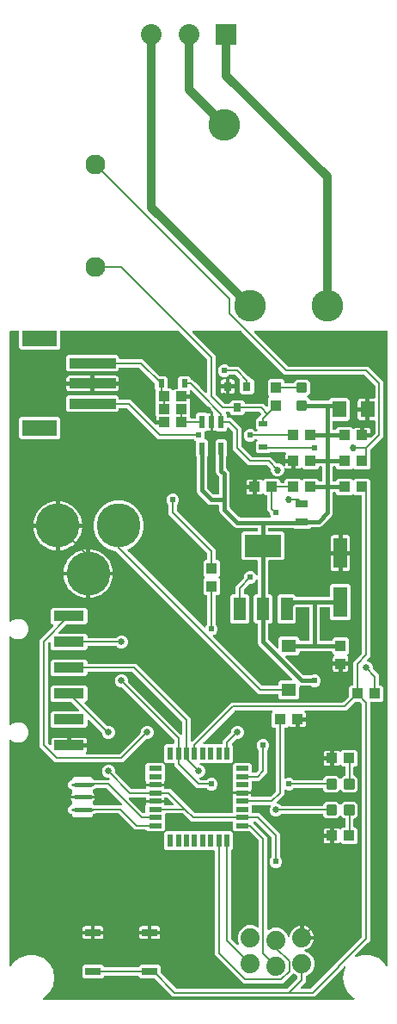
<source format=gtl>
G04 EAGLE Gerber RS-274X export*
G75*
%MOMM*%
%FSLAX34Y34*%
%LPD*%
%INTop Copper*%
%IPPOS*%
%AMOC8*
5,1,8,0,0,1.08239X$1,22.5*%
G01*
%ADD10R,1.000000X1.100000*%
%ADD11R,1.100000X1.000000*%
%ADD12R,1.400000X3.000000*%
%ADD13R,1.400000X1.600000*%
%ADD14R,0.830000X0.630000*%
%ADD15R,0.630000X0.830000*%
%ADD16C,0.300000*%
%ADD17R,1.470000X1.270000*%
%ADD18C,4.318000*%
%ADD19R,4.600000X1.000000*%
%ADD20R,3.400000X1.600000*%
%ADD21R,2.032000X2.032000*%
%ADD22C,2.032000*%
%ADD23C,1.879600*%
%ADD24C,3.116000*%
%ADD25C,1.955800*%
%ADD26R,1.200000X0.800000*%
%ADD27R,0.800000X0.900000*%
%ADD28R,1.524000X0.762000*%
%ADD29R,0.550000X1.200000*%
%ADD30R,1.270000X0.558800*%
%ADD31R,0.558800X1.270000*%
%ADD32R,1.219200X2.235200*%
%ADD33R,3.600000X2.200000*%
%ADD34C,0.450000*%
%ADD35C,0.254000*%
%ADD36R,3.000000X1.000000*%
%ADD37C,0.203200*%
%ADD38C,0.609600*%
%ADD39C,0.685800*%
%ADD40C,0.654800*%
%ADD41C,0.812800*%
%ADD42C,0.177800*%
%ADD43C,0.406400*%

G36*
X343140Y4075D02*
X343140Y4075D01*
X343214Y4075D01*
X343280Y4095D01*
X343349Y4105D01*
X343416Y4135D01*
X343486Y4155D01*
X343545Y4192D01*
X343608Y4221D01*
X343664Y4268D01*
X343726Y4308D01*
X343772Y4360D01*
X343825Y4404D01*
X343866Y4466D01*
X343915Y4521D01*
X343944Y4583D01*
X343983Y4641D01*
X344005Y4711D01*
X344036Y4778D01*
X344048Y4846D01*
X344068Y4912D01*
X344070Y4986D01*
X344082Y5058D01*
X344074Y5127D01*
X344076Y5196D01*
X344057Y5267D01*
X344048Y5341D01*
X344021Y5404D01*
X344004Y5471D01*
X343966Y5535D01*
X343938Y5602D01*
X343899Y5647D01*
X343859Y5716D01*
X343769Y5800D01*
X343720Y5858D01*
X338015Y10644D01*
X334029Y17549D01*
X332645Y25400D01*
X334029Y33251D01*
X335124Y35147D01*
X335127Y35156D01*
X335133Y35164D01*
X335180Y35288D01*
X335230Y35411D01*
X335231Y35421D01*
X335234Y35430D01*
X335245Y35562D01*
X335259Y35694D01*
X335257Y35704D01*
X335258Y35713D01*
X335232Y35843D01*
X335208Y35974D01*
X335204Y35982D01*
X335202Y35992D01*
X335141Y36109D01*
X335082Y36228D01*
X335076Y36236D01*
X335071Y36244D01*
X334980Y36341D01*
X334890Y36438D01*
X334882Y36443D01*
X334875Y36450D01*
X334760Y36518D01*
X334648Y36587D01*
X334639Y36589D01*
X334630Y36594D01*
X334502Y36627D01*
X334374Y36662D01*
X334364Y36662D01*
X334355Y36664D01*
X334223Y36660D01*
X334090Y36658D01*
X334080Y36656D01*
X334070Y36655D01*
X333944Y36614D01*
X333817Y36576D01*
X333809Y36571D01*
X333800Y36568D01*
X333754Y36535D01*
X333579Y36422D01*
X333556Y36394D01*
X333527Y36373D01*
X332530Y35376D01*
X332478Y35307D01*
X332418Y35243D01*
X332392Y35193D01*
X332359Y35149D01*
X332328Y35068D01*
X332288Y34990D01*
X332280Y34942D01*
X332258Y34884D01*
X332246Y34736D01*
X332233Y34659D01*
X332233Y34384D01*
X304706Y6857D01*
X165194Y6857D01*
X147458Y24594D01*
X147388Y24646D01*
X147324Y24706D01*
X147275Y24732D01*
X147230Y24765D01*
X147149Y24796D01*
X147071Y24836D01*
X147023Y24844D01*
X146965Y24866D01*
X146817Y24878D01*
X146740Y24891D01*
X133357Y24891D01*
X131570Y26678D01*
X131563Y26728D01*
X131565Y26786D01*
X131543Y26868D01*
X131531Y26952D01*
X131508Y27005D01*
X131493Y27061D01*
X131450Y27134D01*
X131415Y27211D01*
X131377Y27256D01*
X131348Y27306D01*
X131286Y27364D01*
X131232Y27428D01*
X131183Y27460D01*
X131140Y27500D01*
X131065Y27539D01*
X130995Y27586D01*
X130939Y27603D01*
X130887Y27630D01*
X130819Y27641D01*
X130724Y27671D01*
X130624Y27674D01*
X130556Y27685D01*
X98044Y27685D01*
X97986Y27677D01*
X97928Y27679D01*
X97846Y27657D01*
X97762Y27645D01*
X97709Y27622D01*
X97653Y27607D01*
X97580Y27564D01*
X97503Y27529D01*
X97458Y27491D01*
X97408Y27462D01*
X97350Y27400D01*
X97286Y27346D01*
X97254Y27297D01*
X97214Y27254D01*
X97175Y27179D01*
X97128Y27109D01*
X97111Y27053D01*
X97084Y27001D01*
X97073Y26933D01*
X97043Y26838D01*
X97040Y26738D01*
X97030Y26679D01*
X95243Y24891D01*
X77477Y24891D01*
X75691Y26677D01*
X75691Y36823D01*
X77477Y38609D01*
X95243Y38609D01*
X97030Y36822D01*
X97037Y36772D01*
X97035Y36714D01*
X97057Y36632D01*
X97069Y36548D01*
X97092Y36495D01*
X97107Y36439D01*
X97150Y36366D01*
X97185Y36289D01*
X97223Y36244D01*
X97252Y36194D01*
X97314Y36136D01*
X97368Y36072D01*
X97417Y36040D01*
X97460Y36000D01*
X97535Y35961D01*
X97605Y35914D01*
X97661Y35897D01*
X97713Y35870D01*
X97781Y35859D01*
X97876Y35829D01*
X97976Y35826D01*
X98044Y35815D01*
X130556Y35815D01*
X130614Y35823D01*
X130672Y35821D01*
X130754Y35843D01*
X130838Y35855D01*
X130891Y35878D01*
X130947Y35893D01*
X131020Y35936D01*
X131097Y35971D01*
X131142Y36009D01*
X131192Y36038D01*
X131250Y36100D01*
X131314Y36154D01*
X131346Y36203D01*
X131386Y36246D01*
X131425Y36321D01*
X131472Y36391D01*
X131489Y36447D01*
X131516Y36499D01*
X131527Y36567D01*
X131557Y36662D01*
X131560Y36762D01*
X131570Y36821D01*
X133357Y38609D01*
X151123Y38609D01*
X152909Y36823D01*
X152909Y31060D01*
X152921Y30974D01*
X152924Y30886D01*
X152941Y30834D01*
X152949Y30779D01*
X152984Y30699D01*
X153011Y30616D01*
X153039Y30576D01*
X153065Y30519D01*
X153161Y30406D01*
X153206Y30342D01*
X168264Y15284D01*
X168334Y15232D01*
X168398Y15172D01*
X168447Y15146D01*
X168492Y15113D01*
X168573Y15082D01*
X168651Y15042D01*
X168699Y15034D01*
X168757Y15012D01*
X168905Y15000D01*
X168982Y14987D01*
X277296Y14987D01*
X277382Y14999D01*
X277470Y15002D01*
X277523Y15019D01*
X277577Y15027D01*
X277657Y15062D01*
X277740Y15089D01*
X277780Y15117D01*
X277837Y15143D01*
X277950Y15239D01*
X278014Y15284D01*
X287738Y25008D01*
X287790Y25078D01*
X287850Y25142D01*
X287876Y25191D01*
X287909Y25236D01*
X287940Y25317D01*
X287980Y25395D01*
X287988Y25443D01*
X288010Y25501D01*
X288022Y25649D01*
X288035Y25726D01*
X288035Y26903D01*
X288035Y26905D01*
X288035Y26906D01*
X288015Y27045D01*
X287995Y27185D01*
X287995Y27186D01*
X287995Y27188D01*
X287938Y27313D01*
X287879Y27444D01*
X287878Y27445D01*
X287877Y27447D01*
X287786Y27554D01*
X287696Y27661D01*
X287694Y27662D01*
X287693Y27663D01*
X287680Y27671D01*
X287459Y27819D01*
X287430Y27828D01*
X287409Y27841D01*
X285050Y28818D01*
X284358Y29510D01*
X284311Y29545D01*
X284271Y29587D01*
X284198Y29630D01*
X284131Y29681D01*
X284076Y29702D01*
X284026Y29731D01*
X283944Y29752D01*
X283865Y29782D01*
X283807Y29787D01*
X283750Y29801D01*
X283666Y29799D01*
X283582Y29806D01*
X283524Y29794D01*
X283466Y29792D01*
X283386Y29766D01*
X283303Y29750D01*
X283251Y29723D01*
X283195Y29705D01*
X283139Y29665D01*
X283051Y29619D01*
X282978Y29550D01*
X282922Y29510D01*
X273223Y19811D01*
X234777Y19811D01*
X206435Y48153D01*
X206435Y149860D01*
X206427Y149918D01*
X206429Y149976D01*
X206407Y150058D01*
X206395Y150142D01*
X206372Y150195D01*
X206357Y150251D01*
X206314Y150324D01*
X206279Y150401D01*
X206241Y150446D01*
X206212Y150496D01*
X206150Y150554D01*
X206096Y150618D01*
X206047Y150650D01*
X206004Y150690D01*
X205929Y150729D01*
X205859Y150776D01*
X205803Y150793D01*
X205751Y150820D01*
X205683Y150831D01*
X205588Y150861D01*
X205488Y150864D01*
X205420Y150875D01*
X158443Y150875D01*
X156657Y152661D01*
X156657Y167887D01*
X158443Y169673D01*
X222557Y169673D01*
X224343Y167887D01*
X224343Y152661D01*
X222862Y151181D01*
X222810Y151111D01*
X222750Y151047D01*
X222724Y150997D01*
X222691Y150953D01*
X222660Y150872D01*
X222620Y150794D01*
X222612Y150746D01*
X222590Y150688D01*
X222578Y150540D01*
X222565Y150463D01*
X222565Y64274D01*
X222577Y64188D01*
X222580Y64100D01*
X222597Y64048D01*
X222605Y63993D01*
X222640Y63913D01*
X222667Y63830D01*
X222695Y63790D01*
X222721Y63733D01*
X222817Y63620D01*
X222862Y63556D01*
X228588Y57830D01*
X228657Y57779D01*
X228719Y57720D01*
X228770Y57693D01*
X228815Y57659D01*
X228896Y57629D01*
X228972Y57589D01*
X229028Y57578D01*
X229081Y57558D01*
X229167Y57551D01*
X229251Y57534D01*
X229308Y57539D01*
X229364Y57535D01*
X229449Y57551D01*
X229534Y57559D01*
X229587Y57579D01*
X229643Y57590D01*
X229719Y57630D01*
X229800Y57661D01*
X229845Y57695D01*
X229895Y57721D01*
X229958Y57781D01*
X230026Y57832D01*
X230060Y57878D01*
X230102Y57917D01*
X230145Y57991D01*
X230196Y58060D01*
X230216Y58113D01*
X230245Y58162D01*
X230266Y58246D01*
X230297Y58326D01*
X230301Y58383D01*
X230315Y58438D01*
X230313Y58524D01*
X230319Y58610D01*
X230308Y58658D01*
X230306Y58722D01*
X230262Y58860D01*
X230244Y58937D01*
X228853Y62294D01*
X228853Y67246D01*
X230748Y71821D01*
X234249Y75322D01*
X238824Y77217D01*
X243776Y77217D01*
X248531Y75247D01*
X248643Y75218D01*
X248752Y75184D01*
X248780Y75183D01*
X248807Y75176D01*
X248921Y75179D01*
X249036Y75176D01*
X249063Y75183D01*
X249091Y75184D01*
X249200Y75219D01*
X249311Y75248D01*
X249335Y75262D01*
X249362Y75271D01*
X249457Y75335D01*
X249556Y75393D01*
X249575Y75414D01*
X249598Y75429D01*
X249672Y75517D01*
X249750Y75601D01*
X249763Y75625D01*
X249781Y75647D01*
X249827Y75751D01*
X249880Y75854D01*
X249884Y75878D01*
X249896Y75906D01*
X249933Y76170D01*
X249935Y76185D01*
X249935Y160142D01*
X249923Y160228D01*
X249920Y160316D01*
X249903Y160368D01*
X249895Y160423D01*
X249860Y160503D01*
X249833Y160586D01*
X249805Y160626D01*
X249779Y160683D01*
X249683Y160796D01*
X249638Y160860D01*
X241438Y169060D01*
X241368Y169112D01*
X241304Y169172D01*
X241255Y169198D01*
X241210Y169231D01*
X241129Y169262D01*
X241051Y169302D01*
X241003Y169310D01*
X240945Y169332D01*
X240797Y169344D01*
X240720Y169357D01*
X225813Y169357D01*
X224027Y171143D01*
X224027Y178120D01*
X224019Y178178D01*
X224021Y178236D01*
X223999Y178318D01*
X223987Y178402D01*
X223964Y178455D01*
X223949Y178511D01*
X223906Y178584D01*
X223871Y178661D01*
X223833Y178706D01*
X223804Y178756D01*
X223742Y178814D01*
X223688Y178878D01*
X223639Y178910D01*
X223596Y178950D01*
X223521Y178989D01*
X223451Y179036D01*
X223395Y179053D01*
X223343Y179080D01*
X223275Y179091D01*
X223180Y179121D01*
X223080Y179124D01*
X223012Y179135D01*
X208382Y179135D01*
X208295Y179123D01*
X208208Y179120D01*
X208155Y179103D01*
X208113Y179097D01*
X183454Y179097D01*
X180776Y181776D01*
X175714Y186838D01*
X175644Y186890D01*
X175580Y186950D01*
X175531Y186976D01*
X175486Y187009D01*
X175405Y187040D01*
X175327Y187080D01*
X175279Y187088D01*
X175221Y187110D01*
X175073Y187122D01*
X174996Y187135D01*
X157988Y187135D01*
X157930Y187127D01*
X157872Y187129D01*
X157790Y187107D01*
X157706Y187095D01*
X157653Y187072D01*
X157597Y187057D01*
X157524Y187014D01*
X157447Y186979D01*
X157402Y186941D01*
X157352Y186912D01*
X157294Y186850D01*
X157230Y186796D01*
X157198Y186747D01*
X157158Y186704D01*
X157119Y186629D01*
X157072Y186559D01*
X157055Y186503D01*
X157028Y186451D01*
X157017Y186383D01*
X156987Y186288D01*
X156984Y186188D01*
X156973Y186120D01*
X156973Y171143D01*
X155187Y169357D01*
X139961Y169357D01*
X138481Y170838D01*
X138411Y170890D01*
X138347Y170950D01*
X138297Y170976D01*
X138253Y171009D01*
X138172Y171040D01*
X138094Y171080D01*
X138046Y171088D01*
X137988Y171110D01*
X137840Y171122D01*
X137763Y171135D01*
X127916Y171135D01*
X112214Y186838D01*
X112144Y186890D01*
X112080Y186950D01*
X112031Y186976D01*
X111986Y187009D01*
X111905Y187040D01*
X111827Y187080D01*
X111779Y187088D01*
X111721Y187110D01*
X111573Y187122D01*
X111496Y187135D01*
X88823Y187135D01*
X88737Y187123D01*
X88649Y187120D01*
X88597Y187103D01*
X88542Y187095D01*
X88462Y187060D01*
X88379Y187033D01*
X88340Y187005D01*
X88283Y186979D01*
X88169Y186883D01*
X88166Y186881D01*
X87376Y186881D01*
X87318Y186873D01*
X87260Y186875D01*
X87178Y186853D01*
X87094Y186841D01*
X87041Y186818D01*
X86985Y186803D01*
X86912Y186760D01*
X86835Y186725D01*
X86790Y186687D01*
X86740Y186658D01*
X86682Y186596D01*
X86618Y186542D01*
X86586Y186493D01*
X86546Y186450D01*
X86507Y186375D01*
X86460Y186305D01*
X86443Y186249D01*
X86416Y186197D01*
X86405Y186129D01*
X86375Y186034D01*
X86372Y185934D01*
X86361Y185866D01*
X86361Y184919D01*
X84575Y183133D01*
X67825Y183133D01*
X66039Y184919D01*
X66039Y185866D01*
X66031Y185924D01*
X66033Y185982D01*
X66011Y186064D01*
X65999Y186148D01*
X65976Y186201D01*
X65961Y186257D01*
X65918Y186330D01*
X65883Y186407D01*
X65845Y186452D01*
X65816Y186502D01*
X65754Y186560D01*
X65700Y186624D01*
X65651Y186656D01*
X65608Y186696D01*
X65533Y186735D01*
X65463Y186782D01*
X65407Y186799D01*
X65355Y186826D01*
X65287Y186837D01*
X65192Y186867D01*
X65092Y186870D01*
X65024Y186881D01*
X64251Y186881D01*
X61721Y189411D01*
X61721Y192989D01*
X64251Y195519D01*
X65024Y195519D01*
X65082Y195527D01*
X65140Y195525D01*
X65222Y195547D01*
X65306Y195559D01*
X65359Y195582D01*
X65415Y195597D01*
X65488Y195640D01*
X65565Y195675D01*
X65610Y195713D01*
X65660Y195742D01*
X65718Y195804D01*
X65782Y195858D01*
X65814Y195907D01*
X65854Y195950D01*
X65893Y196025D01*
X65940Y196095D01*
X65957Y196151D01*
X65984Y196203D01*
X65995Y196271D01*
X66025Y196366D01*
X66028Y196466D01*
X66039Y196534D01*
X66039Y198890D01*
X66027Y198977D01*
X66024Y199064D01*
X66007Y199117D01*
X65999Y199172D01*
X65964Y199251D01*
X65937Y199335D01*
X65909Y199374D01*
X65883Y199431D01*
X65787Y199544D01*
X65742Y199608D01*
X65204Y200146D01*
X64679Y200931D01*
X64318Y201803D01*
X64264Y202076D01*
X76091Y202076D01*
X76149Y202084D01*
X76207Y202082D01*
X76227Y202087D01*
X76241Y202087D01*
X76309Y202076D01*
X88136Y202076D01*
X88082Y201803D01*
X87721Y200931D01*
X87196Y200146D01*
X86658Y199608D01*
X86606Y199538D01*
X86546Y199474D01*
X86520Y199425D01*
X86487Y199381D01*
X86456Y199299D01*
X86416Y199221D01*
X86408Y199174D01*
X86386Y199115D01*
X86374Y198967D01*
X86361Y198890D01*
X86361Y196534D01*
X86369Y196476D01*
X86367Y196418D01*
X86389Y196336D01*
X86401Y196252D01*
X86424Y196199D01*
X86439Y196143D01*
X86482Y196070D01*
X86517Y195993D01*
X86555Y195948D01*
X86584Y195898D01*
X86646Y195840D01*
X86700Y195776D01*
X86749Y195744D01*
X86792Y195704D01*
X86867Y195665D01*
X86937Y195618D01*
X86993Y195601D01*
X87045Y195574D01*
X87113Y195563D01*
X87208Y195533D01*
X87308Y195530D01*
X87376Y195519D01*
X88163Y195519D01*
X88175Y195510D01*
X88239Y195450D01*
X88289Y195424D01*
X88333Y195391D01*
X88414Y195360D01*
X88492Y195320D01*
X88540Y195312D01*
X88598Y195290D01*
X88746Y195278D01*
X88823Y195265D01*
X114036Y195265D01*
X114065Y195269D01*
X114094Y195266D01*
X114205Y195289D01*
X114317Y195305D01*
X114344Y195317D01*
X114373Y195322D01*
X114473Y195374D01*
X114577Y195421D01*
X114599Y195440D01*
X114625Y195453D01*
X114707Y195531D01*
X114794Y195604D01*
X114810Y195629D01*
X114831Y195649D01*
X114889Y195747D01*
X114951Y195841D01*
X114960Y195869D01*
X114975Y195894D01*
X115003Y196004D01*
X115037Y196112D01*
X115038Y196142D01*
X115045Y196170D01*
X115042Y196283D01*
X115044Y196396D01*
X115037Y196425D01*
X115036Y196454D01*
X115001Y196562D01*
X114973Y196671D01*
X114958Y196697D01*
X114949Y196725D01*
X114903Y196788D01*
X114827Y196916D01*
X114782Y196959D01*
X114754Y196998D01*
X100214Y211538D01*
X100144Y211590D01*
X100080Y211650D01*
X100031Y211676D01*
X99986Y211709D01*
X99905Y211740D01*
X99827Y211780D01*
X99779Y211788D01*
X99721Y211810D01*
X99573Y211822D01*
X99496Y211835D01*
X89523Y211835D01*
X89437Y211823D01*
X89349Y211820D01*
X89297Y211803D01*
X89242Y211795D01*
X89162Y211760D01*
X89079Y211733D01*
X89040Y211705D01*
X88983Y211679D01*
X88869Y211583D01*
X88806Y211538D01*
X88149Y210881D01*
X87376Y210881D01*
X87318Y210873D01*
X87260Y210875D01*
X87178Y210853D01*
X87094Y210841D01*
X87041Y210818D01*
X86985Y210803D01*
X86912Y210760D01*
X86835Y210725D01*
X86790Y210687D01*
X86740Y210658D01*
X86682Y210596D01*
X86618Y210542D01*
X86586Y210493D01*
X86546Y210450D01*
X86507Y210375D01*
X86460Y210305D01*
X86443Y210249D01*
X86416Y210197D01*
X86405Y210129D01*
X86375Y210034D01*
X86372Y209934D01*
X86361Y209866D01*
X86361Y207510D01*
X86373Y207423D01*
X86376Y207336D01*
X86393Y207283D01*
X86401Y207228D01*
X86436Y207149D01*
X86463Y207065D01*
X86491Y207026D01*
X86517Y206969D01*
X86613Y206856D01*
X86658Y206792D01*
X87196Y206254D01*
X87721Y205469D01*
X88082Y204597D01*
X88136Y204324D01*
X76309Y204324D01*
X76251Y204316D01*
X76193Y204318D01*
X76173Y204312D01*
X76159Y204313D01*
X76091Y204324D01*
X64264Y204324D01*
X64318Y204597D01*
X64679Y205469D01*
X65204Y206254D01*
X65742Y206792D01*
X65794Y206862D01*
X65854Y206926D01*
X65880Y206975D01*
X65913Y207019D01*
X65944Y207101D01*
X65984Y207179D01*
X65992Y207226D01*
X66014Y207285D01*
X66026Y207433D01*
X66039Y207510D01*
X66039Y209866D01*
X66031Y209924D01*
X66033Y209982D01*
X66011Y210064D01*
X65999Y210148D01*
X65976Y210201D01*
X65961Y210257D01*
X65918Y210330D01*
X65883Y210407D01*
X65845Y210452D01*
X65816Y210502D01*
X65754Y210560D01*
X65700Y210624D01*
X65651Y210656D01*
X65608Y210696D01*
X65533Y210735D01*
X65463Y210782D01*
X65407Y210799D01*
X65355Y210826D01*
X65287Y210837D01*
X65192Y210867D01*
X65092Y210870D01*
X65024Y210881D01*
X64251Y210881D01*
X61721Y213411D01*
X61721Y216989D01*
X64251Y219519D01*
X65024Y219519D01*
X65082Y219527D01*
X65140Y219525D01*
X65222Y219547D01*
X65306Y219559D01*
X65359Y219582D01*
X65415Y219597D01*
X65488Y219640D01*
X65565Y219675D01*
X65610Y219713D01*
X65660Y219742D01*
X65718Y219804D01*
X65782Y219858D01*
X65814Y219907D01*
X65854Y219950D01*
X65893Y220025D01*
X65940Y220095D01*
X65957Y220151D01*
X65984Y220203D01*
X65995Y220271D01*
X66025Y220366D01*
X66028Y220466D01*
X66039Y220534D01*
X66039Y221481D01*
X67825Y223267D01*
X84575Y223267D01*
X86361Y221481D01*
X86361Y220980D01*
X86369Y220922D01*
X86367Y220864D01*
X86389Y220782D01*
X86401Y220698D01*
X86424Y220645D01*
X86439Y220589D01*
X86482Y220516D01*
X86517Y220439D01*
X86555Y220394D01*
X86584Y220344D01*
X86646Y220286D01*
X86700Y220222D01*
X86749Y220190D01*
X86792Y220150D01*
X86867Y220111D01*
X86937Y220064D01*
X86993Y220047D01*
X87045Y220020D01*
X87113Y220009D01*
X87208Y219979D01*
X87308Y219976D01*
X87376Y219965D01*
X102036Y219965D01*
X102065Y219969D01*
X102094Y219966D01*
X102205Y219989D01*
X102317Y220005D01*
X102344Y220017D01*
X102373Y220022D01*
X102473Y220074D01*
X102577Y220121D01*
X102599Y220140D01*
X102625Y220153D01*
X102707Y220231D01*
X102794Y220304D01*
X102810Y220329D01*
X102831Y220349D01*
X102889Y220447D01*
X102951Y220541D01*
X102960Y220569D01*
X102975Y220594D01*
X103003Y220704D01*
X103037Y220812D01*
X103038Y220842D01*
X103045Y220870D01*
X103042Y220983D01*
X103044Y221096D01*
X103037Y221125D01*
X103036Y221154D01*
X103001Y221262D01*
X102973Y221371D01*
X102958Y221397D01*
X102949Y221425D01*
X102903Y221488D01*
X102827Y221616D01*
X102782Y221659D01*
X102754Y221698D01*
X102472Y221980D01*
X102402Y222032D01*
X102338Y222092D01*
X102289Y222118D01*
X102245Y222151D01*
X102163Y222182D01*
X102085Y222222D01*
X102037Y222230D01*
X101979Y222252D01*
X101831Y222264D01*
X101754Y222277D01*
X100342Y222277D01*
X98018Y223240D01*
X96240Y225018D01*
X95277Y227342D01*
X95277Y229858D01*
X96240Y232182D01*
X98018Y233960D01*
X100342Y234923D01*
X102858Y234923D01*
X105182Y233960D01*
X106960Y232182D01*
X107923Y229858D01*
X107923Y228446D01*
X107935Y228360D01*
X107938Y228272D01*
X107955Y228219D01*
X107963Y228165D01*
X107998Y228085D01*
X108025Y228002D01*
X108053Y227962D01*
X108079Y227905D01*
X108132Y227842D01*
X108158Y227799D01*
X108194Y227766D01*
X108220Y227728D01*
X124386Y211562D01*
X124456Y211510D01*
X124520Y211450D01*
X124569Y211424D01*
X124614Y211391D01*
X124695Y211360D01*
X124773Y211320D01*
X124821Y211312D01*
X124879Y211290D01*
X125027Y211278D01*
X125104Y211265D01*
X137668Y211265D01*
X137726Y211273D01*
X137784Y211271D01*
X137866Y211293D01*
X137950Y211305D01*
X138003Y211328D01*
X138059Y211343D01*
X138132Y211386D01*
X138209Y211421D01*
X138254Y211459D01*
X138304Y211488D01*
X138362Y211550D01*
X138426Y211604D01*
X138458Y211653D01*
X138498Y211696D01*
X138537Y211771D01*
X138584Y211841D01*
X138601Y211897D01*
X138628Y211949D01*
X138639Y212017D01*
X138669Y212112D01*
X138672Y212212D01*
X138683Y212280D01*
X138683Y213804D01*
X147193Y213804D01*
X147251Y213812D01*
X147309Y213810D01*
X147391Y213832D01*
X147474Y213844D01*
X147528Y213867D01*
X147581Y213881D01*
X147624Y213859D01*
X147692Y213848D01*
X147787Y213818D01*
X147887Y213815D01*
X147955Y213804D01*
X156465Y213804D01*
X156465Y212280D01*
X156473Y212222D01*
X156471Y212164D01*
X156493Y212082D01*
X156505Y211998D01*
X156528Y211945D01*
X156543Y211889D01*
X156586Y211816D01*
X156621Y211739D01*
X156659Y211694D01*
X156688Y211644D01*
X156750Y211586D01*
X156804Y211522D01*
X156853Y211490D01*
X156896Y211450D01*
X156971Y211411D01*
X157041Y211364D01*
X157097Y211347D01*
X157149Y211320D01*
X157217Y211309D01*
X157312Y211279D01*
X157412Y211276D01*
X157480Y211265D01*
X162784Y211265D01*
X165462Y208586D01*
X181462Y192586D01*
X186524Y187524D01*
X186594Y187472D01*
X186658Y187412D01*
X186707Y187386D01*
X186751Y187353D01*
X186833Y187322D01*
X186911Y187282D01*
X186959Y187274D01*
X187017Y187252D01*
X187165Y187240D01*
X187242Y187227D01*
X204135Y187227D01*
X204222Y187239D01*
X204309Y187242D01*
X204362Y187259D01*
X204404Y187265D01*
X223012Y187265D01*
X223070Y187273D01*
X223128Y187271D01*
X223210Y187293D01*
X223294Y187305D01*
X223347Y187328D01*
X223403Y187343D01*
X223476Y187386D01*
X223553Y187421D01*
X223598Y187459D01*
X223648Y187488D01*
X223706Y187550D01*
X223770Y187604D01*
X223802Y187653D01*
X223842Y187696D01*
X223881Y187771D01*
X223928Y187841D01*
X223945Y187897D01*
X223972Y187949D01*
X223983Y188017D01*
X224013Y188112D01*
X224016Y188212D01*
X224027Y188280D01*
X224027Y203257D01*
X224238Y203467D01*
X224290Y203537D01*
X224350Y203601D01*
X224376Y203650D01*
X224409Y203695D01*
X224440Y203776D01*
X224480Y203854D01*
X224488Y203902D01*
X224510Y203960D01*
X224522Y204108D01*
X224535Y204185D01*
X224535Y205804D01*
X233045Y205804D01*
X233103Y205812D01*
X233161Y205810D01*
X233243Y205832D01*
X233326Y205844D01*
X233380Y205867D01*
X233433Y205881D01*
X233476Y205859D01*
X233544Y205848D01*
X233639Y205818D01*
X233739Y205815D01*
X233807Y205804D01*
X242317Y205804D01*
X242317Y204280D01*
X242325Y204222D01*
X242323Y204164D01*
X242345Y204082D01*
X242357Y203998D01*
X242380Y203945D01*
X242395Y203889D01*
X242438Y203816D01*
X242473Y203739D01*
X242511Y203694D01*
X242540Y203644D01*
X242602Y203586D01*
X242656Y203522D01*
X242705Y203490D01*
X242748Y203450D01*
X242823Y203411D01*
X242893Y203364D01*
X242949Y203347D01*
X243001Y203320D01*
X243069Y203309D01*
X243164Y203279D01*
X243264Y203276D01*
X243332Y203265D01*
X260596Y203265D01*
X260682Y203277D01*
X260770Y203280D01*
X260822Y203297D01*
X260877Y203305D01*
X260957Y203340D01*
X261040Y203367D01*
X261080Y203395D01*
X261137Y203421D01*
X261250Y203517D01*
X261314Y203562D01*
X266538Y208786D01*
X266590Y208856D01*
X266650Y208920D01*
X266676Y208969D01*
X266709Y209014D01*
X266740Y209095D01*
X266780Y209173D01*
X266788Y209221D01*
X266810Y209279D01*
X266822Y209427D01*
X266835Y209504D01*
X266835Y270336D01*
X266827Y270394D01*
X266829Y270452D01*
X266807Y270534D01*
X266795Y270618D01*
X266772Y270671D01*
X266757Y270727D01*
X266714Y270800D01*
X266679Y270877D01*
X266641Y270922D01*
X266612Y270972D01*
X266550Y271030D01*
X266496Y271094D01*
X266447Y271126D01*
X266404Y271166D01*
X266329Y271205D01*
X266259Y271252D01*
X266203Y271269D01*
X266151Y271296D01*
X266083Y271307D01*
X265988Y271337D01*
X265888Y271340D01*
X265820Y271351D01*
X264137Y271351D01*
X262351Y273137D01*
X262351Y285663D01*
X262991Y286302D01*
X263008Y286326D01*
X263031Y286345D01*
X263093Y286439D01*
X263161Y286529D01*
X263172Y286557D01*
X263188Y286581D01*
X263222Y286689D01*
X263263Y286795D01*
X263265Y286824D01*
X263274Y286852D01*
X263277Y286966D01*
X263286Y287078D01*
X263281Y287107D01*
X263281Y287136D01*
X263253Y287246D01*
X263230Y287357D01*
X263217Y287383D01*
X263209Y287411D01*
X263152Y287509D01*
X263099Y287609D01*
X263079Y287631D01*
X263064Y287656D01*
X262982Y287733D01*
X262904Y287815D01*
X262878Y287830D01*
X262857Y287850D01*
X262756Y287902D01*
X262658Y287959D01*
X262630Y287966D01*
X262604Y287980D01*
X262526Y287993D01*
X262383Y288029D01*
X262320Y288027D01*
X262273Y288035D01*
X226391Y288035D01*
X226305Y288023D01*
X226217Y288020D01*
X226165Y288003D01*
X226110Y287995D01*
X226030Y287960D01*
X225947Y287933D01*
X225908Y287905D01*
X225850Y287879D01*
X225737Y287783D01*
X225673Y287738D01*
X195193Y257258D01*
X195176Y257234D01*
X195153Y257215D01*
X195091Y257121D01*
X195022Y257031D01*
X195012Y257003D01*
X194996Y256979D01*
X194962Y256871D01*
X194921Y256765D01*
X194919Y256736D01*
X194910Y256708D01*
X194907Y256594D01*
X194898Y256482D01*
X194903Y256453D01*
X194903Y256424D01*
X194931Y256314D01*
X194954Y256203D01*
X194967Y256177D01*
X194975Y256149D01*
X195032Y256051D01*
X195085Y255951D01*
X195105Y255929D01*
X195120Y255904D01*
X195202Y255827D01*
X195280Y255745D01*
X195306Y255730D01*
X195327Y255710D01*
X195428Y255658D01*
X195526Y255601D01*
X195554Y255594D01*
X195580Y255580D01*
X195658Y255567D01*
X195801Y255531D01*
X195864Y255533D01*
X195911Y255525D01*
X213420Y255525D01*
X213478Y255533D01*
X213536Y255531D01*
X213618Y255553D01*
X213702Y255565D01*
X213755Y255588D01*
X213811Y255603D01*
X213884Y255646D01*
X213961Y255681D01*
X214006Y255719D01*
X214056Y255748D01*
X214114Y255810D01*
X214178Y255864D01*
X214210Y255913D01*
X214250Y255956D01*
X214289Y256031D01*
X214336Y256101D01*
X214353Y256157D01*
X214380Y256209D01*
X214391Y256277D01*
X214421Y256372D01*
X214424Y256472D01*
X214435Y256540D01*
X214435Y258284D01*
X221980Y265828D01*
X222032Y265898D01*
X222092Y265962D01*
X222118Y266011D01*
X222151Y266056D01*
X222182Y266137D01*
X222222Y266215D01*
X222230Y266263D01*
X222252Y266321D01*
X222264Y266469D01*
X222277Y266546D01*
X222277Y267958D01*
X223240Y270282D01*
X225018Y272060D01*
X227342Y273023D01*
X229858Y273023D01*
X232182Y272060D01*
X233960Y270282D01*
X234923Y267958D01*
X234923Y265442D01*
X233960Y263118D01*
X232182Y261340D01*
X229858Y260377D01*
X228446Y260377D01*
X228360Y260365D01*
X228272Y260362D01*
X228220Y260345D01*
X228165Y260337D01*
X228085Y260302D01*
X228002Y260275D01*
X227962Y260247D01*
X227905Y260221D01*
X227792Y260125D01*
X227728Y260080D01*
X223583Y255934D01*
X223548Y255888D01*
X223505Y255847D01*
X223463Y255775D01*
X223412Y255707D01*
X223391Y255653D01*
X223362Y255602D01*
X223341Y255520D01*
X223311Y255442D01*
X223306Y255383D01*
X223291Y255327D01*
X223294Y255242D01*
X223287Y255158D01*
X223299Y255101D01*
X223301Y255043D01*
X223326Y254962D01*
X223343Y254880D01*
X223370Y254828D01*
X223388Y254772D01*
X223428Y254716D01*
X223474Y254627D01*
X223543Y254555D01*
X223583Y254499D01*
X224343Y253739D01*
X224343Y238513D01*
X222557Y236727D01*
X192505Y236727D01*
X192420Y236715D01*
X192334Y236713D01*
X192280Y236695D01*
X192224Y236687D01*
X192145Y236652D01*
X192063Y236626D01*
X192016Y236594D01*
X191964Y236571D01*
X191899Y236516D01*
X191827Y236468D01*
X191791Y236424D01*
X191747Y236388D01*
X191700Y236316D01*
X191644Y236250D01*
X191621Y236198D01*
X191590Y236151D01*
X191564Y236069D01*
X191529Y235990D01*
X191521Y235934D01*
X191504Y235880D01*
X191502Y235794D01*
X191490Y235709D01*
X191498Y235653D01*
X191497Y235596D01*
X191518Y235513D01*
X191531Y235427D01*
X191554Y235376D01*
X191568Y235321D01*
X191612Y235247D01*
X191648Y235168D01*
X191685Y235125D01*
X191714Y235076D01*
X191776Y235017D01*
X191832Y234952D01*
X191874Y234926D01*
X191921Y234882D01*
X192050Y234816D01*
X192117Y234774D01*
X194082Y233960D01*
X195860Y232182D01*
X196823Y229858D01*
X196823Y227342D01*
X195860Y225018D01*
X194082Y223240D01*
X191827Y222306D01*
X191729Y222248D01*
X191627Y222195D01*
X191606Y222176D01*
X191583Y222162D01*
X191504Y222078D01*
X191420Y221999D01*
X191406Y221975D01*
X191387Y221955D01*
X191335Y221853D01*
X191277Y221754D01*
X191270Y221727D01*
X191257Y221702D01*
X191235Y221590D01*
X191207Y221478D01*
X191208Y221450D01*
X191202Y221423D01*
X191212Y221309D01*
X191216Y221194D01*
X191224Y221168D01*
X191227Y221140D01*
X191268Y221033D01*
X191303Y220924D01*
X191318Y220903D01*
X191329Y220875D01*
X191456Y220706D01*
X191464Y220692D01*
X191472Y220685D01*
X191489Y220662D01*
X191498Y220650D01*
X191886Y220262D01*
X191956Y220210D01*
X192020Y220150D01*
X192069Y220124D01*
X192114Y220091D01*
X192195Y220060D01*
X192273Y220020D01*
X192321Y220012D01*
X192379Y219990D01*
X192527Y219978D01*
X192604Y219965D01*
X198222Y219965D01*
X198309Y219977D01*
X198396Y219980D01*
X198449Y219997D01*
X198504Y220005D01*
X198583Y220040D01*
X198667Y220067D01*
X198706Y220095D01*
X198763Y220121D01*
X198876Y220217D01*
X198940Y220262D01*
X199746Y221069D01*
X201987Y221997D01*
X204413Y221997D01*
X206654Y221069D01*
X208369Y219354D01*
X209297Y217113D01*
X209297Y214687D01*
X208369Y212446D01*
X206654Y210731D01*
X204413Y209803D01*
X201987Y209803D01*
X199746Y210731D01*
X198940Y211538D01*
X198870Y211590D01*
X198806Y211650D01*
X198757Y211676D01*
X198713Y211709D01*
X198631Y211740D01*
X198553Y211780D01*
X198506Y211788D01*
X198447Y211810D01*
X198299Y211822D01*
X198222Y211835D01*
X188816Y211835D01*
X166435Y234216D01*
X166435Y235712D01*
X166427Y235770D01*
X166429Y235828D01*
X166407Y235910D01*
X166395Y235994D01*
X166372Y236047D01*
X166357Y236103D01*
X166314Y236176D01*
X166279Y236253D01*
X166241Y236298D01*
X166212Y236348D01*
X166150Y236406D01*
X166096Y236470D01*
X166047Y236502D01*
X166004Y236542D01*
X165929Y236581D01*
X165859Y236628D01*
X165803Y236645D01*
X165751Y236672D01*
X165683Y236683D01*
X165588Y236713D01*
X165488Y236716D01*
X165420Y236727D01*
X158443Y236727D01*
X156657Y238513D01*
X156657Y253739D01*
X158443Y255525D01*
X165420Y255525D01*
X165478Y255533D01*
X165536Y255531D01*
X165618Y255553D01*
X165702Y255565D01*
X165755Y255588D01*
X165811Y255603D01*
X165884Y255646D01*
X165961Y255681D01*
X166006Y255719D01*
X166056Y255748D01*
X166114Y255810D01*
X166178Y255864D01*
X166210Y255913D01*
X166250Y255956D01*
X166289Y256031D01*
X166336Y256101D01*
X166353Y256157D01*
X166380Y256209D01*
X166391Y256277D01*
X166421Y256372D01*
X166424Y256472D01*
X166435Y256540D01*
X166435Y259196D01*
X166423Y259282D01*
X166420Y259370D01*
X166403Y259422D01*
X166395Y259477D01*
X166360Y259557D01*
X166333Y259640D01*
X166305Y259680D01*
X166279Y259737D01*
X166183Y259850D01*
X166138Y259914D01*
X115172Y310880D01*
X115102Y310932D01*
X115038Y310992D01*
X114989Y311018D01*
X114944Y311051D01*
X114863Y311082D01*
X114785Y311122D01*
X114737Y311130D01*
X114679Y311152D01*
X114531Y311164D01*
X114454Y311177D01*
X113042Y311177D01*
X110718Y312140D01*
X108940Y313918D01*
X107977Y316242D01*
X107977Y318758D01*
X108940Y321082D01*
X110718Y322860D01*
X113042Y323823D01*
X115558Y323823D01*
X117882Y322860D01*
X119660Y321082D01*
X120623Y318758D01*
X120623Y317346D01*
X120635Y317260D01*
X120638Y317172D01*
X120655Y317120D01*
X120663Y317065D01*
X120698Y316985D01*
X120725Y316902D01*
X120753Y316862D01*
X120779Y316805D01*
X120875Y316692D01*
X120920Y316628D01*
X172702Y264846D01*
X172726Y264829D01*
X172745Y264806D01*
X172839Y264743D01*
X172929Y264675D01*
X172957Y264665D01*
X172981Y264649D01*
X173089Y264614D01*
X173195Y264574D01*
X173224Y264572D01*
X173252Y264563D01*
X173366Y264560D01*
X173478Y264551D01*
X173507Y264556D01*
X173536Y264556D01*
X173646Y264584D01*
X173757Y264606D01*
X173783Y264620D01*
X173811Y264627D01*
X173909Y264685D01*
X174009Y264737D01*
X174031Y264758D01*
X174056Y264773D01*
X174133Y264855D01*
X174215Y264933D01*
X174230Y264959D01*
X174250Y264980D01*
X174302Y265081D01*
X174359Y265179D01*
X174366Y265207D01*
X174380Y265233D01*
X174393Y265310D01*
X174429Y265454D01*
X174427Y265517D01*
X174435Y265564D01*
X174435Y276596D01*
X174423Y276682D01*
X174420Y276770D01*
X174403Y276822D01*
X174395Y276877D01*
X174360Y276957D01*
X174333Y277040D01*
X174305Y277080D01*
X174279Y277137D01*
X174183Y277250D01*
X174138Y277314D01*
X125614Y325838D01*
X125544Y325890D01*
X125480Y325950D01*
X125431Y325976D01*
X125386Y326009D01*
X125305Y326040D01*
X125227Y326080D01*
X125179Y326088D01*
X125121Y326110D01*
X124973Y326122D01*
X124896Y326135D01*
X81764Y326135D01*
X81706Y326127D01*
X81648Y326129D01*
X81566Y326107D01*
X81482Y326095D01*
X81429Y326072D01*
X81373Y326057D01*
X81300Y326014D01*
X81223Y325979D01*
X81178Y325941D01*
X81128Y325912D01*
X81070Y325850D01*
X81006Y325796D01*
X80974Y325747D01*
X80934Y325704D01*
X80895Y325629D01*
X80848Y325559D01*
X80831Y325503D01*
X80804Y325451D01*
X80793Y325383D01*
X80763Y325288D01*
X80760Y325188D01*
X80749Y325120D01*
X80749Y323937D01*
X78963Y322151D01*
X46437Y322151D01*
X44651Y323937D01*
X44651Y336463D01*
X46437Y338249D01*
X78963Y338249D01*
X80749Y336463D01*
X80749Y335280D01*
X80757Y335222D01*
X80755Y335164D01*
X80777Y335082D01*
X80789Y334998D01*
X80812Y334945D01*
X80827Y334889D01*
X80870Y334816D01*
X80905Y334739D01*
X80943Y334694D01*
X80972Y334644D01*
X81034Y334586D01*
X81088Y334522D01*
X81137Y334490D01*
X81180Y334450D01*
X81255Y334411D01*
X81325Y334364D01*
X81381Y334347D01*
X81433Y334320D01*
X81501Y334309D01*
X81596Y334279D01*
X81696Y334276D01*
X81764Y334265D01*
X128684Y334265D01*
X182565Y280384D01*
X182565Y258577D01*
X182569Y258548D01*
X182566Y258519D01*
X182589Y258408D01*
X182605Y258296D01*
X182617Y258269D01*
X182622Y258240D01*
X182675Y258139D01*
X182721Y258036D01*
X182740Y258014D01*
X182753Y257988D01*
X182831Y257906D01*
X182904Y257819D01*
X182929Y257803D01*
X182949Y257782D01*
X183047Y257724D01*
X183141Y257662D01*
X183169Y257653D01*
X183194Y257638D01*
X183304Y257610D01*
X183412Y257576D01*
X183442Y257575D01*
X183470Y257568D01*
X183583Y257571D01*
X183696Y257568D01*
X183725Y257576D01*
X183754Y257577D01*
X183862Y257612D01*
X183971Y257640D01*
X183997Y257655D01*
X184025Y257664D01*
X184089Y257710D01*
X184216Y257786D01*
X184259Y257831D01*
X184298Y257859D01*
X185114Y258675D01*
X222603Y296165D01*
X332296Y296165D01*
X332382Y296177D01*
X332470Y296180D01*
X332522Y296197D01*
X332577Y296205D01*
X332657Y296240D01*
X332740Y296267D01*
X332780Y296295D01*
X332837Y296321D01*
X332950Y296417D01*
X333014Y296462D01*
X338254Y301702D01*
X338306Y301772D01*
X338366Y301836D01*
X338392Y301885D01*
X338425Y301930D01*
X338456Y302011D01*
X338496Y302089D01*
X338504Y302137D01*
X338526Y302195D01*
X338538Y302343D01*
X338551Y302420D01*
X338551Y311063D01*
X340337Y312849D01*
X342020Y312849D01*
X342078Y312857D01*
X342136Y312855D01*
X342218Y312877D01*
X342302Y312889D01*
X342355Y312912D01*
X342411Y312927D01*
X342484Y312970D01*
X342561Y313005D01*
X342606Y313043D01*
X342656Y313072D01*
X342714Y313134D01*
X342778Y313188D01*
X342810Y313237D01*
X342850Y313280D01*
X342889Y313355D01*
X342936Y313425D01*
X342953Y313481D01*
X342980Y313533D01*
X342991Y313601D01*
X343021Y313696D01*
X343024Y313796D01*
X343035Y313864D01*
X343035Y336084D01*
X351238Y344286D01*
X351290Y344356D01*
X351350Y344420D01*
X351376Y344469D01*
X351409Y344514D01*
X351440Y344595D01*
X351480Y344673D01*
X351488Y344721D01*
X351510Y344779D01*
X351522Y344927D01*
X351535Y345004D01*
X351535Y498936D01*
X351527Y498994D01*
X351529Y499052D01*
X351507Y499134D01*
X351495Y499218D01*
X351472Y499271D01*
X351457Y499327D01*
X351414Y499400D01*
X351379Y499477D01*
X351341Y499522D01*
X351312Y499572D01*
X351250Y499630D01*
X351196Y499694D01*
X351147Y499726D01*
X351104Y499766D01*
X351029Y499805D01*
X350959Y499852D01*
X350903Y499869D01*
X350851Y499896D01*
X350783Y499907D01*
X350688Y499937D01*
X350588Y499940D01*
X350520Y499951D01*
X344637Y499951D01*
X343618Y500971D01*
X343571Y501006D01*
X343531Y501048D01*
X343458Y501091D01*
X343391Y501141D01*
X343336Y501162D01*
X343286Y501192D01*
X343204Y501213D01*
X343125Y501243D01*
X343067Y501248D01*
X343010Y501262D01*
X342926Y501259D01*
X342842Y501266D01*
X342784Y501255D01*
X342726Y501253D01*
X342646Y501227D01*
X342563Y501210D01*
X342511Y501183D01*
X342455Y501165D01*
X342399Y501125D01*
X342311Y501079D01*
X342238Y501011D01*
X342182Y500971D01*
X341163Y499951D01*
X327637Y499951D01*
X325851Y501737D01*
X325851Y501904D01*
X325843Y501962D01*
X325845Y502020D01*
X325823Y502102D01*
X325811Y502186D01*
X325788Y502239D01*
X325773Y502295D01*
X325730Y502368D01*
X325695Y502445D01*
X325657Y502490D01*
X325628Y502540D01*
X325566Y502598D01*
X325512Y502662D01*
X325463Y502694D01*
X325420Y502734D01*
X325345Y502773D01*
X325275Y502820D01*
X325219Y502837D01*
X325167Y502864D01*
X325099Y502875D01*
X325004Y502905D01*
X324904Y502908D01*
X324836Y502919D01*
X323596Y502919D01*
X323538Y502911D01*
X323480Y502913D01*
X323398Y502891D01*
X323314Y502879D01*
X323261Y502856D01*
X323205Y502841D01*
X323132Y502798D01*
X323055Y502763D01*
X323010Y502725D01*
X322960Y502696D01*
X322902Y502634D01*
X322838Y502580D01*
X322806Y502531D01*
X322766Y502488D01*
X322727Y502413D01*
X322680Y502343D01*
X322663Y502287D01*
X322636Y502235D01*
X322625Y502167D01*
X322595Y502072D01*
X322592Y501972D01*
X322581Y501904D01*
X322581Y481589D01*
X321807Y479722D01*
X311378Y469293D01*
X309511Y468519D01*
X301751Y468519D01*
X301665Y468507D01*
X301577Y468504D01*
X301525Y468487D01*
X301470Y468479D01*
X301390Y468444D01*
X301307Y468417D01*
X301268Y468389D01*
X301210Y468363D01*
X301097Y468267D01*
X301033Y468222D01*
X299363Y466551D01*
X284837Y466551D01*
X283667Y467722D01*
X283597Y467774D01*
X283533Y467834D01*
X283483Y467860D01*
X283439Y467893D01*
X283358Y467924D01*
X283280Y467964D01*
X283232Y467972D01*
X283174Y467994D01*
X283026Y468006D01*
X282949Y468019D01*
X260096Y468019D01*
X260038Y468011D01*
X259980Y468013D01*
X259898Y467991D01*
X259814Y467979D01*
X259761Y467956D01*
X259705Y467941D01*
X259632Y467898D01*
X259555Y467863D01*
X259510Y467825D01*
X259460Y467796D01*
X259402Y467734D01*
X259338Y467680D01*
X259306Y467631D01*
X259266Y467588D01*
X259227Y467513D01*
X259180Y467443D01*
X259163Y467387D01*
X259136Y467335D01*
X259125Y467267D01*
X259095Y467172D01*
X259092Y467072D01*
X259081Y467004D01*
X259081Y465154D01*
X259089Y465096D01*
X259087Y465038D01*
X259109Y464956D01*
X259121Y464872D01*
X259144Y464819D01*
X259159Y464763D01*
X259202Y464690D01*
X259237Y464613D01*
X259275Y464568D01*
X259304Y464518D01*
X259366Y464460D01*
X259420Y464396D01*
X259469Y464364D01*
X259512Y464324D01*
X259587Y464285D01*
X259657Y464238D01*
X259713Y464221D01*
X259765Y464194D01*
X259833Y464183D01*
X259928Y464153D01*
X260028Y464150D01*
X260096Y464139D01*
X273263Y464139D01*
X275049Y462353D01*
X275049Y437827D01*
X273263Y436041D01*
X260096Y436041D01*
X260038Y436033D01*
X259980Y436035D01*
X259898Y436013D01*
X259814Y436001D01*
X259761Y435978D01*
X259705Y435963D01*
X259632Y435920D01*
X259555Y435885D01*
X259510Y435847D01*
X259460Y435818D01*
X259402Y435756D01*
X259338Y435702D01*
X259306Y435653D01*
X259266Y435610D01*
X259227Y435535D01*
X259180Y435465D01*
X259163Y435409D01*
X259136Y435357D01*
X259125Y435289D01*
X259095Y435194D01*
X259092Y435094D01*
X259081Y435026D01*
X259081Y403352D01*
X259089Y403294D01*
X259087Y403236D01*
X259109Y403154D01*
X259121Y403070D01*
X259144Y403017D01*
X259159Y402961D01*
X259202Y402888D01*
X259237Y402811D01*
X259275Y402766D01*
X259304Y402716D01*
X259366Y402658D01*
X259420Y402594D01*
X259469Y402562D01*
X259512Y402522D01*
X259587Y402483D01*
X259657Y402436D01*
X259713Y402419D01*
X259765Y402392D01*
X259833Y402381D01*
X259928Y402351D01*
X260028Y402348D01*
X260096Y402337D01*
X261359Y402337D01*
X263145Y400551D01*
X263145Y375673D01*
X261359Y373887D01*
X260096Y373887D01*
X260038Y373879D01*
X259980Y373881D01*
X259898Y373859D01*
X259814Y373847D01*
X259761Y373824D01*
X259705Y373809D01*
X259632Y373766D01*
X259555Y373731D01*
X259510Y373693D01*
X259460Y373664D01*
X259402Y373602D01*
X259338Y373548D01*
X259306Y373499D01*
X259266Y373456D01*
X259227Y373381D01*
X259180Y373311D01*
X259163Y373255D01*
X259136Y373203D01*
X259125Y373135D01*
X259095Y373040D01*
X259092Y372940D01*
X259081Y372872D01*
X259081Y358125D01*
X259093Y358038D01*
X259096Y357951D01*
X259113Y357898D01*
X259121Y357844D01*
X259156Y357764D01*
X259183Y357681D01*
X259211Y357641D01*
X259237Y357584D01*
X259333Y357471D01*
X259378Y357407D01*
X267268Y349517D01*
X267292Y349499D01*
X267311Y349477D01*
X267366Y349440D01*
X267372Y349435D01*
X267382Y349429D01*
X267405Y349414D01*
X267495Y349346D01*
X267523Y349336D01*
X267547Y349319D01*
X267655Y349285D01*
X267761Y349245D01*
X267790Y349243D01*
X267818Y349234D01*
X267932Y349231D01*
X268044Y349221D01*
X268073Y349227D01*
X268102Y349226D01*
X268212Y349255D01*
X268323Y349277D01*
X268349Y349291D01*
X268377Y349298D01*
X268475Y349356D01*
X268575Y349408D01*
X268597Y349428D01*
X268622Y349443D01*
X268699Y349526D01*
X268781Y349604D01*
X268796Y349629D01*
X268816Y349651D01*
X268868Y349752D01*
X268925Y349849D01*
X268932Y349878D01*
X268946Y349904D01*
X268959Y349981D01*
X268995Y350125D01*
X268993Y350187D01*
X269001Y350235D01*
X269001Y359313D01*
X270787Y361099D01*
X288013Y361099D01*
X289799Y359313D01*
X289799Y357496D01*
X289807Y357438D01*
X289805Y357380D01*
X289827Y357298D01*
X289839Y357214D01*
X289862Y357161D01*
X289877Y357105D01*
X289920Y357032D01*
X289955Y356955D01*
X289993Y356910D01*
X290022Y356860D01*
X290084Y356802D01*
X290138Y356738D01*
X290187Y356706D01*
X290230Y356666D01*
X290305Y356627D01*
X290375Y356580D01*
X290431Y356563D01*
X290483Y356536D01*
X290551Y356525D01*
X290646Y356495D01*
X290746Y356492D01*
X290814Y356481D01*
X298704Y356481D01*
X298762Y356489D01*
X298820Y356487D01*
X298902Y356509D01*
X298986Y356521D01*
X299039Y356544D01*
X299095Y356559D01*
X299168Y356602D01*
X299245Y356637D01*
X299290Y356675D01*
X299340Y356704D01*
X299398Y356766D01*
X299462Y356820D01*
X299494Y356869D01*
X299534Y356912D01*
X299573Y356987D01*
X299620Y357057D01*
X299637Y357113D01*
X299664Y357165D01*
X299675Y357233D01*
X299705Y357328D01*
X299708Y357428D01*
X299719Y357496D01*
X299719Y389004D01*
X299711Y389062D01*
X299713Y389120D01*
X299691Y389202D01*
X299679Y389286D01*
X299656Y389339D01*
X299641Y389395D01*
X299598Y389468D01*
X299563Y389545D01*
X299525Y389590D01*
X299496Y389640D01*
X299434Y389698D01*
X299380Y389762D01*
X299331Y389794D01*
X299288Y389834D01*
X299213Y389873D01*
X299143Y389920D01*
X299087Y389937D01*
X299035Y389964D01*
X298967Y389975D01*
X298872Y390005D01*
X298772Y390008D01*
X298704Y390019D01*
X287274Y390019D01*
X287216Y390011D01*
X287158Y390013D01*
X287076Y389991D01*
X286992Y389979D01*
X286939Y389956D01*
X286883Y389941D01*
X286810Y389898D01*
X286733Y389863D01*
X286688Y389825D01*
X286638Y389796D01*
X286580Y389734D01*
X286516Y389680D01*
X286484Y389631D01*
X286444Y389588D01*
X286405Y389513D01*
X286358Y389443D01*
X286341Y389387D01*
X286314Y389335D01*
X286303Y389267D01*
X286273Y389172D01*
X286270Y389072D01*
X286259Y389004D01*
X286259Y375673D01*
X284473Y373887D01*
X269755Y373887D01*
X267969Y375673D01*
X267969Y400551D01*
X269755Y402337D01*
X284473Y402337D01*
X286331Y400478D01*
X286401Y400426D01*
X286465Y400366D01*
X286515Y400340D01*
X286559Y400307D01*
X286640Y400276D01*
X286718Y400236D01*
X286766Y400228D01*
X286824Y400206D01*
X286972Y400194D01*
X287049Y400181D01*
X319136Y400181D01*
X319194Y400189D01*
X319252Y400187D01*
X319334Y400209D01*
X319418Y400221D01*
X319471Y400244D01*
X319527Y400259D01*
X319600Y400302D01*
X319677Y400337D01*
X319722Y400375D01*
X319772Y400404D01*
X319830Y400466D01*
X319894Y400520D01*
X319926Y400569D01*
X319966Y400612D01*
X320005Y400687D01*
X320052Y400757D01*
X320069Y400813D01*
X320096Y400865D01*
X320107Y400933D01*
X320137Y401028D01*
X320140Y401128D01*
X320151Y401196D01*
X320151Y411363D01*
X321937Y413149D01*
X338463Y413149D01*
X340249Y411363D01*
X340249Y378837D01*
X338463Y377051D01*
X321937Y377051D01*
X320151Y378837D01*
X320151Y389004D01*
X320143Y389062D01*
X320145Y389120D01*
X320123Y389202D01*
X320111Y389286D01*
X320088Y389339D01*
X320073Y389395D01*
X320030Y389468D01*
X319995Y389545D01*
X319957Y389590D01*
X319928Y389640D01*
X319866Y389698D01*
X319812Y389762D01*
X319763Y389794D01*
X319720Y389834D01*
X319645Y389873D01*
X319575Y389920D01*
X319519Y389937D01*
X319467Y389964D01*
X319399Y389975D01*
X319304Y390005D01*
X319204Y390008D01*
X319136Y390019D01*
X310896Y390019D01*
X310838Y390011D01*
X310780Y390013D01*
X310698Y389991D01*
X310614Y389979D01*
X310561Y389956D01*
X310505Y389941D01*
X310432Y389898D01*
X310355Y389863D01*
X310310Y389825D01*
X310260Y389796D01*
X310202Y389734D01*
X310138Y389680D01*
X310106Y389631D01*
X310066Y389588D01*
X310027Y389513D01*
X309980Y389443D01*
X309963Y389387D01*
X309936Y389335D01*
X309925Y389267D01*
X309895Y389172D01*
X309892Y389072D01*
X309881Y389004D01*
X309881Y357496D01*
X309889Y357438D01*
X309887Y357380D01*
X309909Y357298D01*
X309921Y357214D01*
X309944Y357161D01*
X309959Y357105D01*
X310002Y357032D01*
X310037Y356955D01*
X310075Y356910D01*
X310104Y356860D01*
X310166Y356802D01*
X310220Y356738D01*
X310269Y356706D01*
X310312Y356666D01*
X310387Y356627D01*
X310457Y356580D01*
X310513Y356563D01*
X310565Y356536D01*
X310633Y356525D01*
X310728Y356495D01*
X310828Y356492D01*
X310896Y356481D01*
X321136Y356481D01*
X321194Y356489D01*
X321252Y356487D01*
X321334Y356509D01*
X321418Y356521D01*
X321471Y356544D01*
X321527Y356559D01*
X321600Y356602D01*
X321677Y356637D01*
X321722Y356675D01*
X321772Y356704D01*
X321830Y356766D01*
X321894Y356820D01*
X321926Y356869D01*
X321966Y356912D01*
X322005Y356987D01*
X322052Y357057D01*
X322069Y357113D01*
X322096Y357165D01*
X322107Y357233D01*
X322137Y357328D01*
X322140Y357428D01*
X322151Y357496D01*
X322151Y358163D01*
X323937Y359949D01*
X336463Y359949D01*
X338249Y358163D01*
X338249Y344637D01*
X336870Y343259D01*
X336835Y343212D01*
X336793Y343172D01*
X336750Y343099D01*
X336699Y343032D01*
X336678Y342977D01*
X336649Y342926D01*
X336628Y342845D01*
X336598Y342766D01*
X336593Y342707D01*
X336579Y342651D01*
X336582Y342567D01*
X336575Y342483D01*
X336586Y342425D01*
X336588Y342367D01*
X336614Y342287D01*
X336630Y342204D01*
X336657Y342152D01*
X336675Y342096D01*
X336715Y342040D01*
X336761Y341951D01*
X336830Y341879D01*
X336870Y341823D01*
X337233Y341460D01*
X337568Y340881D01*
X337741Y340234D01*
X337741Y336431D01*
X331216Y336431D01*
X331158Y336423D01*
X331100Y336424D01*
X331018Y336403D01*
X330935Y336391D01*
X330881Y336367D01*
X330825Y336353D01*
X330752Y336310D01*
X330675Y336275D01*
X330631Y336237D01*
X330580Y336207D01*
X330523Y336146D01*
X330458Y336091D01*
X330426Y336043D01*
X330386Y336000D01*
X330347Y335925D01*
X330301Y335855D01*
X330283Y335799D01*
X330256Y335747D01*
X330245Y335679D01*
X330215Y335584D01*
X330212Y335484D01*
X330201Y335416D01*
X330201Y334399D01*
X330199Y334399D01*
X330199Y335416D01*
X330191Y335474D01*
X330192Y335532D01*
X330171Y335614D01*
X330159Y335697D01*
X330135Y335751D01*
X330121Y335807D01*
X330078Y335880D01*
X330043Y335957D01*
X330005Y336001D01*
X329975Y336052D01*
X329914Y336109D01*
X329859Y336174D01*
X329811Y336206D01*
X329768Y336246D01*
X329693Y336285D01*
X329623Y336331D01*
X329567Y336349D01*
X329515Y336376D01*
X329447Y336387D01*
X329352Y336417D01*
X329252Y336420D01*
X329184Y336431D01*
X322659Y336431D01*
X322659Y340234D01*
X322832Y340881D01*
X323167Y341460D01*
X323530Y341823D01*
X323565Y341870D01*
X323607Y341910D01*
X323650Y341983D01*
X323701Y342050D01*
X323722Y342105D01*
X323751Y342155D01*
X323772Y342237D01*
X323802Y342316D01*
X323807Y342374D01*
X323821Y342431D01*
X323818Y342515D01*
X323825Y342599D01*
X323814Y342656D01*
X323812Y342715D01*
X323786Y342795D01*
X323770Y342878D01*
X323743Y342930D01*
X323725Y342985D01*
X323684Y343042D01*
X323639Y343130D01*
X323570Y343202D01*
X323530Y343259D01*
X322151Y344637D01*
X322151Y345304D01*
X322143Y345362D01*
X322145Y345420D01*
X322123Y345502D01*
X322111Y345586D01*
X322088Y345639D01*
X322073Y345695D01*
X322030Y345768D01*
X321995Y345845D01*
X321957Y345890D01*
X321928Y345940D01*
X321866Y345998D01*
X321812Y346062D01*
X321763Y346094D01*
X321720Y346134D01*
X321645Y346173D01*
X321575Y346220D01*
X321519Y346237D01*
X321467Y346264D01*
X321399Y346275D01*
X321304Y346305D01*
X321204Y346308D01*
X321136Y346319D01*
X290814Y346319D01*
X290756Y346311D01*
X290698Y346313D01*
X290616Y346291D01*
X290532Y346279D01*
X290479Y346256D01*
X290423Y346241D01*
X290350Y346198D01*
X290273Y346163D01*
X290228Y346125D01*
X290178Y346096D01*
X290120Y346034D01*
X290056Y345980D01*
X290024Y345931D01*
X289984Y345888D01*
X289945Y345813D01*
X289898Y345743D01*
X289881Y345687D01*
X289854Y345635D01*
X289843Y345567D01*
X289813Y345472D01*
X289810Y345372D01*
X289799Y345304D01*
X289799Y344087D01*
X288013Y342301D01*
X276935Y342301D01*
X276906Y342297D01*
X276877Y342300D01*
X276766Y342277D01*
X276653Y342261D01*
X276627Y342249D01*
X276598Y342244D01*
X276497Y342192D01*
X276394Y342145D01*
X276372Y342126D01*
X276346Y342113D01*
X276264Y342035D01*
X276177Y341962D01*
X276161Y341937D01*
X276140Y341917D01*
X276082Y341819D01*
X276019Y341725D01*
X276011Y341697D01*
X275996Y341672D01*
X275968Y341562D01*
X275934Y341454D01*
X275933Y341424D01*
X275926Y341396D01*
X275929Y341283D01*
X275926Y341170D01*
X275934Y341141D01*
X275935Y341112D01*
X275970Y341004D01*
X275998Y340895D01*
X276013Y340869D01*
X276022Y340841D01*
X276068Y340778D01*
X276143Y340650D01*
X276189Y340607D01*
X276217Y340568D01*
X293907Y322878D01*
X293977Y322826D01*
X294041Y322766D01*
X294090Y322740D01*
X294134Y322707D01*
X294216Y322676D01*
X294294Y322636D01*
X294342Y322628D01*
X294400Y322606D01*
X294548Y322594D01*
X294625Y322581D01*
X300932Y322581D01*
X300963Y322585D01*
X300994Y322583D01*
X301071Y322600D01*
X301214Y322621D01*
X301273Y322647D01*
X301321Y322658D01*
X303587Y323597D01*
X306013Y323597D01*
X308254Y322669D01*
X309969Y320954D01*
X310897Y318713D01*
X310897Y316287D01*
X309969Y314046D01*
X308254Y312331D01*
X306013Y311403D01*
X303587Y311403D01*
X301321Y312342D01*
X301291Y312350D01*
X301264Y312364D01*
X301186Y312377D01*
X301046Y312413D01*
X300981Y312411D01*
X300932Y312419D01*
X291034Y312419D01*
X290982Y312436D01*
X290954Y312436D01*
X290927Y312443D01*
X290812Y312440D01*
X290698Y312443D01*
X290671Y312436D01*
X290643Y312435D01*
X290534Y312400D01*
X290423Y312371D01*
X290399Y312357D01*
X290372Y312349D01*
X290277Y312285D01*
X290178Y312226D01*
X290159Y312206D01*
X290136Y312190D01*
X290062Y312102D01*
X289984Y312019D01*
X289971Y311994D01*
X289953Y311973D01*
X289907Y311868D01*
X289854Y311766D01*
X289850Y311741D01*
X289838Y311713D01*
X289801Y311448D01*
X289799Y311434D01*
X289799Y301087D01*
X288013Y299301D01*
X270787Y299301D01*
X269001Y301087D01*
X269001Y303620D01*
X268994Y303669D01*
X268995Y303680D01*
X268993Y303685D01*
X268995Y303736D01*
X268973Y303818D01*
X268961Y303902D01*
X268938Y303955D01*
X268923Y304011D01*
X268880Y304084D01*
X268845Y304161D01*
X268807Y304206D01*
X268778Y304256D01*
X268716Y304314D01*
X268662Y304378D01*
X268613Y304410D01*
X268570Y304450D01*
X268495Y304489D01*
X268425Y304536D01*
X268369Y304553D01*
X268317Y304580D01*
X268249Y304591D01*
X268154Y304621D01*
X268054Y304624D01*
X267986Y304635D01*
X249776Y304635D01*
X109448Y444964D01*
X109378Y445016D01*
X109314Y445076D01*
X109265Y445102D01*
X109220Y445135D01*
X109139Y445166D01*
X109061Y445206D01*
X109013Y445214D01*
X108955Y445236D01*
X108807Y445248D01*
X108730Y445261D01*
X108356Y445261D01*
X102090Y446940D01*
X96471Y450184D01*
X91884Y454771D01*
X88640Y460390D01*
X86961Y466656D01*
X86961Y473144D01*
X88640Y479410D01*
X91884Y485029D01*
X96471Y489616D01*
X102090Y492860D01*
X108356Y494539D01*
X114844Y494539D01*
X121110Y492860D01*
X126729Y489616D01*
X131316Y485029D01*
X134560Y479410D01*
X136239Y473144D01*
X136239Y466656D01*
X134560Y460390D01*
X131316Y454771D01*
X126729Y450184D01*
X121101Y446935D01*
X121083Y446928D01*
X121045Y446920D01*
X120953Y446872D01*
X120858Y446832D01*
X120827Y446807D01*
X120793Y446789D01*
X120718Y446717D01*
X120637Y446652D01*
X120615Y446620D01*
X120587Y446593D01*
X120534Y446504D01*
X120475Y446419D01*
X120463Y446381D01*
X120443Y446348D01*
X120417Y446248D01*
X120384Y446149D01*
X120382Y446110D01*
X120373Y446072D01*
X120376Y445969D01*
X120371Y445865D01*
X120381Y445827D01*
X120382Y445788D01*
X120414Y445690D01*
X120438Y445589D01*
X120457Y445555D01*
X120469Y445518D01*
X120514Y445454D01*
X120578Y445342D01*
X120632Y445290D01*
X120664Y445244D01*
X195822Y370087D01*
X195913Y370018D01*
X196001Y369944D01*
X196027Y369933D01*
X196049Y369916D01*
X196156Y369875D01*
X196261Y369828D01*
X196289Y369825D01*
X196314Y369815D01*
X196429Y369805D01*
X196543Y369789D01*
X196570Y369793D01*
X196598Y369791D01*
X196710Y369814D01*
X196824Y369830D01*
X196849Y369841D01*
X196877Y369847D01*
X196978Y369900D01*
X197083Y369947D01*
X197104Y369965D01*
X197129Y369978D01*
X197212Y370057D01*
X197300Y370131D01*
X197313Y370153D01*
X197335Y370174D01*
X197470Y370403D01*
X197477Y370416D01*
X198031Y371753D01*
X198838Y372560D01*
X198890Y372630D01*
X198950Y372694D01*
X198976Y372743D01*
X199009Y372787D01*
X199040Y372869D01*
X199080Y372947D01*
X199088Y372994D01*
X199110Y373053D01*
X199122Y373201D01*
X199135Y373278D01*
X199135Y401036D01*
X199127Y401093D01*
X199129Y401144D01*
X199128Y401145D01*
X199129Y401152D01*
X199107Y401234D01*
X199095Y401318D01*
X199072Y401371D01*
X199057Y401427D01*
X199014Y401500D01*
X198979Y401577D01*
X198941Y401622D01*
X198912Y401672D01*
X198850Y401730D01*
X198796Y401794D01*
X198747Y401826D01*
X198704Y401866D01*
X198629Y401905D01*
X198559Y401952D01*
X198503Y401969D01*
X198451Y401996D01*
X198383Y402007D01*
X198288Y402037D01*
X198188Y402040D01*
X198120Y402051D01*
X196937Y402051D01*
X195151Y403837D01*
X195151Y417363D01*
X196171Y418382D01*
X196206Y418429D01*
X196248Y418469D01*
X196291Y418542D01*
X196341Y418609D01*
X196362Y418664D01*
X196392Y418714D01*
X196413Y418796D01*
X196443Y418875D01*
X196448Y418933D01*
X196462Y418990D01*
X196459Y419074D01*
X196466Y419158D01*
X196455Y419216D01*
X196453Y419274D01*
X196427Y419354D01*
X196410Y419437D01*
X196383Y419489D01*
X196365Y419545D01*
X196325Y419601D01*
X196279Y419689D01*
X196211Y419762D01*
X196171Y419818D01*
X195151Y420837D01*
X195151Y434363D01*
X196937Y436149D01*
X198120Y436149D01*
X198178Y436157D01*
X198236Y436155D01*
X198318Y436177D01*
X198402Y436189D01*
X198455Y436212D01*
X198511Y436227D01*
X198584Y436270D01*
X198661Y436305D01*
X198706Y436343D01*
X198756Y436372D01*
X198814Y436434D01*
X198878Y436488D01*
X198910Y436537D01*
X198950Y436580D01*
X198989Y436655D01*
X199036Y436725D01*
X199053Y436781D01*
X199080Y436833D01*
X199091Y436901D01*
X199121Y436996D01*
X199124Y437096D01*
X199135Y437164D01*
X199135Y442396D01*
X199123Y442482D01*
X199120Y442570D01*
X199103Y442622D01*
X199095Y442677D01*
X199060Y442757D01*
X199033Y442840D01*
X199005Y442880D01*
X198979Y442937D01*
X198883Y443050D01*
X198838Y443114D01*
X161035Y480916D01*
X161035Y490322D01*
X161023Y490409D01*
X161020Y490496D01*
X161003Y490549D01*
X160995Y490604D01*
X160960Y490683D01*
X160933Y490767D01*
X160905Y490806D01*
X160879Y490863D01*
X160783Y490976D01*
X160772Y490992D01*
X160764Y491005D01*
X160760Y491010D01*
X160738Y491040D01*
X159931Y491846D01*
X159003Y494087D01*
X159003Y496513D01*
X159931Y498754D01*
X161646Y500469D01*
X163887Y501397D01*
X166313Y501397D01*
X168554Y500469D01*
X170269Y498754D01*
X171197Y496513D01*
X171197Y494087D01*
X170269Y491846D01*
X169462Y491040D01*
X169410Y490970D01*
X169350Y490906D01*
X169324Y490857D01*
X169291Y490813D01*
X169260Y490731D01*
X169220Y490653D01*
X169212Y490606D01*
X169190Y490547D01*
X169178Y490399D01*
X169165Y490322D01*
X169165Y484704D01*
X169177Y484618D01*
X169180Y484530D01*
X169197Y484478D01*
X169205Y484423D01*
X169240Y484343D01*
X169267Y484260D01*
X169295Y484220D01*
X169321Y484163D01*
X169417Y484050D01*
X169462Y483986D01*
X207265Y446184D01*
X207265Y437164D01*
X207273Y437106D01*
X207271Y437048D01*
X207293Y436966D01*
X207305Y436882D01*
X207328Y436829D01*
X207343Y436773D01*
X207386Y436700D01*
X207421Y436623D01*
X207459Y436578D01*
X207488Y436528D01*
X207550Y436470D01*
X207604Y436406D01*
X207653Y436374D01*
X207696Y436334D01*
X207771Y436295D01*
X207841Y436248D01*
X207897Y436231D01*
X207949Y436204D01*
X208017Y436193D01*
X208112Y436163D01*
X208212Y436160D01*
X208280Y436149D01*
X209463Y436149D01*
X211249Y434363D01*
X211249Y420837D01*
X210229Y419818D01*
X210194Y419771D01*
X210152Y419731D01*
X210109Y419658D01*
X210059Y419591D01*
X210038Y419536D01*
X210008Y419486D01*
X209987Y419404D01*
X209957Y419325D01*
X209952Y419267D01*
X209938Y419210D01*
X209941Y419126D01*
X209934Y419042D01*
X209945Y418984D01*
X209947Y418926D01*
X209973Y418846D01*
X209990Y418763D01*
X210017Y418711D01*
X210035Y418655D01*
X210075Y418599D01*
X210121Y418511D01*
X210189Y418438D01*
X210229Y418382D01*
X211249Y417363D01*
X211249Y403837D01*
X209463Y402051D01*
X208280Y402051D01*
X208222Y402043D01*
X208164Y402045D01*
X208082Y402023D01*
X207998Y402011D01*
X207945Y401988D01*
X207889Y401973D01*
X207816Y401930D01*
X207739Y401895D01*
X207694Y401857D01*
X207644Y401828D01*
X207586Y401766D01*
X207522Y401712D01*
X207490Y401663D01*
X207450Y401620D01*
X207411Y401545D01*
X207364Y401475D01*
X207347Y401419D01*
X207320Y401367D01*
X207309Y401299D01*
X207279Y401204D01*
X207276Y401104D01*
X207265Y401036D01*
X207265Y373278D01*
X207277Y373191D01*
X207280Y373104D01*
X207297Y373051D01*
X207305Y372996D01*
X207340Y372917D01*
X207367Y372833D01*
X207395Y372794D01*
X207421Y372737D01*
X207517Y372624D01*
X207562Y372560D01*
X208369Y371754D01*
X209297Y369513D01*
X209297Y367087D01*
X208369Y364846D01*
X206654Y363131D01*
X205316Y362577D01*
X205217Y362519D01*
X205115Y362466D01*
X205095Y362447D01*
X205071Y362433D01*
X204992Y362349D01*
X204909Y362270D01*
X204895Y362246D01*
X204876Y362226D01*
X204824Y362124D01*
X204765Y362025D01*
X204759Y361998D01*
X204746Y361974D01*
X204724Y361861D01*
X204695Y361750D01*
X204696Y361722D01*
X204691Y361695D01*
X204701Y361580D01*
X204704Y361465D01*
X204713Y361439D01*
X204715Y361411D01*
X204757Y361304D01*
X204792Y361195D01*
X204806Y361175D01*
X204817Y361146D01*
X204979Y360933D01*
X204987Y360922D01*
X204989Y360920D01*
X204989Y360919D01*
X252846Y313062D01*
X252916Y313010D01*
X252980Y312950D01*
X253029Y312924D01*
X253074Y312891D01*
X253155Y312860D01*
X253233Y312820D01*
X253281Y312812D01*
X253339Y312790D01*
X253487Y312778D01*
X253564Y312765D01*
X267986Y312765D01*
X268044Y312773D01*
X268102Y312771D01*
X268184Y312793D01*
X268268Y312805D01*
X268321Y312828D01*
X268377Y312843D01*
X268450Y312886D01*
X268527Y312921D01*
X268572Y312959D01*
X268622Y312988D01*
X268680Y313050D01*
X268744Y313104D01*
X268776Y313153D01*
X268816Y313196D01*
X268855Y313271D01*
X268902Y313341D01*
X268919Y313397D01*
X268946Y313449D01*
X268957Y313517D01*
X268987Y313612D01*
X268990Y313712D01*
X269001Y313780D01*
X269001Y316313D01*
X270787Y318099D01*
X281865Y318099D01*
X281894Y318103D01*
X281923Y318100D01*
X282034Y318123D01*
X282147Y318139D01*
X282173Y318151D01*
X282202Y318156D01*
X282303Y318208D01*
X282406Y318255D01*
X282428Y318274D01*
X282454Y318287D01*
X282536Y318365D01*
X282623Y318438D01*
X282639Y318463D01*
X282660Y318483D01*
X282718Y318581D01*
X282781Y318675D01*
X282789Y318703D01*
X282804Y318728D01*
X282832Y318838D01*
X282866Y318946D01*
X282867Y318976D01*
X282874Y319004D01*
X282871Y319117D01*
X282874Y319230D01*
X282866Y319259D01*
X282865Y319288D01*
X282830Y319396D01*
X282802Y319505D01*
X282787Y319531D01*
X282778Y319559D01*
X282732Y319622D01*
X282657Y319750D01*
X282611Y319793D01*
X282583Y319832D01*
X249693Y352722D01*
X248919Y354589D01*
X248919Y372872D01*
X248911Y372930D01*
X248913Y372988D01*
X248891Y373070D01*
X248879Y373154D01*
X248856Y373207D01*
X248841Y373263D01*
X248798Y373336D01*
X248763Y373413D01*
X248725Y373458D01*
X248696Y373508D01*
X248634Y373566D01*
X248580Y373630D01*
X248531Y373662D01*
X248488Y373702D01*
X248413Y373741D01*
X248343Y373788D01*
X248287Y373805D01*
X248235Y373832D01*
X248167Y373843D01*
X248072Y373873D01*
X247972Y373876D01*
X247904Y373887D01*
X246641Y373887D01*
X244855Y375673D01*
X244855Y400551D01*
X246641Y402337D01*
X247904Y402337D01*
X247962Y402345D01*
X248020Y402343D01*
X248102Y402365D01*
X248186Y402377D01*
X248239Y402400D01*
X248295Y402415D01*
X248368Y402458D01*
X248445Y402493D01*
X248490Y402531D01*
X248540Y402560D01*
X248598Y402622D01*
X248662Y402676D01*
X248694Y402725D01*
X248734Y402768D01*
X248773Y402843D01*
X248820Y402913D01*
X248837Y402969D01*
X248864Y403021D01*
X248875Y403089D01*
X248905Y403184D01*
X248908Y403284D01*
X248919Y403352D01*
X248919Y416459D01*
X248907Y416544D01*
X248905Y416630D01*
X248887Y416684D01*
X248879Y416741D01*
X248844Y416819D01*
X248818Y416901D01*
X248786Y416948D01*
X248763Y417000D01*
X248708Y417065D01*
X248660Y417137D01*
X248616Y417173D01*
X248580Y417217D01*
X248508Y417265D01*
X248442Y417320D01*
X248390Y417343D01*
X248343Y417375D01*
X248261Y417400D01*
X248182Y417435D01*
X248126Y417443D01*
X248072Y417460D01*
X247986Y417462D01*
X247901Y417474D01*
X247845Y417466D01*
X247788Y417468D01*
X247705Y417446D01*
X247619Y417434D01*
X247568Y417410D01*
X247513Y417396D01*
X247439Y417352D01*
X247360Y417316D01*
X247317Y417280D01*
X247268Y417251D01*
X247209Y417188D01*
X247144Y417132D01*
X247118Y417090D01*
X247074Y417043D01*
X247008Y416914D01*
X246966Y416848D01*
X246469Y415646D01*
X244754Y413931D01*
X242513Y413003D01*
X241372Y413003D01*
X241286Y412991D01*
X241198Y412988D01*
X241146Y412971D01*
X241091Y412963D01*
X241011Y412928D01*
X240928Y412901D01*
X240888Y412873D01*
X240831Y412847D01*
X240718Y412751D01*
X240654Y412706D01*
X235248Y407300D01*
X235196Y407230D01*
X235136Y407166D01*
X235110Y407117D01*
X235077Y407072D01*
X235046Y406991D01*
X235006Y406913D01*
X234998Y406865D01*
X234976Y406807D01*
X234964Y406659D01*
X234951Y406582D01*
X234951Y403352D01*
X234959Y403294D01*
X234957Y403236D01*
X234979Y403154D01*
X234991Y403070D01*
X235014Y403017D01*
X235029Y402961D01*
X235072Y402888D01*
X235107Y402811D01*
X235145Y402766D01*
X235174Y402716D01*
X235236Y402658D01*
X235290Y402594D01*
X235339Y402562D01*
X235382Y402522D01*
X235457Y402483D01*
X235527Y402436D01*
X235583Y402419D01*
X235635Y402392D01*
X235703Y402381D01*
X235798Y402351D01*
X235898Y402348D01*
X235966Y402337D01*
X238245Y402337D01*
X240031Y400551D01*
X240031Y375673D01*
X238245Y373887D01*
X223527Y373887D01*
X221741Y375673D01*
X221741Y400551D01*
X223527Y402337D01*
X225806Y402337D01*
X225864Y402345D01*
X225922Y402343D01*
X226004Y402365D01*
X226088Y402377D01*
X226141Y402400D01*
X226197Y402415D01*
X226270Y402458D01*
X226347Y402493D01*
X226392Y402531D01*
X226442Y402560D01*
X226500Y402622D01*
X226564Y402676D01*
X226596Y402725D01*
X226636Y402768D01*
X226675Y402843D01*
X226722Y402913D01*
X226739Y402969D01*
X226766Y403021D01*
X226777Y403089D01*
X226807Y403184D01*
X226810Y403284D01*
X226821Y403352D01*
X226821Y410370D01*
X234906Y418454D01*
X234958Y418524D01*
X235018Y418588D01*
X235044Y418637D01*
X235077Y418682D01*
X235108Y418763D01*
X235148Y418841D01*
X235156Y418889D01*
X235178Y418947D01*
X235190Y419095D01*
X235203Y419172D01*
X235203Y420313D01*
X236131Y422554D01*
X237846Y424269D01*
X240087Y425197D01*
X242513Y425197D01*
X244754Y424269D01*
X246469Y422554D01*
X246966Y421352D01*
X247010Y421279D01*
X247045Y421200D01*
X247082Y421157D01*
X247111Y421108D01*
X247173Y421049D01*
X247229Y420983D01*
X247276Y420952D01*
X247317Y420912D01*
X247394Y420873D01*
X247465Y420825D01*
X247519Y420808D01*
X247570Y420782D01*
X247654Y420766D01*
X247736Y420740D01*
X247793Y420738D01*
X247849Y420727D01*
X247934Y420735D01*
X248020Y420732D01*
X248075Y420747D01*
X248132Y420752D01*
X248213Y420783D01*
X248295Y420804D01*
X248344Y420833D01*
X248397Y420854D01*
X248466Y420906D01*
X248540Y420949D01*
X248579Y420991D01*
X248624Y421025D01*
X248676Y421094D01*
X248734Y421157D01*
X248760Y421208D01*
X248794Y421253D01*
X248825Y421333D01*
X248864Y421410D01*
X248872Y421459D01*
X248895Y421519D01*
X248906Y421664D01*
X248919Y421741D01*
X248919Y435026D01*
X248911Y435084D01*
X248913Y435142D01*
X248891Y435224D01*
X248879Y435308D01*
X248856Y435361D01*
X248841Y435417D01*
X248798Y435490D01*
X248763Y435567D01*
X248725Y435612D01*
X248696Y435662D01*
X248634Y435720D01*
X248580Y435784D01*
X248531Y435816D01*
X248488Y435856D01*
X248413Y435895D01*
X248343Y435942D01*
X248287Y435959D01*
X248235Y435986D01*
X248167Y435997D01*
X248072Y436027D01*
X247972Y436030D01*
X247904Y436041D01*
X234737Y436041D01*
X232951Y437827D01*
X232951Y462353D01*
X234737Y464139D01*
X247904Y464139D01*
X247962Y464147D01*
X248020Y464145D01*
X248102Y464167D01*
X248186Y464179D01*
X248239Y464202D01*
X248295Y464217D01*
X248368Y464260D01*
X248445Y464295D01*
X248490Y464333D01*
X248540Y464362D01*
X248598Y464424D01*
X248662Y464478D01*
X248694Y464527D01*
X248734Y464570D01*
X248773Y464645D01*
X248820Y464715D01*
X248837Y464771D01*
X248864Y464823D01*
X248875Y464891D01*
X248905Y464986D01*
X248908Y465086D01*
X248919Y465154D01*
X248919Y467004D01*
X248911Y467062D01*
X248913Y467120D01*
X248891Y467202D01*
X248879Y467286D01*
X248856Y467339D01*
X248841Y467395D01*
X248798Y467468D01*
X248763Y467545D01*
X248725Y467590D01*
X248696Y467640D01*
X248634Y467698D01*
X248580Y467762D01*
X248531Y467794D01*
X248488Y467834D01*
X248413Y467873D01*
X248343Y467920D01*
X248287Y467937D01*
X248235Y467964D01*
X248167Y467975D01*
X248072Y468005D01*
X247972Y468008D01*
X247904Y468019D01*
X227589Y468019D01*
X225722Y468793D01*
X211593Y482922D01*
X210819Y484789D01*
X210819Y489204D01*
X210811Y489262D01*
X210813Y489320D01*
X210791Y489402D01*
X210779Y489486D01*
X210756Y489539D01*
X210741Y489595D01*
X210698Y489668D01*
X210663Y489745D01*
X210625Y489790D01*
X210596Y489840D01*
X210534Y489898D01*
X210480Y489962D01*
X210431Y489994D01*
X210388Y490034D01*
X210313Y490073D01*
X210243Y490120D01*
X210187Y490137D01*
X210135Y490164D01*
X210067Y490175D01*
X209972Y490205D01*
X209872Y490208D01*
X209804Y490219D01*
X202189Y490219D01*
X200322Y490993D01*
X189393Y501922D01*
X188619Y503789D01*
X188619Y537398D01*
X188607Y537484D01*
X188604Y537572D01*
X188587Y537624D01*
X188579Y537679D01*
X188544Y537759D01*
X188517Y537842D01*
X188489Y537881D01*
X188463Y537939D01*
X188367Y538052D01*
X188322Y538116D01*
X187901Y538536D01*
X187901Y552599D01*
X187901Y552601D01*
X187901Y552602D01*
X187882Y552739D01*
X187861Y552880D01*
X187861Y552882D01*
X187861Y552883D01*
X187802Y553014D01*
X187745Y553140D01*
X187744Y553141D01*
X187744Y553143D01*
X187650Y553253D01*
X187562Y553357D01*
X187560Y553358D01*
X187559Y553359D01*
X187546Y553367D01*
X187325Y553514D01*
X187296Y553524D01*
X187275Y553537D01*
X187046Y553631D01*
X186240Y554438D01*
X186170Y554490D01*
X186106Y554550D01*
X186057Y554576D01*
X186013Y554609D01*
X185931Y554640D01*
X185853Y554680D01*
X185806Y554688D01*
X185747Y554710D01*
X185599Y554722D01*
X185522Y554735D01*
X150576Y554735D01*
X119974Y585338D01*
X119904Y585390D01*
X119840Y585450D01*
X119791Y585476D01*
X119746Y585509D01*
X119665Y585540D01*
X119587Y585580D01*
X119539Y585588D01*
X119481Y585610D01*
X119333Y585622D01*
X119256Y585635D01*
X112864Y585635D01*
X112806Y585627D01*
X112748Y585629D01*
X112666Y585607D01*
X112582Y585595D01*
X112529Y585572D01*
X112473Y585557D01*
X112400Y585514D01*
X112323Y585479D01*
X112278Y585441D01*
X112228Y585412D01*
X112170Y585350D01*
X112106Y585296D01*
X112074Y585247D01*
X112034Y585204D01*
X111995Y585129D01*
X111948Y585059D01*
X111931Y585003D01*
X111904Y584951D01*
X111893Y584883D01*
X111863Y584788D01*
X111860Y584688D01*
X111849Y584620D01*
X111849Y583437D01*
X110063Y581651D01*
X61537Y581651D01*
X59751Y583437D01*
X59751Y595963D01*
X61537Y597749D01*
X110063Y597749D01*
X111849Y595963D01*
X111849Y594780D01*
X111857Y594722D01*
X111855Y594664D01*
X111877Y594582D01*
X111889Y594498D01*
X111912Y594445D01*
X111927Y594389D01*
X111970Y594316D01*
X112005Y594239D01*
X112043Y594194D01*
X112072Y594144D01*
X112134Y594086D01*
X112188Y594022D01*
X112237Y593990D01*
X112280Y593950D01*
X112355Y593911D01*
X112425Y593864D01*
X112481Y593847D01*
X112533Y593820D01*
X112601Y593809D01*
X112696Y593779D01*
X112796Y593776D01*
X112864Y593765D01*
X123044Y593765D01*
X147042Y569766D01*
X147112Y569714D01*
X147176Y569654D01*
X147225Y569628D01*
X147269Y569595D01*
X147351Y569564D01*
X147429Y569524D01*
X147477Y569516D01*
X147535Y569494D01*
X147683Y569482D01*
X147760Y569469D01*
X155584Y569469D01*
X155642Y569477D01*
X155700Y569475D01*
X155782Y569497D01*
X155865Y569509D01*
X155919Y569533D01*
X155975Y569547D01*
X156048Y569590D01*
X156125Y569625D01*
X156169Y569663D01*
X156220Y569693D01*
X156277Y569754D01*
X156342Y569809D01*
X156374Y569857D01*
X156414Y569900D01*
X156453Y569975D01*
X156499Y570045D01*
X156517Y570101D01*
X156544Y570153D01*
X156555Y570221D01*
X156585Y570316D01*
X156588Y570416D01*
X156599Y570484D01*
X156599Y572516D01*
X156591Y572574D01*
X156592Y572632D01*
X156571Y572714D01*
X156559Y572797D01*
X156535Y572851D01*
X156521Y572907D01*
X156478Y572980D01*
X156443Y573057D01*
X156405Y573101D01*
X156375Y573152D01*
X156314Y573209D01*
X156259Y573274D01*
X156211Y573306D01*
X156168Y573346D01*
X156093Y573385D01*
X156023Y573431D01*
X155967Y573449D01*
X155915Y573476D01*
X155847Y573487D01*
X155752Y573517D01*
X155652Y573520D01*
X155584Y573531D01*
X148559Y573531D01*
X148559Y576880D01*
X148562Y576890D01*
X148560Y576955D01*
X148568Y577019D01*
X148555Y577096D01*
X148553Y577174D01*
X148533Y577236D01*
X148523Y577300D01*
X148489Y577371D01*
X148465Y577445D01*
X148433Y577490D01*
X148401Y577557D01*
X148316Y577655D01*
X148270Y577718D01*
X148051Y577937D01*
X148051Y603117D01*
X148044Y603166D01*
X148045Y603179D01*
X148040Y603196D01*
X148039Y603203D01*
X148036Y603291D01*
X148019Y603343D01*
X148011Y603398D01*
X147976Y603478D01*
X147949Y603561D01*
X147921Y603600D01*
X147895Y603658D01*
X147799Y603771D01*
X147754Y603835D01*
X147401Y604187D01*
X147401Y609630D01*
X147389Y609716D01*
X147386Y609804D01*
X147369Y609856D01*
X147361Y609911D01*
X147326Y609991D01*
X147299Y610074D01*
X147271Y610114D01*
X147245Y610171D01*
X147149Y610284D01*
X147104Y610348D01*
X132114Y625338D01*
X132044Y625390D01*
X131980Y625450D01*
X131931Y625476D01*
X131886Y625509D01*
X131805Y625540D01*
X131727Y625580D01*
X131679Y625588D01*
X131621Y625610D01*
X131473Y625622D01*
X131396Y625635D01*
X112864Y625635D01*
X112806Y625627D01*
X112748Y625629D01*
X112666Y625607D01*
X112582Y625595D01*
X112529Y625572D01*
X112473Y625557D01*
X112400Y625514D01*
X112323Y625479D01*
X112278Y625441D01*
X112228Y625412D01*
X112170Y625350D01*
X112106Y625296D01*
X112074Y625247D01*
X112034Y625204D01*
X111995Y625129D01*
X111948Y625059D01*
X111931Y625003D01*
X111904Y624951D01*
X111893Y624883D01*
X111863Y624788D01*
X111860Y624688D01*
X111849Y624620D01*
X111849Y623437D01*
X110063Y621651D01*
X61537Y621651D01*
X59751Y623437D01*
X59751Y635963D01*
X61537Y637749D01*
X110063Y637749D01*
X111849Y635963D01*
X111849Y634780D01*
X111857Y634722D01*
X111855Y634664D01*
X111877Y634582D01*
X111889Y634498D01*
X111912Y634445D01*
X111927Y634389D01*
X111970Y634316D01*
X112005Y634239D01*
X112043Y634194D01*
X112072Y634144D01*
X112134Y634086D01*
X112188Y634022D01*
X112237Y633990D01*
X112280Y633950D01*
X112355Y633911D01*
X112425Y633864D01*
X112481Y633847D01*
X112533Y633820D01*
X112601Y633809D01*
X112696Y633779D01*
X112796Y633776D01*
X112864Y633765D01*
X135184Y633765D01*
X151852Y617096D01*
X151922Y617044D01*
X151986Y616984D01*
X152035Y616958D01*
X152080Y616925D01*
X152161Y616894D01*
X152239Y616854D01*
X152287Y616846D01*
X152345Y616824D01*
X152493Y616812D01*
X152570Y616799D01*
X158013Y616799D01*
X159799Y615013D01*
X159799Y605964D01*
X159807Y605906D01*
X159805Y605848D01*
X159827Y605766D01*
X159839Y605682D01*
X159862Y605629D01*
X159877Y605573D01*
X159920Y605500D01*
X159955Y605423D01*
X159993Y605378D01*
X160022Y605328D01*
X160084Y605270D01*
X160138Y605206D01*
X160187Y605174D01*
X160230Y605134D01*
X160305Y605095D01*
X160375Y605048D01*
X160431Y605031D01*
X160483Y605004D01*
X160551Y604993D01*
X160646Y604963D01*
X160746Y604960D01*
X160814Y604949D01*
X163363Y604949D01*
X164741Y603570D01*
X164788Y603535D01*
X164828Y603493D01*
X164901Y603450D01*
X164968Y603399D01*
X165023Y603378D01*
X165074Y603349D01*
X165155Y603328D01*
X165234Y603298D01*
X165293Y603293D01*
X165349Y603279D01*
X165433Y603282D01*
X165517Y603275D01*
X165575Y603286D01*
X165633Y603288D01*
X165713Y603314D01*
X165796Y603330D01*
X165848Y603357D01*
X165904Y603375D01*
X165960Y603415D01*
X166049Y603461D01*
X166121Y603530D01*
X166177Y603570D01*
X166540Y603933D01*
X167119Y604268D01*
X167766Y604441D01*
X169386Y604441D01*
X169444Y604449D01*
X169502Y604447D01*
X169584Y604469D01*
X169668Y604481D01*
X169721Y604504D01*
X169777Y604519D01*
X169850Y604562D01*
X169927Y604597D01*
X169972Y604635D01*
X170022Y604664D01*
X170080Y604726D01*
X170144Y604780D01*
X170176Y604829D01*
X170216Y604872D01*
X170255Y604947D01*
X170302Y605017D01*
X170319Y605073D01*
X170346Y605125D01*
X170357Y605193D01*
X170387Y605288D01*
X170390Y605388D01*
X170401Y605456D01*
X170401Y615013D01*
X172187Y616799D01*
X181013Y616799D01*
X182799Y615013D01*
X182799Y614553D01*
X182807Y614495D01*
X182805Y614437D01*
X182827Y614355D01*
X182839Y614271D01*
X182862Y614218D01*
X182877Y614162D01*
X182920Y614089D01*
X182955Y614012D01*
X182993Y613967D01*
X183022Y613917D01*
X183084Y613859D01*
X183138Y613795D01*
X183187Y613763D01*
X183230Y613723D01*
X183305Y613684D01*
X183375Y613637D01*
X183431Y613620D01*
X183483Y613593D01*
X183551Y613582D01*
X183646Y613552D01*
X183746Y613549D01*
X183814Y613538D01*
X184511Y613538D01*
X187115Y610934D01*
X191707Y606342D01*
X191777Y606290D01*
X191840Y606230D01*
X191890Y606204D01*
X191934Y606171D01*
X192016Y606140D01*
X192094Y606100D01*
X192135Y606093D01*
X197402Y600826D01*
X197425Y600809D01*
X197445Y600786D01*
X197522Y600735D01*
X197593Y600676D01*
X197613Y600668D01*
X197629Y600655D01*
X197656Y600645D01*
X197681Y600629D01*
X197770Y600601D01*
X197855Y600564D01*
X197876Y600562D01*
X197895Y600554D01*
X197924Y600552D01*
X197952Y600543D01*
X198045Y600540D01*
X198137Y600529D01*
X198158Y600532D01*
X198178Y600531D01*
X198207Y600536D01*
X198236Y600536D01*
X198326Y600559D01*
X198418Y600574D01*
X198437Y600582D01*
X198457Y600587D01*
X198483Y600600D01*
X198511Y600607D01*
X198591Y600655D01*
X198675Y600694D01*
X198691Y600708D01*
X198709Y600718D01*
X198730Y600737D01*
X198756Y600753D01*
X198819Y600820D01*
X198889Y600881D01*
X198900Y600899D01*
X198915Y600913D01*
X198930Y600938D01*
X198950Y600960D01*
X198993Y601042D01*
X199043Y601121D01*
X199049Y601141D01*
X199059Y601159D01*
X199066Y601187D01*
X199080Y601213D01*
X199092Y601286D01*
X199124Y601393D01*
X199124Y601414D01*
X199129Y601434D01*
X199127Y601496D01*
X199135Y601544D01*
X199135Y632896D01*
X199123Y632982D01*
X199120Y633070D01*
X199103Y633122D01*
X199095Y633177D01*
X199060Y633257D01*
X199033Y633340D01*
X199005Y633380D01*
X198979Y633437D01*
X198883Y633550D01*
X198838Y633614D01*
X171334Y661118D01*
X171264Y661170D01*
X171200Y661230D01*
X171151Y661256D01*
X171107Y661289D01*
X171025Y661320D01*
X170947Y661360D01*
X170899Y661368D01*
X170841Y661390D01*
X170693Y661402D01*
X170616Y661415D01*
X54864Y661415D01*
X54806Y661407D01*
X54748Y661409D01*
X54666Y661387D01*
X54582Y661375D01*
X54529Y661352D01*
X54473Y661337D01*
X54400Y661294D01*
X54323Y661259D01*
X54278Y661221D01*
X54228Y661192D01*
X54170Y661130D01*
X54106Y661076D01*
X54074Y661027D01*
X54034Y660984D01*
X53995Y660909D01*
X53948Y660839D01*
X53931Y660783D01*
X53904Y660731D01*
X53893Y660663D01*
X53863Y660568D01*
X53860Y660468D01*
X53849Y660400D01*
X53849Y644437D01*
X52063Y642651D01*
X15537Y642651D01*
X13751Y644437D01*
X13751Y660400D01*
X13743Y660458D01*
X13745Y660516D01*
X13723Y660598D01*
X13711Y660682D01*
X13688Y660735D01*
X13673Y660791D01*
X13630Y660864D01*
X13595Y660941D01*
X13557Y660986D01*
X13528Y661036D01*
X13466Y661094D01*
X13412Y661158D01*
X13363Y661190D01*
X13320Y661230D01*
X13245Y661269D01*
X13175Y661316D01*
X13119Y661333D01*
X13067Y661360D01*
X12999Y661371D01*
X12904Y661401D01*
X12804Y661404D01*
X12736Y661415D01*
X5080Y661415D01*
X5022Y661407D01*
X4964Y661409D01*
X4882Y661387D01*
X4798Y661375D01*
X4745Y661352D01*
X4689Y661337D01*
X4616Y661294D01*
X4539Y661259D01*
X4494Y661221D01*
X4444Y661192D01*
X4386Y661130D01*
X4322Y661076D01*
X4290Y661027D01*
X4250Y660984D01*
X4211Y660909D01*
X4164Y660839D01*
X4147Y660783D01*
X4120Y660731D01*
X4109Y660663D01*
X4079Y660568D01*
X4076Y660468D01*
X4065Y660400D01*
X4065Y376327D01*
X4069Y376298D01*
X4066Y376269D01*
X4089Y376157D01*
X4105Y376045D01*
X4117Y376019D01*
X4122Y375990D01*
X4175Y375889D01*
X4221Y375786D01*
X4240Y375764D01*
X4253Y375737D01*
X4331Y375655D01*
X4404Y375569D01*
X4429Y375553D01*
X4449Y375531D01*
X4547Y375474D01*
X4641Y375411D01*
X4669Y375402D01*
X4694Y375388D01*
X4804Y375360D01*
X4912Y375326D01*
X4942Y375325D01*
X4970Y375318D01*
X5083Y375321D01*
X5196Y375318D01*
X5225Y375326D01*
X5254Y375327D01*
X5362Y375362D01*
X5471Y375390D01*
X5497Y375405D01*
X5525Y375414D01*
X5589Y375460D01*
X5716Y375535D01*
X5759Y375581D01*
X5798Y375609D01*
X7008Y376819D01*
X10701Y378349D01*
X14699Y378349D01*
X18392Y376819D01*
X21219Y373992D01*
X22749Y370299D01*
X22749Y366301D01*
X21219Y362608D01*
X18392Y359781D01*
X14699Y358251D01*
X10701Y358251D01*
X7008Y359781D01*
X5798Y360991D01*
X5774Y361009D01*
X5755Y361031D01*
X5661Y361094D01*
X5571Y361162D01*
X5543Y361172D01*
X5519Y361189D01*
X5411Y361223D01*
X5305Y361263D01*
X5276Y361266D01*
X5248Y361274D01*
X5134Y361277D01*
X5022Y361287D01*
X4993Y361281D01*
X4964Y361282D01*
X4854Y361253D01*
X4743Y361231D01*
X4717Y361217D01*
X4689Y361210D01*
X4591Y361152D01*
X4491Y361100D01*
X4469Y361080D01*
X4444Y361065D01*
X4367Y360982D01*
X4285Y360904D01*
X4270Y360879D01*
X4250Y360857D01*
X4198Y360757D01*
X4141Y360659D01*
X4134Y360630D01*
X4120Y360604D01*
X4107Y360527D01*
X4071Y360383D01*
X4073Y360321D01*
X4065Y360273D01*
X4065Y274727D01*
X4069Y274698D01*
X4066Y274669D01*
X4089Y274557D01*
X4105Y274445D01*
X4117Y274419D01*
X4122Y274390D01*
X4175Y274289D01*
X4221Y274186D01*
X4240Y274164D01*
X4253Y274137D01*
X4331Y274055D01*
X4404Y273969D01*
X4429Y273953D01*
X4449Y273931D01*
X4547Y273874D01*
X4641Y273811D01*
X4669Y273802D01*
X4694Y273788D01*
X4804Y273760D01*
X4912Y273726D01*
X4942Y273725D01*
X4970Y273718D01*
X5083Y273721D01*
X5196Y273718D01*
X5225Y273726D01*
X5254Y273727D01*
X5362Y273762D01*
X5471Y273790D01*
X5497Y273805D01*
X5525Y273814D01*
X5589Y273860D01*
X5716Y273935D01*
X5759Y273981D01*
X5798Y274009D01*
X7008Y275219D01*
X10701Y276749D01*
X14699Y276749D01*
X18392Y275219D01*
X21219Y272392D01*
X22749Y268699D01*
X22749Y264701D01*
X21219Y261008D01*
X18392Y258181D01*
X14699Y256651D01*
X10701Y256651D01*
X7008Y258181D01*
X5798Y259391D01*
X5774Y259409D01*
X5755Y259431D01*
X5661Y259494D01*
X5571Y259562D01*
X5543Y259572D01*
X5519Y259589D01*
X5411Y259623D01*
X5305Y259663D01*
X5276Y259666D01*
X5248Y259674D01*
X5134Y259677D01*
X5022Y259687D01*
X4993Y259681D01*
X4964Y259682D01*
X4854Y259653D01*
X4743Y259631D01*
X4717Y259617D01*
X4689Y259610D01*
X4591Y259552D01*
X4491Y259500D01*
X4469Y259480D01*
X4444Y259465D01*
X4367Y259382D01*
X4285Y259304D01*
X4270Y259279D01*
X4250Y259257D01*
X4198Y259157D01*
X4141Y259059D01*
X4134Y259030D01*
X4120Y259004D01*
X4107Y258927D01*
X4071Y258783D01*
X4073Y258721D01*
X4065Y258673D01*
X4065Y37449D01*
X4067Y37429D01*
X4065Y37410D01*
X4087Y37289D01*
X4105Y37167D01*
X4113Y37149D01*
X4116Y37130D01*
X4171Y37020D01*
X4221Y36908D01*
X4233Y36893D01*
X4242Y36875D01*
X4325Y36784D01*
X4404Y36691D01*
X4421Y36680D01*
X4434Y36665D01*
X4539Y36601D01*
X4641Y36533D01*
X4660Y36527D01*
X4676Y36517D01*
X4795Y36484D01*
X4912Y36447D01*
X4932Y36447D01*
X4951Y36442D01*
X5073Y36443D01*
X5196Y36440D01*
X5215Y36445D01*
X5235Y36445D01*
X5353Y36481D01*
X5471Y36512D01*
X5488Y36522D01*
X5507Y36528D01*
X5610Y36594D01*
X5716Y36657D01*
X5729Y36671D01*
X5746Y36682D01*
X5792Y36739D01*
X5910Y36864D01*
X5934Y36910D01*
X5959Y36941D01*
X7815Y40156D01*
X13922Y45280D01*
X21414Y48007D01*
X29386Y48007D01*
X36878Y45280D01*
X42985Y40156D01*
X46971Y33251D01*
X48355Y25400D01*
X46971Y17549D01*
X42985Y10645D01*
X37280Y5858D01*
X37231Y5803D01*
X37175Y5755D01*
X37136Y5698D01*
X37090Y5646D01*
X37058Y5580D01*
X37017Y5519D01*
X36996Y5453D01*
X36966Y5390D01*
X36954Y5318D01*
X36932Y5248D01*
X36930Y5179D01*
X36918Y5110D01*
X36926Y5037D01*
X36924Y4964D01*
X36942Y4897D01*
X36949Y4828D01*
X36977Y4760D01*
X36996Y4689D01*
X37031Y4629D01*
X37058Y4565D01*
X37104Y4507D01*
X37141Y4444D01*
X37192Y4397D01*
X37235Y4343D01*
X37295Y4300D01*
X37349Y4250D01*
X37410Y4218D01*
X37467Y4178D01*
X37536Y4154D01*
X37602Y4120D01*
X37660Y4110D01*
X37735Y4084D01*
X37857Y4077D01*
X37933Y4065D01*
X343067Y4065D01*
X343140Y4075D01*
G37*
G36*
X301004Y14999D02*
X301004Y14999D01*
X301092Y15002D01*
X301144Y15019D01*
X301199Y15027D01*
X301279Y15062D01*
X301362Y15089D01*
X301402Y15117D01*
X301459Y15143D01*
X301572Y15239D01*
X301636Y15284D01*
X323806Y37454D01*
X323858Y37524D01*
X323918Y37588D01*
X323944Y37637D01*
X323977Y37682D01*
X324008Y37763D01*
X324048Y37841D01*
X324056Y37889D01*
X324078Y37947D01*
X324090Y38095D01*
X324103Y38172D01*
X324103Y38446D01*
X351238Y65581D01*
X351290Y65651D01*
X351350Y65715D01*
X351376Y65764D01*
X351409Y65808D01*
X351440Y65890D01*
X351480Y65968D01*
X351488Y66015D01*
X351510Y66074D01*
X351522Y66222D01*
X351535Y66299D01*
X351535Y294196D01*
X351523Y294282D01*
X351520Y294370D01*
X351503Y294422D01*
X351495Y294477D01*
X351460Y294557D01*
X351433Y294640D01*
X351405Y294680D01*
X351379Y294737D01*
X351283Y294850D01*
X351238Y294914D01*
X349698Y296454D01*
X349628Y296506D01*
X349564Y296566D01*
X349515Y296592D01*
X349470Y296625D01*
X349389Y296656D01*
X349311Y296696D01*
X349263Y296704D01*
X349205Y296726D01*
X349057Y296738D01*
X348980Y296751D01*
X345220Y296751D01*
X345134Y296739D01*
X345046Y296736D01*
X344994Y296719D01*
X344939Y296711D01*
X344859Y296676D01*
X344776Y296649D01*
X344736Y296621D01*
X344679Y296595D01*
X344566Y296499D01*
X344502Y296454D01*
X336084Y288035D01*
X295809Y288035D01*
X295780Y288031D01*
X295751Y288034D01*
X295640Y288011D01*
X295527Y287995D01*
X295501Y287983D01*
X295472Y287978D01*
X295371Y287926D01*
X295268Y287879D01*
X295246Y287860D01*
X295220Y287847D01*
X295137Y287769D01*
X295051Y287696D01*
X295035Y287671D01*
X295013Y287651D01*
X294956Y287553D01*
X294893Y287459D01*
X294885Y287431D01*
X294870Y287406D01*
X294842Y287296D01*
X294808Y287188D01*
X294807Y287159D01*
X294800Y287130D01*
X294803Y287017D01*
X294800Y286904D01*
X294808Y286875D01*
X294809Y286846D01*
X294844Y286738D01*
X294872Y286629D01*
X294887Y286603D01*
X294896Y286575D01*
X294942Y286511D01*
X295017Y286384D01*
X295063Y286341D01*
X295091Y286302D01*
X295433Y285960D01*
X295768Y285381D01*
X295941Y284734D01*
X295941Y281431D01*
X288916Y281431D01*
X288858Y281423D01*
X288800Y281424D01*
X288718Y281403D01*
X288635Y281391D01*
X288581Y281367D01*
X288525Y281353D01*
X288452Y281310D01*
X288375Y281275D01*
X288331Y281237D01*
X288280Y281207D01*
X288223Y281146D01*
X288158Y281091D01*
X288126Y281043D01*
X288086Y281000D01*
X288047Y280925D01*
X288001Y280855D01*
X287983Y280799D01*
X287956Y280747D01*
X287945Y280679D01*
X287915Y280584D01*
X287912Y280484D01*
X287901Y280416D01*
X287901Y279399D01*
X286884Y279399D01*
X286826Y279391D01*
X286768Y279392D01*
X286686Y279371D01*
X286603Y279359D01*
X286549Y279335D01*
X286493Y279321D01*
X286420Y279278D01*
X286343Y279243D01*
X286298Y279205D01*
X286248Y279175D01*
X286190Y279114D01*
X286126Y279059D01*
X286094Y279011D01*
X286054Y278968D01*
X286015Y278893D01*
X285969Y278823D01*
X285951Y278767D01*
X285924Y278715D01*
X285913Y278647D01*
X285883Y278552D01*
X285880Y278452D01*
X285869Y278384D01*
X285869Y271859D01*
X282066Y271859D01*
X281419Y272032D01*
X280840Y272367D01*
X280477Y272730D01*
X280430Y272765D01*
X280390Y272807D01*
X280317Y272850D01*
X280250Y272901D01*
X280195Y272922D01*
X280145Y272951D01*
X280063Y272972D01*
X279984Y273002D01*
X279926Y273007D01*
X279869Y273021D01*
X279785Y273018D01*
X279701Y273025D01*
X279644Y273014D01*
X279585Y273012D01*
X279505Y272986D01*
X279422Y272970D01*
X279370Y272943D01*
X279315Y272925D01*
X279258Y272884D01*
X279170Y272839D01*
X279098Y272770D01*
X279041Y272730D01*
X277663Y271351D01*
X275980Y271351D01*
X275922Y271343D01*
X275864Y271345D01*
X275782Y271323D01*
X275698Y271311D01*
X275645Y271288D01*
X275589Y271273D01*
X275516Y271230D01*
X275439Y271195D01*
X275394Y271157D01*
X275344Y271128D01*
X275286Y271066D01*
X275222Y271012D01*
X275190Y270963D01*
X275150Y270920D01*
X275111Y270845D01*
X275064Y270775D01*
X275047Y270719D01*
X275020Y270667D01*
X275009Y270599D01*
X274979Y270504D01*
X274976Y270404D01*
X274965Y270336D01*
X274965Y222181D01*
X274981Y222068D01*
X274991Y221953D01*
X275001Y221927D01*
X275005Y221900D01*
X275052Y221795D01*
X275093Y221688D01*
X275109Y221666D01*
X275121Y221640D01*
X275195Y221553D01*
X275264Y221461D01*
X275287Y221445D01*
X275304Y221423D01*
X275400Y221360D01*
X275492Y221291D01*
X275518Y221281D01*
X275541Y221266D01*
X275651Y221231D01*
X275758Y221191D01*
X275786Y221188D01*
X275812Y221180D01*
X275927Y221177D01*
X276041Y221168D01*
X276066Y221174D01*
X276096Y221173D01*
X276353Y221240D01*
X276369Y221243D01*
X278187Y221997D01*
X280613Y221997D01*
X282854Y221069D01*
X283660Y220262D01*
X283730Y220210D01*
X283794Y220150D01*
X283843Y220124D01*
X283887Y220091D01*
X283969Y220060D01*
X284047Y220020D01*
X284094Y220012D01*
X284153Y219990D01*
X284301Y219978D01*
X284378Y219965D01*
X312366Y219965D01*
X312424Y219973D01*
X312482Y219971D01*
X312564Y219993D01*
X312648Y220005D01*
X312701Y220028D01*
X312757Y220043D01*
X312830Y220086D01*
X312907Y220121D01*
X312952Y220159D01*
X313002Y220188D01*
X313060Y220250D01*
X313124Y220304D01*
X313156Y220353D01*
X313196Y220396D01*
X313235Y220471D01*
X313282Y220541D01*
X313299Y220597D01*
X313326Y220649D01*
X313337Y220717D01*
X313367Y220812D01*
X313370Y220912D01*
X313381Y220980D01*
X313381Y221284D01*
X316046Y223949D01*
X326814Y223949D01*
X329482Y221281D01*
X329529Y221246D01*
X329569Y221203D01*
X329642Y221161D01*
X329709Y221110D01*
X329764Y221089D01*
X329814Y221059D01*
X329896Y221039D01*
X329975Y221009D01*
X330033Y221004D01*
X330090Y220989D01*
X330174Y220992D01*
X330258Y220985D01*
X330316Y220997D01*
X330374Y220998D01*
X330454Y221024D01*
X330537Y221041D01*
X330589Y221068D01*
X330645Y221086D01*
X330701Y221126D01*
X330789Y221172D01*
X330862Y221241D01*
X330918Y221281D01*
X333586Y223949D01*
X333890Y223949D01*
X333948Y223957D01*
X334006Y223955D01*
X334088Y223977D01*
X334172Y223989D01*
X334225Y224012D01*
X334281Y224027D01*
X334354Y224070D01*
X334431Y224105D01*
X334476Y224143D01*
X334526Y224172D01*
X334584Y224234D01*
X334648Y224288D01*
X334680Y224337D01*
X334720Y224380D01*
X334759Y224455D01*
X334806Y224525D01*
X334823Y224581D01*
X334850Y224633D01*
X334861Y224701D01*
X334891Y224796D01*
X334894Y224896D01*
X334905Y224964D01*
X334905Y232236D01*
X334897Y232294D01*
X334899Y232352D01*
X334877Y232434D01*
X334865Y232518D01*
X334842Y232571D01*
X334827Y232627D01*
X334784Y232700D01*
X334749Y232777D01*
X334711Y232822D01*
X334682Y232872D01*
X334620Y232930D01*
X334566Y232994D01*
X334517Y233026D01*
X334474Y233066D01*
X334399Y233105D01*
X334329Y233152D01*
X334273Y233169D01*
X334221Y233196D01*
X334153Y233207D01*
X334058Y233237D01*
X333958Y233240D01*
X333890Y233251D01*
X331937Y233251D01*
X330559Y234630D01*
X330512Y234665D01*
X330472Y234707D01*
X330399Y234750D01*
X330331Y234801D01*
X330277Y234821D01*
X330226Y234851D01*
X330145Y234872D01*
X330066Y234902D01*
X330008Y234907D01*
X329951Y234921D01*
X329866Y234918D01*
X329782Y234925D01*
X329725Y234914D01*
X329667Y234912D01*
X329586Y234886D01*
X329504Y234870D01*
X329452Y234843D01*
X329396Y234825D01*
X329340Y234784D01*
X329251Y234739D01*
X329179Y234670D01*
X329123Y234630D01*
X328760Y234267D01*
X328181Y233932D01*
X327534Y233759D01*
X323731Y233759D01*
X323731Y240284D01*
X323723Y240342D01*
X323724Y240400D01*
X323703Y240482D01*
X323691Y240565D01*
X323667Y240619D01*
X323653Y240675D01*
X323610Y240748D01*
X323575Y240825D01*
X323537Y240869D01*
X323507Y240920D01*
X323446Y240977D01*
X323391Y241042D01*
X323343Y241074D01*
X323300Y241114D01*
X323225Y241153D01*
X323155Y241199D01*
X323099Y241217D01*
X323047Y241244D01*
X322979Y241255D01*
X322884Y241285D01*
X322784Y241288D01*
X322716Y241299D01*
X321699Y241299D01*
X321699Y241301D01*
X322716Y241301D01*
X322774Y241309D01*
X322832Y241308D01*
X322914Y241329D01*
X322997Y241341D01*
X323051Y241365D01*
X323107Y241379D01*
X323180Y241422D01*
X323257Y241457D01*
X323301Y241495D01*
X323352Y241525D01*
X323409Y241586D01*
X323474Y241641D01*
X323506Y241689D01*
X323546Y241732D01*
X323585Y241807D01*
X323631Y241877D01*
X323649Y241933D01*
X323676Y241985D01*
X323687Y242053D01*
X323717Y242148D01*
X323720Y242248D01*
X323731Y242316D01*
X323731Y248841D01*
X327534Y248841D01*
X328181Y248668D01*
X328760Y248333D01*
X329123Y247970D01*
X329170Y247935D01*
X329210Y247893D01*
X329283Y247850D01*
X329350Y247799D01*
X329405Y247778D01*
X329455Y247749D01*
X329537Y247728D01*
X329616Y247698D01*
X329674Y247693D01*
X329731Y247679D01*
X329815Y247682D01*
X329899Y247675D01*
X329956Y247686D01*
X330015Y247688D01*
X330095Y247714D01*
X330178Y247730D01*
X330230Y247757D01*
X330285Y247775D01*
X330342Y247816D01*
X330430Y247861D01*
X330502Y247930D01*
X330559Y247970D01*
X331937Y249349D01*
X345463Y249349D01*
X347249Y247563D01*
X347249Y235037D01*
X345463Y233251D01*
X344050Y233251D01*
X343992Y233243D01*
X343934Y233245D01*
X343852Y233223D01*
X343768Y233211D01*
X343715Y233188D01*
X343659Y233173D01*
X343586Y233130D01*
X343509Y233095D01*
X343464Y233057D01*
X343414Y233028D01*
X343356Y232966D01*
X343292Y232912D01*
X343260Y232863D01*
X343220Y232820D01*
X343181Y232745D01*
X343134Y232675D01*
X343117Y232619D01*
X343090Y232567D01*
X343079Y232499D01*
X343049Y232404D01*
X343046Y232304D01*
X343035Y232236D01*
X343035Y224964D01*
X343043Y224906D01*
X343041Y224848D01*
X343063Y224766D01*
X343075Y224682D01*
X343098Y224629D01*
X343113Y224573D01*
X343156Y224500D01*
X343191Y224423D01*
X343229Y224378D01*
X343258Y224328D01*
X343320Y224270D01*
X343374Y224206D01*
X343423Y224174D01*
X343466Y224134D01*
X343541Y224095D01*
X343611Y224048D01*
X343667Y224031D01*
X343719Y224004D01*
X343787Y223993D01*
X343882Y223963D01*
X343982Y223960D01*
X344050Y223949D01*
X344354Y223949D01*
X347019Y221284D01*
X347019Y210516D01*
X344354Y207851D01*
X333586Y207851D01*
X330918Y210519D01*
X330871Y210554D01*
X330831Y210597D01*
X330758Y210639D01*
X330691Y210690D01*
X330636Y210711D01*
X330586Y210741D01*
X330504Y210761D01*
X330425Y210791D01*
X330367Y210796D01*
X330310Y210811D01*
X330226Y210808D01*
X330142Y210815D01*
X330084Y210803D01*
X330026Y210802D01*
X329946Y210776D01*
X329863Y210759D01*
X329811Y210732D01*
X329755Y210714D01*
X329699Y210674D01*
X329611Y210628D01*
X329538Y210559D01*
X329482Y210519D01*
X326814Y207851D01*
X316046Y207851D01*
X313381Y210516D01*
X313381Y210820D01*
X313373Y210878D01*
X313375Y210936D01*
X313353Y211018D01*
X313341Y211102D01*
X313318Y211155D01*
X313303Y211211D01*
X313260Y211284D01*
X313225Y211361D01*
X313187Y211406D01*
X313158Y211456D01*
X313096Y211514D01*
X313042Y211578D01*
X312993Y211610D01*
X312950Y211650D01*
X312875Y211689D01*
X312805Y211736D01*
X312749Y211753D01*
X312697Y211780D01*
X312629Y211791D01*
X312534Y211821D01*
X312434Y211824D01*
X312366Y211835D01*
X284378Y211835D01*
X284291Y211823D01*
X284204Y211820D01*
X284151Y211803D01*
X284096Y211795D01*
X284017Y211760D01*
X283933Y211733D01*
X283894Y211705D01*
X283837Y211679D01*
X283724Y211583D01*
X283660Y211538D01*
X282854Y210731D01*
X280613Y209803D01*
X278187Y209803D01*
X276369Y210557D01*
X276257Y210585D01*
X276148Y210620D01*
X276120Y210621D01*
X276093Y210628D01*
X275979Y210624D01*
X275864Y210627D01*
X275837Y210620D01*
X275809Y210619D01*
X275700Y210584D01*
X275589Y210555D01*
X275565Y210541D01*
X275538Y210533D01*
X275443Y210469D01*
X275344Y210410D01*
X275325Y210390D01*
X275302Y210374D01*
X275228Y210287D01*
X275150Y210203D01*
X275137Y210178D01*
X275119Y210157D01*
X275073Y210052D01*
X275020Y209950D01*
X275016Y209925D01*
X275004Y209897D01*
X274967Y209633D01*
X274965Y209619D01*
X274965Y205716D01*
X267698Y198450D01*
X267629Y198358D01*
X267555Y198270D01*
X267544Y198245D01*
X267527Y198223D01*
X267486Y198115D01*
X267440Y198010D01*
X267436Y197983D01*
X267426Y197957D01*
X267416Y197842D01*
X267401Y197729D01*
X267405Y197701D01*
X267402Y197674D01*
X267425Y197561D01*
X267441Y197447D01*
X267453Y197422D01*
X267458Y197395D01*
X267511Y197293D01*
X267558Y197188D01*
X267576Y197167D01*
X267589Y197142D01*
X267668Y197059D01*
X267743Y196972D01*
X267764Y196959D01*
X267785Y196936D01*
X268015Y196802D01*
X268027Y196794D01*
X270282Y195860D01*
X271280Y194862D01*
X271349Y194810D01*
X271413Y194750D01*
X271463Y194724D01*
X271507Y194691D01*
X271589Y194660D01*
X271666Y194620D01*
X271714Y194612D01*
X271772Y194590D01*
X271920Y194578D01*
X271998Y194565D01*
X312366Y194565D01*
X312424Y194573D01*
X312482Y194571D01*
X312564Y194593D01*
X312648Y194605D01*
X312701Y194628D01*
X312757Y194643D01*
X312830Y194686D01*
X312907Y194721D01*
X312952Y194759D01*
X313002Y194788D01*
X313060Y194850D01*
X313124Y194904D01*
X313156Y194953D01*
X313196Y194996D01*
X313235Y195071D01*
X313282Y195141D01*
X313299Y195197D01*
X313326Y195249D01*
X313337Y195317D01*
X313367Y195412D01*
X313370Y195512D01*
X313381Y195580D01*
X313381Y195884D01*
X316046Y198549D01*
X326814Y198549D01*
X329482Y195881D01*
X329529Y195846D01*
X329569Y195803D01*
X329642Y195761D01*
X329709Y195710D01*
X329764Y195689D01*
X329814Y195659D01*
X329896Y195639D01*
X329975Y195609D01*
X330033Y195604D01*
X330090Y195589D01*
X330174Y195592D01*
X330258Y195585D01*
X330316Y195597D01*
X330374Y195598D01*
X330454Y195624D01*
X330537Y195641D01*
X330589Y195668D01*
X330645Y195686D01*
X330701Y195726D01*
X330789Y195772D01*
X330862Y195841D01*
X330918Y195881D01*
X333586Y198549D01*
X344354Y198549D01*
X347019Y195884D01*
X347019Y185116D01*
X344354Y182451D01*
X344050Y182451D01*
X343992Y182443D01*
X343934Y182445D01*
X343852Y182423D01*
X343768Y182411D01*
X343715Y182388D01*
X343659Y182373D01*
X343586Y182330D01*
X343509Y182295D01*
X343464Y182257D01*
X343414Y182228D01*
X343356Y182166D01*
X343292Y182112D01*
X343260Y182063D01*
X343220Y182020D01*
X343181Y181945D01*
X343134Y181875D01*
X343117Y181819D01*
X343090Y181767D01*
X343079Y181699D01*
X343049Y181604D01*
X343046Y181504D01*
X343035Y181436D01*
X343035Y174164D01*
X343043Y174106D01*
X343041Y174048D01*
X343063Y173966D01*
X343075Y173882D01*
X343098Y173829D01*
X343113Y173773D01*
X343156Y173700D01*
X343191Y173623D01*
X343229Y173578D01*
X343258Y173528D01*
X343320Y173470D01*
X343374Y173406D01*
X343423Y173374D01*
X343466Y173334D01*
X343541Y173295D01*
X343611Y173248D01*
X343667Y173231D01*
X343719Y173204D01*
X343787Y173193D01*
X343882Y173163D01*
X343982Y173160D01*
X344050Y173149D01*
X345463Y173149D01*
X347249Y171363D01*
X347249Y158837D01*
X345463Y157051D01*
X331937Y157051D01*
X330559Y158430D01*
X330512Y158465D01*
X330472Y158507D01*
X330399Y158550D01*
X330331Y158601D01*
X330277Y158621D01*
X330226Y158651D01*
X330145Y158672D01*
X330066Y158702D01*
X330008Y158707D01*
X329951Y158721D01*
X329866Y158718D01*
X329782Y158725D01*
X329725Y158714D01*
X329667Y158712D01*
X329586Y158686D01*
X329504Y158670D01*
X329452Y158643D01*
X329396Y158625D01*
X329340Y158584D01*
X329251Y158539D01*
X329179Y158470D01*
X329123Y158430D01*
X328760Y158067D01*
X328181Y157732D01*
X327534Y157559D01*
X323731Y157559D01*
X323731Y164084D01*
X323723Y164142D01*
X323724Y164200D01*
X323703Y164282D01*
X323691Y164365D01*
X323667Y164419D01*
X323653Y164475D01*
X323610Y164548D01*
X323575Y164625D01*
X323537Y164669D01*
X323507Y164720D01*
X323446Y164777D01*
X323391Y164842D01*
X323343Y164874D01*
X323300Y164914D01*
X323225Y164953D01*
X323155Y164999D01*
X323099Y165017D01*
X323047Y165044D01*
X322979Y165055D01*
X322884Y165085D01*
X322784Y165088D01*
X322716Y165099D01*
X321699Y165099D01*
X321699Y165101D01*
X322716Y165101D01*
X322774Y165109D01*
X322832Y165108D01*
X322914Y165129D01*
X322997Y165141D01*
X323051Y165165D01*
X323107Y165179D01*
X323180Y165222D01*
X323257Y165257D01*
X323301Y165295D01*
X323352Y165325D01*
X323409Y165386D01*
X323474Y165441D01*
X323506Y165489D01*
X323546Y165532D01*
X323585Y165607D01*
X323631Y165677D01*
X323649Y165733D01*
X323676Y165785D01*
X323687Y165853D01*
X323717Y165948D01*
X323720Y166048D01*
X323731Y166116D01*
X323731Y172641D01*
X327534Y172641D01*
X328181Y172468D01*
X328760Y172133D01*
X329123Y171770D01*
X329170Y171735D01*
X329210Y171693D01*
X329283Y171650D01*
X329350Y171599D01*
X329405Y171578D01*
X329455Y171549D01*
X329537Y171528D01*
X329616Y171498D01*
X329674Y171493D01*
X329731Y171479D01*
X329815Y171482D01*
X329899Y171475D01*
X329956Y171486D01*
X330015Y171488D01*
X330095Y171514D01*
X330178Y171530D01*
X330230Y171557D01*
X330285Y171575D01*
X330342Y171615D01*
X330430Y171661D01*
X330502Y171730D01*
X330559Y171770D01*
X331937Y173149D01*
X333890Y173149D01*
X333948Y173157D01*
X334006Y173155D01*
X334088Y173177D01*
X334172Y173189D01*
X334225Y173212D01*
X334281Y173227D01*
X334354Y173270D01*
X334431Y173305D01*
X334476Y173343D01*
X334526Y173372D01*
X334584Y173434D01*
X334648Y173488D01*
X334680Y173537D01*
X334720Y173580D01*
X334759Y173655D01*
X334806Y173725D01*
X334823Y173781D01*
X334850Y173833D01*
X334861Y173901D01*
X334891Y173996D01*
X334894Y174096D01*
X334905Y174164D01*
X334905Y181436D01*
X334897Y181494D01*
X334899Y181552D01*
X334877Y181634D01*
X334865Y181718D01*
X334842Y181771D01*
X334827Y181827D01*
X334784Y181900D01*
X334749Y181977D01*
X334711Y182022D01*
X334682Y182072D01*
X334620Y182130D01*
X334566Y182194D01*
X334517Y182226D01*
X334474Y182266D01*
X334399Y182305D01*
X334329Y182352D01*
X334273Y182369D01*
X334221Y182396D01*
X334153Y182407D01*
X334058Y182437D01*
X333958Y182440D01*
X333890Y182451D01*
X333586Y182451D01*
X330918Y185119D01*
X330871Y185154D01*
X330831Y185197D01*
X330758Y185239D01*
X330691Y185290D01*
X330636Y185311D01*
X330586Y185341D01*
X330504Y185361D01*
X330425Y185391D01*
X330367Y185396D01*
X330310Y185411D01*
X330226Y185408D01*
X330142Y185415D01*
X330084Y185403D01*
X330026Y185402D01*
X329946Y185376D01*
X329863Y185359D01*
X329811Y185332D01*
X329755Y185314D01*
X329699Y185274D01*
X329611Y185228D01*
X329538Y185159D01*
X329482Y185119D01*
X326814Y182451D01*
X316046Y182451D01*
X313381Y185116D01*
X313381Y185420D01*
X313373Y185478D01*
X313375Y185536D01*
X313353Y185618D01*
X313341Y185702D01*
X313318Y185755D01*
X313303Y185811D01*
X313260Y185884D01*
X313225Y185961D01*
X313187Y186006D01*
X313158Y186056D01*
X313096Y186114D01*
X313042Y186178D01*
X312993Y186210D01*
X312950Y186250D01*
X312875Y186289D01*
X312805Y186336D01*
X312749Y186353D01*
X312697Y186380D01*
X312629Y186391D01*
X312534Y186421D01*
X312434Y186424D01*
X312366Y186435D01*
X271998Y186435D01*
X271911Y186423D01*
X271823Y186420D01*
X271771Y186403D01*
X271716Y186395D01*
X271636Y186360D01*
X271553Y186333D01*
X271514Y186305D01*
X271457Y186279D01*
X271343Y186183D01*
X271280Y186138D01*
X270282Y185140D01*
X267958Y184177D01*
X265442Y184177D01*
X263118Y185140D01*
X261340Y186918D01*
X260377Y189242D01*
X260377Y191758D01*
X261195Y193731D01*
X261223Y193843D01*
X261258Y193952D01*
X261259Y193980D01*
X261266Y194007D01*
X261263Y194121D01*
X261265Y194236D01*
X261258Y194263D01*
X261258Y194291D01*
X261223Y194400D01*
X261194Y194511D01*
X261179Y194535D01*
X261171Y194562D01*
X261107Y194657D01*
X261048Y194756D01*
X261028Y194775D01*
X261013Y194798D01*
X260925Y194872D01*
X260841Y194950D01*
X260816Y194963D01*
X260795Y194981D01*
X260690Y195027D01*
X260588Y195080D01*
X260563Y195084D01*
X260535Y195096D01*
X260272Y195133D01*
X260257Y195135D01*
X243840Y195135D01*
X243782Y195127D01*
X243724Y195129D01*
X243642Y195107D01*
X243558Y195095D01*
X243505Y195072D01*
X243449Y195057D01*
X243376Y195014D01*
X243299Y194979D01*
X243254Y194941D01*
X243204Y194912D01*
X243146Y194850D01*
X243082Y194796D01*
X243050Y194747D01*
X243010Y194704D01*
X242971Y194629D01*
X242924Y194559D01*
X242907Y194503D01*
X242880Y194451D01*
X242869Y194383D01*
X242839Y194288D01*
X242836Y194188D01*
X242825Y194120D01*
X242825Y188280D01*
X242833Y188222D01*
X242831Y188164D01*
X242853Y188082D01*
X242865Y187998D01*
X242888Y187945D01*
X242903Y187889D01*
X242946Y187816D01*
X242981Y187739D01*
X243019Y187694D01*
X243048Y187644D01*
X243110Y187586D01*
X243164Y187522D01*
X243213Y187490D01*
X243256Y187450D01*
X243331Y187411D01*
X243401Y187364D01*
X243457Y187347D01*
X243509Y187320D01*
X243577Y187309D01*
X243672Y187279D01*
X243772Y187276D01*
X243840Y187265D01*
X250284Y187265D01*
X270765Y166784D01*
X270765Y144678D01*
X270777Y144591D01*
X270780Y144504D01*
X270797Y144451D01*
X270805Y144396D01*
X270840Y144317D01*
X270867Y144233D01*
X270895Y144194D01*
X270921Y144137D01*
X271017Y144024D01*
X271062Y143960D01*
X271869Y143154D01*
X272797Y140913D01*
X272797Y138487D01*
X271869Y136246D01*
X270154Y134531D01*
X267913Y133603D01*
X265487Y133603D01*
X263246Y134531D01*
X261531Y136246D01*
X260603Y138487D01*
X260603Y140913D01*
X261531Y143154D01*
X262338Y143960D01*
X262390Y144030D01*
X262450Y144094D01*
X262476Y144143D01*
X262509Y144187D01*
X262540Y144269D01*
X262580Y144347D01*
X262588Y144394D01*
X262610Y144453D01*
X262622Y144601D01*
X262635Y144678D01*
X262635Y162996D01*
X262623Y163082D01*
X262620Y163170D01*
X262603Y163222D01*
X262595Y163277D01*
X262560Y163357D01*
X262533Y163440D01*
X262505Y163480D01*
X262479Y163537D01*
X262383Y163650D01*
X262338Y163714D01*
X247214Y178838D01*
X247144Y178890D01*
X247080Y178950D01*
X247031Y178976D01*
X246986Y179009D01*
X246905Y179040D01*
X246827Y179080D01*
X246779Y179088D01*
X246721Y179110D01*
X246573Y179122D01*
X246496Y179135D01*
X245310Y179135D01*
X245281Y179131D01*
X245252Y179134D01*
X245141Y179111D01*
X245029Y179095D01*
X245002Y179083D01*
X244973Y179078D01*
X244872Y179025D01*
X244769Y178979D01*
X244747Y178960D01*
X244721Y178947D01*
X244639Y178869D01*
X244552Y178796D01*
X244536Y178771D01*
X244515Y178751D01*
X244457Y178653D01*
X244395Y178559D01*
X244386Y178531D01*
X244371Y178506D01*
X244343Y178396D01*
X244309Y178288D01*
X244308Y178258D01*
X244301Y178230D01*
X244304Y178117D01*
X244302Y178004D01*
X244309Y177975D01*
X244310Y177946D01*
X244345Y177838D01*
X244373Y177729D01*
X244388Y177703D01*
X244397Y177675D01*
X244443Y177611D01*
X244519Y177484D01*
X244564Y177441D01*
X244592Y177402D01*
X245408Y176586D01*
X258065Y163930D01*
X258065Y73645D01*
X258081Y73531D01*
X258091Y73417D01*
X258101Y73391D01*
X258105Y73363D01*
X258152Y73258D01*
X258193Y73151D01*
X258209Y73129D01*
X258221Y73104D01*
X258295Y73016D01*
X258364Y72925D01*
X258387Y72908D01*
X258404Y72887D01*
X258500Y72823D01*
X258592Y72754D01*
X258618Y72745D01*
X258641Y72729D01*
X258751Y72695D01*
X258858Y72654D01*
X258886Y72652D01*
X258912Y72644D01*
X259027Y72641D01*
X259141Y72631D01*
X259166Y72637D01*
X259196Y72636D01*
X259453Y72703D01*
X259469Y72707D01*
X264224Y74677D01*
X269176Y74677D01*
X273751Y72782D01*
X277252Y69281D01*
X278388Y66537D01*
X278391Y66532D01*
X278393Y66526D01*
X278464Y66409D01*
X278533Y66293D01*
X278537Y66288D01*
X278540Y66283D01*
X278641Y66191D01*
X278739Y66097D01*
X278745Y66095D01*
X278749Y66090D01*
X278871Y66030D01*
X278992Y65967D01*
X278998Y65966D01*
X279004Y65963D01*
X279137Y65939D01*
X279271Y65912D01*
X279277Y65913D01*
X279283Y65912D01*
X279420Y65925D01*
X279554Y65937D01*
X279560Y65939D01*
X279566Y65939D01*
X279693Y65990D01*
X279819Y66039D01*
X279824Y66042D01*
X279830Y66045D01*
X279937Y66128D01*
X280046Y66210D01*
X280050Y66215D01*
X280055Y66219D01*
X280135Y66329D01*
X280216Y66438D01*
X280219Y66444D01*
X280222Y66449D01*
X280236Y66490D01*
X280317Y66704D01*
X280320Y66740D01*
X280329Y66767D01*
X280455Y67566D01*
X281036Y69353D01*
X281889Y71027D01*
X282994Y72548D01*
X284322Y73876D01*
X285843Y74981D01*
X287517Y75834D01*
X289304Y76415D01*
X290069Y76536D01*
X290069Y65786D01*
X290077Y65728D01*
X290075Y65670D01*
X290097Y65588D01*
X290109Y65505D01*
X290133Y65451D01*
X290147Y65395D01*
X290190Y65322D01*
X290225Y65245D01*
X290263Y65201D01*
X290293Y65150D01*
X290354Y65093D01*
X290409Y65028D01*
X290457Y64996D01*
X290500Y64956D01*
X290575Y64917D01*
X290645Y64871D01*
X290701Y64853D01*
X290753Y64826D01*
X290821Y64815D01*
X290916Y64785D01*
X291016Y64782D01*
X291084Y64771D01*
X292101Y64771D01*
X292101Y63754D01*
X292109Y63696D01*
X292108Y63638D01*
X292129Y63556D01*
X292141Y63473D01*
X292165Y63419D01*
X292179Y63363D01*
X292222Y63290D01*
X292257Y63213D01*
X292295Y63168D01*
X292325Y63118D01*
X292386Y63060D01*
X292441Y62996D01*
X292489Y62964D01*
X292532Y62924D01*
X292607Y62885D01*
X292677Y62839D01*
X292733Y62821D01*
X292785Y62794D01*
X292853Y62783D01*
X292948Y62753D01*
X293048Y62750D01*
X293116Y62739D01*
X303866Y62739D01*
X303745Y61974D01*
X303164Y60187D01*
X302311Y58513D01*
X301206Y56992D01*
X299878Y55664D01*
X298357Y54559D01*
X296683Y53706D01*
X295563Y53342D01*
X295501Y53312D01*
X295435Y53291D01*
X295374Y53250D01*
X295308Y53217D01*
X295257Y53171D01*
X295199Y53132D01*
X295152Y53076D01*
X295097Y53027D01*
X295061Y52968D01*
X295016Y52915D01*
X294986Y52848D01*
X294947Y52785D01*
X294929Y52718D01*
X294901Y52655D01*
X294891Y52582D01*
X294871Y52511D01*
X294871Y52442D01*
X294862Y52373D01*
X294872Y52301D01*
X294873Y52227D01*
X294893Y52160D01*
X294902Y52092D01*
X294933Y52025D01*
X294954Y51954D01*
X294991Y51896D01*
X295020Y51833D01*
X295067Y51777D01*
X295107Y51715D01*
X295159Y51669D01*
X295204Y51617D01*
X295257Y51584D01*
X295321Y51527D01*
X295425Y51478D01*
X295489Y51439D01*
X299151Y49922D01*
X302652Y46421D01*
X304547Y41846D01*
X304547Y36894D01*
X302652Y32319D01*
X299151Y28818D01*
X296791Y27841D01*
X296790Y27840D01*
X296789Y27840D01*
X296668Y27768D01*
X296547Y27697D01*
X296546Y27695D01*
X296544Y27695D01*
X296447Y27591D01*
X296351Y27490D01*
X296351Y27488D01*
X296350Y27487D01*
X296285Y27360D01*
X296221Y27237D01*
X296221Y27236D01*
X296220Y27234D01*
X296218Y27219D01*
X296166Y26958D01*
X296169Y26928D01*
X296165Y26903D01*
X296165Y21938D01*
X290946Y16720D01*
X290929Y16696D01*
X290906Y16677D01*
X290843Y16583D01*
X290775Y16493D01*
X290765Y16465D01*
X290749Y16441D01*
X290714Y16333D01*
X290674Y16227D01*
X290672Y16198D01*
X290663Y16170D01*
X290660Y16056D01*
X290651Y15944D01*
X290656Y15915D01*
X290656Y15886D01*
X290684Y15776D01*
X290706Y15665D01*
X290720Y15639D01*
X290727Y15611D01*
X290785Y15513D01*
X290837Y15413D01*
X290858Y15391D01*
X290873Y15366D01*
X290955Y15289D01*
X291033Y15207D01*
X291059Y15192D01*
X291080Y15172D01*
X291181Y15120D01*
X291279Y15063D01*
X291307Y15056D01*
X291333Y15042D01*
X291410Y15029D01*
X291554Y14993D01*
X291617Y14995D01*
X291664Y14987D01*
X300918Y14987D01*
X301004Y14999D01*
G37*
G36*
X376017Y36441D02*
X376017Y36441D01*
X376036Y36440D01*
X376155Y36471D01*
X376275Y36498D01*
X376293Y36507D01*
X376311Y36512D01*
X376417Y36574D01*
X376525Y36633D01*
X376539Y36647D01*
X376556Y36657D01*
X376640Y36747D01*
X376727Y36833D01*
X376737Y36850D01*
X376750Y36864D01*
X376806Y36974D01*
X376866Y37081D01*
X376871Y37100D01*
X376880Y37118D01*
X376892Y37190D01*
X376931Y37358D01*
X376929Y37409D01*
X376935Y37449D01*
X376935Y660400D01*
X376927Y660458D01*
X376929Y660516D01*
X376907Y660598D01*
X376895Y660682D01*
X376872Y660735D01*
X376857Y660791D01*
X376814Y660864D01*
X376779Y660941D01*
X376741Y660986D01*
X376712Y661036D01*
X376650Y661094D01*
X376596Y661158D01*
X376547Y661190D01*
X376504Y661230D01*
X376429Y661269D01*
X376359Y661316D01*
X376303Y661333D01*
X376251Y661360D01*
X376183Y661371D01*
X376088Y661401D01*
X375988Y661404D01*
X375920Y661415D01*
X246078Y661415D01*
X246049Y661411D01*
X246020Y661414D01*
X245908Y661391D01*
X245796Y661375D01*
X245770Y661363D01*
X245741Y661358D01*
X245640Y661306D01*
X245537Y661259D01*
X245514Y661240D01*
X245488Y661227D01*
X245406Y661149D01*
X245320Y661076D01*
X245304Y661051D01*
X245282Y661031D01*
X245225Y660933D01*
X245162Y660839D01*
X245153Y660811D01*
X245139Y660786D01*
X245111Y660676D01*
X245077Y660568D01*
X245076Y660538D01*
X245069Y660510D01*
X245072Y660397D01*
X245069Y660284D01*
X245077Y660255D01*
X245078Y660226D01*
X245112Y660118D01*
X245141Y660009D01*
X245156Y659983D01*
X245165Y659955D01*
X245211Y659892D01*
X245286Y659764D01*
X245332Y659721D01*
X245360Y659682D01*
X278380Y626662D01*
X278450Y626610D01*
X278514Y626550D01*
X278563Y626524D01*
X278607Y626491D01*
X278689Y626460D01*
X278767Y626420D01*
X278814Y626412D01*
X278873Y626390D01*
X279020Y626378D01*
X279098Y626365D01*
X357284Y626365D01*
X372365Y611284D01*
X372365Y607860D01*
X372364Y607859D01*
X372333Y607778D01*
X372293Y607700D01*
X372285Y607652D01*
X372263Y607594D01*
X372251Y607446D01*
X372238Y607369D01*
X372238Y557169D01*
X359962Y544893D01*
X359945Y544871D01*
X359924Y544853D01*
X359892Y544805D01*
X359850Y544760D01*
X359824Y544710D01*
X359791Y544666D01*
X359780Y544636D01*
X359767Y544617D01*
X359751Y544567D01*
X359720Y544506D01*
X359712Y544459D01*
X359690Y544400D01*
X359687Y544364D01*
X359681Y544346D01*
X359679Y544270D01*
X359678Y544253D01*
X359665Y544175D01*
X359665Y540367D01*
X359677Y540281D01*
X359680Y540193D01*
X359697Y540141D01*
X359705Y540086D01*
X359740Y540006D01*
X359767Y539923D01*
X359795Y539883D01*
X359821Y539826D01*
X359917Y539713D01*
X359949Y539668D01*
X359949Y527137D01*
X358163Y525351D01*
X344637Y525351D01*
X343618Y526371D01*
X343571Y526406D01*
X343531Y526448D01*
X343458Y526491D01*
X343391Y526541D01*
X343336Y526562D01*
X343286Y526592D01*
X343204Y526613D01*
X343125Y526643D01*
X343067Y526648D01*
X343010Y526662D01*
X342926Y526659D01*
X342842Y526666D01*
X342784Y526655D01*
X342726Y526653D01*
X342646Y526627D01*
X342563Y526610D01*
X342511Y526583D01*
X342455Y526565D01*
X342399Y526525D01*
X342311Y526479D01*
X342238Y526411D01*
X342182Y526371D01*
X341163Y525351D01*
X327637Y525351D01*
X325851Y527137D01*
X325851Y527304D01*
X325843Y527362D01*
X325845Y527420D01*
X325823Y527502D01*
X325811Y527586D01*
X325788Y527639D01*
X325773Y527695D01*
X325730Y527768D01*
X325695Y527845D01*
X325657Y527890D01*
X325628Y527940D01*
X325566Y527998D01*
X325512Y528062D01*
X325463Y528094D01*
X325420Y528134D01*
X325345Y528173D01*
X325275Y528220D01*
X325219Y528237D01*
X325167Y528264D01*
X325099Y528275D01*
X325004Y528305D01*
X324904Y528308D01*
X324836Y528319D01*
X323596Y528319D01*
X323538Y528311D01*
X323480Y528313D01*
X323398Y528291D01*
X323314Y528279D01*
X323261Y528256D01*
X323205Y528241D01*
X323132Y528198D01*
X323055Y528163D01*
X323010Y528125D01*
X322960Y528096D01*
X322902Y528034D01*
X322838Y527980D01*
X322806Y527931D01*
X322766Y527888D01*
X322727Y527813D01*
X322680Y527743D01*
X322663Y527687D01*
X322636Y527635D01*
X322625Y527567D01*
X322595Y527472D01*
X322592Y527372D01*
X322581Y527304D01*
X322581Y514096D01*
X322589Y514038D01*
X322587Y513980D01*
X322609Y513898D01*
X322621Y513814D01*
X322644Y513761D01*
X322659Y513705D01*
X322702Y513632D01*
X322737Y513555D01*
X322775Y513510D01*
X322804Y513460D01*
X322866Y513402D01*
X322920Y513338D01*
X322969Y513306D01*
X323012Y513266D01*
X323087Y513227D01*
X323157Y513180D01*
X323213Y513163D01*
X323265Y513136D01*
X323333Y513125D01*
X323428Y513095D01*
X323528Y513092D01*
X323596Y513081D01*
X324836Y513081D01*
X324894Y513089D01*
X324952Y513087D01*
X325034Y513109D01*
X325118Y513121D01*
X325171Y513144D01*
X325227Y513159D01*
X325300Y513202D01*
X325377Y513237D01*
X325422Y513275D01*
X325472Y513304D01*
X325530Y513366D01*
X325594Y513420D01*
X325626Y513469D01*
X325666Y513512D01*
X325705Y513587D01*
X325752Y513657D01*
X325769Y513713D01*
X325796Y513765D01*
X325807Y513833D01*
X325837Y513928D01*
X325840Y514028D01*
X325851Y514096D01*
X325851Y514263D01*
X327637Y516049D01*
X341163Y516049D01*
X342182Y515029D01*
X342229Y514994D01*
X342269Y514952D01*
X342295Y514937D01*
X342312Y514920D01*
X342358Y514897D01*
X342409Y514859D01*
X342464Y514838D01*
X342514Y514808D01*
X342549Y514799D01*
X342566Y514791D01*
X342603Y514785D01*
X342675Y514757D01*
X342733Y514752D01*
X342790Y514738D01*
X342867Y514741D01*
X342897Y514735D01*
X342903Y514735D01*
X342916Y514737D01*
X342958Y514734D01*
X343016Y514745D01*
X343074Y514747D01*
X343143Y514769D01*
X343185Y514775D01*
X343201Y514782D01*
X343237Y514790D01*
X343289Y514817D01*
X343345Y514835D01*
X343391Y514868D01*
X343444Y514892D01*
X343462Y514906D01*
X343489Y514921D01*
X343562Y514989D01*
X343618Y515029D01*
X344637Y516049D01*
X358163Y516049D01*
X359949Y514263D01*
X359949Y501733D01*
X359910Y501681D01*
X359850Y501617D01*
X359824Y501567D01*
X359791Y501523D01*
X359760Y501442D01*
X359720Y501364D01*
X359712Y501316D01*
X359690Y501258D01*
X359678Y501110D01*
X359665Y501033D01*
X359665Y341216D01*
X356986Y338538D01*
X356598Y338150D01*
X356529Y338058D01*
X356455Y337970D01*
X356444Y337945D01*
X356427Y337923D01*
X356386Y337815D01*
X356340Y337710D01*
X356336Y337683D01*
X356326Y337657D01*
X356316Y337542D01*
X356301Y337429D01*
X356305Y337401D01*
X356302Y337374D01*
X356325Y337261D01*
X356341Y337147D01*
X356353Y337122D01*
X356358Y337095D01*
X356411Y336993D01*
X356458Y336888D01*
X356476Y336867D01*
X356489Y336843D01*
X356568Y336759D01*
X356643Y336672D01*
X356664Y336659D01*
X356685Y336636D01*
X356915Y336501D01*
X356927Y336494D01*
X356930Y336493D01*
X359182Y335560D01*
X360960Y333782D01*
X361923Y331458D01*
X361923Y330046D01*
X361935Y329960D01*
X361938Y329872D01*
X361955Y329820D01*
X361963Y329765D01*
X361998Y329685D01*
X362025Y329602D01*
X362053Y329562D01*
X362079Y329505D01*
X362175Y329392D01*
X362220Y329328D01*
X365486Y326062D01*
X365487Y326062D01*
X368165Y323384D01*
X368165Y313864D01*
X368173Y313806D01*
X368171Y313748D01*
X368193Y313666D01*
X368205Y313582D01*
X368228Y313529D01*
X368243Y313473D01*
X368286Y313400D01*
X368321Y313323D01*
X368359Y313278D01*
X368388Y313228D01*
X368450Y313170D01*
X368504Y313106D01*
X368553Y313074D01*
X368596Y313034D01*
X368671Y312995D01*
X368741Y312948D01*
X368797Y312931D01*
X368849Y312904D01*
X368917Y312893D01*
X369012Y312863D01*
X369112Y312860D01*
X369180Y312849D01*
X370863Y312849D01*
X372649Y311063D01*
X372649Y298537D01*
X370863Y296751D01*
X360680Y296751D01*
X360622Y296743D01*
X360564Y296745D01*
X360482Y296723D01*
X360398Y296711D01*
X360345Y296688D01*
X360289Y296673D01*
X360216Y296630D01*
X360139Y296595D01*
X360094Y296557D01*
X360044Y296528D01*
X359986Y296466D01*
X359922Y296412D01*
X359890Y296363D01*
X359850Y296320D01*
X359811Y296245D01*
X359764Y296175D01*
X359747Y296119D01*
X359720Y296067D01*
X359709Y295999D01*
X359679Y295904D01*
X359676Y295804D01*
X359665Y295736D01*
X359665Y62511D01*
X356986Y59833D01*
X344706Y47552D01*
X344667Y47501D01*
X344621Y47456D01*
X344582Y47388D01*
X344535Y47325D01*
X344512Y47265D01*
X344480Y47210D01*
X344462Y47133D01*
X344433Y47059D01*
X344428Y46995D01*
X344413Y46933D01*
X344416Y46854D01*
X344410Y46776D01*
X344422Y46713D01*
X344425Y46649D01*
X344450Y46574D01*
X344466Y46497D01*
X344495Y46440D01*
X344515Y46380D01*
X344560Y46315D01*
X344597Y46245D01*
X344641Y46198D01*
X344677Y46146D01*
X344738Y46096D01*
X344793Y46039D01*
X344848Y46006D01*
X344897Y45966D01*
X344970Y45935D01*
X345038Y45895D01*
X345100Y45879D01*
X345158Y45854D01*
X345237Y45844D01*
X345313Y45825D01*
X345377Y45827D01*
X345441Y45819D01*
X345505Y45831D01*
X345597Y45834D01*
X345700Y45867D01*
X345771Y45880D01*
X351614Y48007D01*
X359586Y48007D01*
X367078Y45280D01*
X373185Y40156D01*
X375041Y36941D01*
X375053Y36926D01*
X375061Y36908D01*
X375140Y36814D01*
X375216Y36717D01*
X375232Y36706D01*
X375245Y36691D01*
X375347Y36622D01*
X375446Y36551D01*
X375465Y36544D01*
X375481Y36533D01*
X375599Y36496D01*
X375714Y36454D01*
X375734Y36453D01*
X375752Y36447D01*
X375875Y36444D01*
X375998Y36436D01*
X376017Y36441D01*
G37*
G36*
X360366Y556781D02*
X360366Y556781D01*
X360453Y556784D01*
X360506Y556801D01*
X360561Y556809D01*
X360641Y556844D01*
X360724Y556871D01*
X360763Y556899D01*
X360820Y556925D01*
X360934Y557021D01*
X360997Y557066D01*
X364065Y560134D01*
X364117Y560203D01*
X364177Y560267D01*
X364203Y560317D01*
X364236Y560361D01*
X364267Y560443D01*
X364307Y560521D01*
X364315Y560568D01*
X364337Y560627D01*
X364349Y560774D01*
X364362Y560852D01*
X364362Y572644D01*
X364355Y572696D01*
X364356Y572721D01*
X364355Y572725D01*
X364356Y572760D01*
X364334Y572842D01*
X364322Y572926D01*
X364299Y572979D01*
X364284Y573035D01*
X364241Y573108D01*
X364206Y573185D01*
X364168Y573230D01*
X364139Y573280D01*
X364077Y573338D01*
X364023Y573402D01*
X363974Y573434D01*
X363931Y573474D01*
X363856Y573513D01*
X363786Y573560D01*
X363730Y573577D01*
X363678Y573604D01*
X363610Y573615D01*
X363515Y573645D01*
X363415Y573648D01*
X363347Y573659D01*
X358931Y573659D01*
X358931Y583184D01*
X358923Y583242D01*
X358924Y583300D01*
X358903Y583382D01*
X358891Y583465D01*
X358867Y583519D01*
X358853Y583575D01*
X358810Y583648D01*
X358775Y583725D01*
X358737Y583769D01*
X358707Y583820D01*
X358646Y583877D01*
X358591Y583942D01*
X358543Y583974D01*
X358500Y584014D01*
X358425Y584053D01*
X358355Y584099D01*
X358299Y584117D01*
X358247Y584144D01*
X358179Y584155D01*
X358084Y584185D01*
X357984Y584188D01*
X357916Y584199D01*
X356899Y584199D01*
X356899Y584201D01*
X357916Y584201D01*
X357974Y584209D01*
X358032Y584208D01*
X358114Y584229D01*
X358197Y584241D01*
X358251Y584265D01*
X358307Y584279D01*
X358380Y584322D01*
X358457Y584357D01*
X358501Y584395D01*
X358552Y584425D01*
X358609Y584486D01*
X358674Y584541D01*
X358706Y584589D01*
X358746Y584632D01*
X358785Y584707D01*
X358831Y584777D01*
X358849Y584833D01*
X358876Y584885D01*
X358887Y584953D01*
X358917Y585048D01*
X358920Y585148D01*
X358931Y585216D01*
X358931Y594741D01*
X363347Y594741D01*
X363405Y594749D01*
X363463Y594747D01*
X363545Y594769D01*
X363629Y594781D01*
X363682Y594804D01*
X363738Y594819D01*
X363811Y594862D01*
X363888Y594897D01*
X363933Y594935D01*
X363983Y594964D01*
X364041Y595026D01*
X364105Y595080D01*
X364137Y595129D01*
X364177Y595172D01*
X364216Y595247D01*
X364263Y595317D01*
X364280Y595373D01*
X364307Y595425D01*
X364318Y595493D01*
X364348Y595588D01*
X364351Y595688D01*
X364362Y595756D01*
X364362Y607369D01*
X364350Y607455D01*
X364347Y607543D01*
X364330Y607595D01*
X364322Y607650D01*
X364287Y607730D01*
X364260Y607813D01*
X364232Y607853D01*
X364206Y607910D01*
X364110Y608023D01*
X364065Y608087D01*
X354214Y617938D01*
X354144Y617990D01*
X354080Y618050D01*
X354031Y618076D01*
X353986Y618109D01*
X353905Y618140D01*
X353827Y618180D01*
X353779Y618188D01*
X353721Y618210D01*
X353573Y618222D01*
X353496Y618235D01*
X275310Y618235D01*
X272632Y620914D01*
X232427Y661118D01*
X232358Y661170D01*
X232294Y661230D01*
X232244Y661256D01*
X232200Y661289D01*
X232118Y661320D01*
X232041Y661360D01*
X231993Y661368D01*
X231934Y661390D01*
X231787Y661402D01*
X231709Y661415D01*
X184984Y661415D01*
X184955Y661411D01*
X184926Y661414D01*
X184815Y661391D01*
X184703Y661375D01*
X184676Y661363D01*
X184647Y661358D01*
X184547Y661306D01*
X184443Y661259D01*
X184421Y661240D01*
X184395Y661227D01*
X184313Y661149D01*
X184226Y661076D01*
X184210Y661051D01*
X184189Y661031D01*
X184131Y660933D01*
X184069Y660839D01*
X184060Y660811D01*
X184045Y660786D01*
X184017Y660676D01*
X183983Y660568D01*
X183982Y660538D01*
X183975Y660510D01*
X183979Y660397D01*
X183976Y660284D01*
X183983Y660255D01*
X183984Y660226D01*
X184019Y660118D01*
X184047Y660009D01*
X184062Y659983D01*
X184071Y659955D01*
X184117Y659892D01*
X184193Y659764D01*
X184238Y659721D01*
X184266Y659682D01*
X207265Y636684D01*
X207265Y599004D01*
X207275Y598928D01*
X207274Y598885D01*
X207279Y598869D01*
X207280Y598830D01*
X207297Y598778D01*
X207305Y598723D01*
X207334Y598658D01*
X207346Y598610D01*
X207357Y598592D01*
X207367Y598560D01*
X207395Y598520D01*
X207421Y598463D01*
X207463Y598414D01*
X207491Y598365D01*
X207535Y598325D01*
X207562Y598286D01*
X215586Y590262D01*
X215656Y590210D01*
X215720Y590150D01*
X215769Y590124D01*
X215814Y590091D01*
X215895Y590060D01*
X215973Y590020D01*
X216021Y590012D01*
X216079Y589990D01*
X216227Y589978D01*
X216304Y589965D01*
X220536Y589965D01*
X220594Y589973D01*
X220652Y589971D01*
X220734Y589993D01*
X220818Y590005D01*
X220871Y590028D01*
X220927Y590043D01*
X221000Y590086D01*
X221077Y590121D01*
X221122Y590159D01*
X221172Y590188D01*
X221230Y590250D01*
X221294Y590304D01*
X221326Y590353D01*
X221366Y590396D01*
X221405Y590471D01*
X221452Y590541D01*
X221469Y590597D01*
X221496Y590649D01*
X221507Y590717D01*
X221537Y590812D01*
X221540Y590912D01*
X221551Y590980D01*
X221551Y591663D01*
X223337Y593449D01*
X233863Y593449D01*
X235649Y591663D01*
X235649Y590980D01*
X235657Y590922D01*
X235655Y590864D01*
X235677Y590782D01*
X235689Y590698D01*
X235712Y590645D01*
X235727Y590589D01*
X235770Y590516D01*
X235805Y590439D01*
X235843Y590394D01*
X235872Y590344D01*
X235934Y590286D01*
X235988Y590222D01*
X236037Y590190D01*
X236080Y590150D01*
X236155Y590111D01*
X236225Y590064D01*
X236281Y590047D01*
X236333Y590020D01*
X236401Y590009D01*
X236496Y589979D01*
X236596Y589976D01*
X236664Y589965D01*
X253984Y589965D01*
X256918Y587030D01*
X256942Y587013D01*
X256961Y586990D01*
X257055Y586927D01*
X257145Y586859D01*
X257173Y586849D01*
X257197Y586833D01*
X257305Y586798D01*
X257411Y586758D01*
X257440Y586756D01*
X257468Y586747D01*
X257582Y586744D01*
X257694Y586735D01*
X257723Y586740D01*
X257752Y586740D01*
X257862Y586768D01*
X257973Y586790D01*
X257999Y586804D01*
X258027Y586811D01*
X258125Y586869D01*
X258225Y586921D01*
X258247Y586942D01*
X258272Y586957D01*
X258349Y587039D01*
X258431Y587117D01*
X258446Y587143D01*
X258466Y587164D01*
X258518Y587265D01*
X258575Y587363D01*
X258582Y587391D01*
X258596Y587417D01*
X258609Y587494D01*
X258645Y587638D01*
X258643Y587701D01*
X258651Y587748D01*
X258651Y595163D01*
X259671Y596182D01*
X259706Y596229D01*
X259748Y596269D01*
X259791Y596342D01*
X259841Y596409D01*
X259862Y596464D01*
X259892Y596514D01*
X259913Y596596D01*
X259943Y596675D01*
X259948Y596733D01*
X259962Y596790D01*
X259959Y596874D01*
X259966Y596958D01*
X259955Y597016D01*
X259953Y597074D01*
X259927Y597154D01*
X259910Y597237D01*
X259883Y597289D01*
X259865Y597345D01*
X259825Y597401D01*
X259779Y597489D01*
X259711Y597562D01*
X259671Y597618D01*
X258651Y598637D01*
X258651Y612163D01*
X260437Y613949D01*
X272963Y613949D01*
X274749Y612163D01*
X274749Y610750D01*
X274757Y610692D01*
X274755Y610634D01*
X274777Y610552D01*
X274789Y610468D01*
X274812Y610415D01*
X274827Y610359D01*
X274870Y610286D01*
X274905Y610209D01*
X274943Y610164D01*
X274972Y610114D01*
X275034Y610056D01*
X275088Y609992D01*
X275137Y609960D01*
X275180Y609920D01*
X275255Y609881D01*
X275325Y609834D01*
X275381Y609817D01*
X275433Y609790D01*
X275501Y609779D01*
X275596Y609749D01*
X275696Y609746D01*
X275764Y609735D01*
X283036Y609735D01*
X283094Y609743D01*
X283152Y609741D01*
X283234Y609763D01*
X283318Y609775D01*
X283371Y609798D01*
X283427Y609813D01*
X283500Y609856D01*
X283577Y609891D01*
X283622Y609929D01*
X283672Y609958D01*
X283730Y610020D01*
X283794Y610074D01*
X283826Y610123D01*
X283866Y610166D01*
X283905Y610241D01*
X283952Y610311D01*
X283969Y610367D01*
X283996Y610419D01*
X284007Y610487D01*
X284037Y610582D01*
X284040Y610682D01*
X284051Y610750D01*
X284051Y611054D01*
X286716Y613719D01*
X297484Y613719D01*
X300149Y611054D01*
X300149Y600286D01*
X297481Y597618D01*
X297446Y597571D01*
X297403Y597531D01*
X297361Y597458D01*
X297310Y597391D01*
X297289Y597336D01*
X297259Y597286D01*
X297239Y597204D01*
X297209Y597125D01*
X297204Y597067D01*
X297189Y597010D01*
X297192Y596926D01*
X297185Y596842D01*
X297197Y596784D01*
X297198Y596726D01*
X297224Y596646D01*
X297241Y596563D01*
X297268Y596511D01*
X297286Y596455D01*
X297326Y596399D01*
X297372Y596311D01*
X297441Y596238D01*
X297481Y596182D01*
X300155Y593508D01*
X300225Y593456D01*
X300288Y593396D01*
X300338Y593370D01*
X300382Y593337D01*
X300464Y593306D01*
X300542Y593266D01*
X300589Y593258D01*
X300648Y593236D01*
X300795Y593224D01*
X300873Y593211D01*
X318179Y593211D01*
X318265Y593223D01*
X318353Y593226D01*
X318405Y593243D01*
X318460Y593251D01*
X318540Y593286D01*
X318623Y593313D01*
X318662Y593341D01*
X318720Y593367D01*
X318833Y593463D01*
X318897Y593508D01*
X320637Y595249D01*
X337163Y595249D01*
X338949Y593463D01*
X338949Y574937D01*
X337163Y573151D01*
X323596Y573151D01*
X323538Y573143D01*
X323480Y573145D01*
X323398Y573123D01*
X323314Y573111D01*
X323261Y573088D01*
X323205Y573073D01*
X323132Y573030D01*
X323055Y572995D01*
X323010Y572957D01*
X322960Y572928D01*
X322902Y572866D01*
X322838Y572812D01*
X322806Y572763D01*
X322766Y572720D01*
X322727Y572645D01*
X322680Y572575D01*
X322663Y572519D01*
X322636Y572467D01*
X322625Y572399D01*
X322595Y572304D01*
X322592Y572204D01*
X322581Y572136D01*
X322581Y564896D01*
X322589Y564838D01*
X322587Y564780D01*
X322609Y564698D01*
X322621Y564614D01*
X322644Y564561D01*
X322659Y564505D01*
X322702Y564432D01*
X322737Y564355D01*
X322775Y564310D01*
X322804Y564260D01*
X322866Y564202D01*
X322920Y564138D01*
X322969Y564106D01*
X323012Y564066D01*
X323087Y564027D01*
X323157Y563980D01*
X323213Y563963D01*
X323265Y563936D01*
X323333Y563925D01*
X323428Y563895D01*
X323528Y563892D01*
X323596Y563881D01*
X324836Y563881D01*
X324894Y563889D01*
X324952Y563887D01*
X325034Y563909D01*
X325118Y563921D01*
X325171Y563944D01*
X325227Y563959D01*
X325300Y564002D01*
X325377Y564037D01*
X325422Y564075D01*
X325472Y564104D01*
X325530Y564166D01*
X325594Y564220D01*
X325626Y564269D01*
X325666Y564312D01*
X325705Y564387D01*
X325752Y564457D01*
X325769Y564513D01*
X325796Y564565D01*
X325807Y564633D01*
X325837Y564728D01*
X325840Y564828D01*
X325851Y564896D01*
X325851Y565063D01*
X327637Y566849D01*
X341163Y566849D01*
X342541Y565470D01*
X342588Y565435D01*
X342628Y565393D01*
X342701Y565350D01*
X342768Y565299D01*
X342823Y565278D01*
X342874Y565249D01*
X342955Y565228D01*
X343034Y565198D01*
X343093Y565193D01*
X343149Y565179D01*
X343233Y565182D01*
X343317Y565175D01*
X343375Y565186D01*
X343433Y565188D01*
X343513Y565214D01*
X343596Y565230D01*
X343648Y565257D01*
X343704Y565275D01*
X343760Y565315D01*
X343849Y565361D01*
X343921Y565430D01*
X343977Y565470D01*
X344340Y565833D01*
X344919Y566168D01*
X345566Y566341D01*
X349369Y566341D01*
X349369Y559816D01*
X349377Y559758D01*
X349375Y559700D01*
X349397Y559618D01*
X349409Y559535D01*
X349433Y559481D01*
X349447Y559425D01*
X349490Y559352D01*
X349525Y559275D01*
X349563Y559231D01*
X349593Y559180D01*
X349654Y559123D01*
X349709Y559058D01*
X349757Y559026D01*
X349800Y558986D01*
X349875Y558947D01*
X349945Y558901D01*
X350001Y558883D01*
X350053Y558856D01*
X350121Y558845D01*
X350216Y558815D01*
X350316Y558812D01*
X350384Y558801D01*
X351401Y558801D01*
X351401Y557784D01*
X351409Y557726D01*
X351408Y557668D01*
X351429Y557586D01*
X351441Y557503D01*
X351465Y557449D01*
X351479Y557393D01*
X351522Y557320D01*
X351557Y557243D01*
X351595Y557198D01*
X351625Y557148D01*
X351686Y557090D01*
X351741Y557026D01*
X351789Y556994D01*
X351832Y556954D01*
X351907Y556915D01*
X351977Y556869D01*
X352033Y556851D01*
X352085Y556824D01*
X352153Y556813D01*
X352248Y556783D01*
X352348Y556780D01*
X352416Y556769D01*
X360279Y556769D01*
X360366Y556781D01*
G37*
G36*
X260526Y478197D02*
X260526Y478197D01*
X260640Y478207D01*
X260666Y478217D01*
X260694Y478221D01*
X260798Y478268D01*
X260906Y478309D01*
X260928Y478325D01*
X260953Y478337D01*
X261041Y478411D01*
X261132Y478480D01*
X261149Y478503D01*
X261170Y478520D01*
X261234Y478616D01*
X261302Y478708D01*
X261312Y478734D01*
X261328Y478757D01*
X261362Y478867D01*
X261403Y478974D01*
X261405Y479002D01*
X261413Y479028D01*
X261416Y479143D01*
X261425Y479257D01*
X261420Y479282D01*
X261421Y479312D01*
X261354Y479569D01*
X261350Y479585D01*
X260603Y481387D01*
X260603Y482528D01*
X260591Y482614D01*
X260588Y482702D01*
X260571Y482754D01*
X260563Y482809D01*
X260528Y482889D01*
X260501Y482972D01*
X260473Y483012D01*
X260447Y483069D01*
X260351Y483182D01*
X260306Y483246D01*
X258435Y485116D01*
X258435Y498936D01*
X258427Y498994D01*
X258429Y499052D01*
X258407Y499134D01*
X258395Y499218D01*
X258372Y499271D01*
X258357Y499327D01*
X258314Y499400D01*
X258279Y499477D01*
X258241Y499522D01*
X258212Y499572D01*
X258150Y499630D01*
X258096Y499694D01*
X258047Y499726D01*
X258004Y499766D01*
X257929Y499805D01*
X257859Y499852D01*
X257803Y499869D01*
X257751Y499896D01*
X257683Y499907D01*
X257588Y499937D01*
X257488Y499940D01*
X257420Y499951D01*
X255737Y499951D01*
X254359Y501330D01*
X254312Y501365D01*
X254272Y501407D01*
X254199Y501450D01*
X254131Y501501D01*
X254077Y501521D01*
X254026Y501551D01*
X253945Y501572D01*
X253866Y501602D01*
X253808Y501607D01*
X253751Y501621D01*
X253666Y501618D01*
X253582Y501625D01*
X253525Y501614D01*
X253467Y501612D01*
X253386Y501586D01*
X253304Y501570D01*
X253252Y501543D01*
X253196Y501525D01*
X253140Y501484D01*
X253051Y501439D01*
X252979Y501370D01*
X252923Y501330D01*
X252560Y500967D01*
X251981Y500632D01*
X251334Y500459D01*
X247531Y500459D01*
X247531Y506984D01*
X247523Y507042D01*
X247524Y507100D01*
X247503Y507182D01*
X247491Y507265D01*
X247467Y507319D01*
X247453Y507375D01*
X247410Y507448D01*
X247375Y507525D01*
X247337Y507569D01*
X247307Y507620D01*
X247246Y507677D01*
X247191Y507742D01*
X247143Y507774D01*
X247100Y507814D01*
X247025Y507853D01*
X246955Y507899D01*
X246899Y507917D01*
X246847Y507944D01*
X246779Y507955D01*
X246684Y507985D01*
X246584Y507988D01*
X246516Y507999D01*
X245499Y507999D01*
X245499Y508001D01*
X246516Y508001D01*
X246574Y508009D01*
X246632Y508008D01*
X246714Y508029D01*
X246797Y508041D01*
X246851Y508065D01*
X246907Y508079D01*
X246980Y508122D01*
X247057Y508157D01*
X247101Y508195D01*
X247152Y508225D01*
X247209Y508286D01*
X247274Y508341D01*
X247306Y508389D01*
X247346Y508432D01*
X247385Y508507D01*
X247431Y508577D01*
X247449Y508633D01*
X247476Y508685D01*
X247487Y508753D01*
X247517Y508848D01*
X247520Y508948D01*
X247531Y509016D01*
X247531Y515541D01*
X251334Y515541D01*
X251981Y515368D01*
X252560Y515033D01*
X252923Y514670D01*
X252970Y514635D01*
X253010Y514593D01*
X253083Y514550D01*
X253150Y514499D01*
X253205Y514478D01*
X253255Y514449D01*
X253337Y514428D01*
X253416Y514398D01*
X253474Y514393D01*
X253531Y514379D01*
X253615Y514382D01*
X253699Y514375D01*
X253756Y514386D01*
X253815Y514388D01*
X253895Y514414D01*
X253978Y514430D01*
X254030Y514457D01*
X254085Y514475D01*
X254142Y514515D01*
X254230Y514561D01*
X254302Y514630D01*
X254359Y514670D01*
X255737Y516049D01*
X269263Y516049D01*
X271049Y514263D01*
X271049Y513080D01*
X271057Y513022D01*
X271055Y512964D01*
X271077Y512882D01*
X271089Y512798D01*
X271112Y512745D01*
X271127Y512689D01*
X271170Y512616D01*
X271205Y512539D01*
X271243Y512494D01*
X271272Y512444D01*
X271334Y512386D01*
X271388Y512322D01*
X271437Y512290D01*
X271480Y512250D01*
X271555Y512211D01*
X271625Y512164D01*
X271681Y512147D01*
X271733Y512120D01*
X271801Y512109D01*
X271896Y512079D01*
X271996Y512076D01*
X272064Y512065D01*
X274036Y512065D01*
X274094Y512073D01*
X274152Y512071D01*
X274234Y512093D01*
X274318Y512105D01*
X274371Y512128D01*
X274427Y512143D01*
X274500Y512186D01*
X274577Y512221D01*
X274622Y512259D01*
X274672Y512288D01*
X274730Y512350D01*
X274794Y512404D01*
X274826Y512453D01*
X274866Y512496D01*
X274905Y512571D01*
X274952Y512641D01*
X274969Y512697D01*
X274996Y512749D01*
X275007Y512817D01*
X275037Y512912D01*
X275040Y513012D01*
X275051Y513080D01*
X275051Y514263D01*
X276837Y516049D01*
X290363Y516049D01*
X291382Y515029D01*
X291429Y514994D01*
X291469Y514952D01*
X291495Y514937D01*
X291512Y514920D01*
X291558Y514897D01*
X291609Y514859D01*
X291664Y514838D01*
X291714Y514808D01*
X291749Y514799D01*
X291766Y514791D01*
X291803Y514785D01*
X291875Y514757D01*
X291933Y514752D01*
X291990Y514738D01*
X292067Y514741D01*
X292097Y514735D01*
X292103Y514735D01*
X292116Y514737D01*
X292158Y514734D01*
X292216Y514745D01*
X292274Y514747D01*
X292343Y514769D01*
X292385Y514775D01*
X292401Y514782D01*
X292437Y514790D01*
X292489Y514817D01*
X292545Y514835D01*
X292591Y514868D01*
X292644Y514892D01*
X292662Y514906D01*
X292689Y514921D01*
X292762Y514989D01*
X292818Y515029D01*
X293837Y516049D01*
X307363Y516049D01*
X309149Y514263D01*
X309149Y514096D01*
X309157Y514038D01*
X309155Y513980D01*
X309177Y513898D01*
X309189Y513814D01*
X309212Y513761D01*
X309227Y513705D01*
X309270Y513632D01*
X309305Y513555D01*
X309343Y513510D01*
X309372Y513460D01*
X309434Y513402D01*
X309488Y513338D01*
X309537Y513306D01*
X309580Y513266D01*
X309655Y513227D01*
X309725Y513180D01*
X309781Y513163D01*
X309833Y513136D01*
X309901Y513125D01*
X309996Y513095D01*
X310096Y513092D01*
X310164Y513081D01*
X311404Y513081D01*
X311462Y513089D01*
X311520Y513087D01*
X311602Y513109D01*
X311686Y513121D01*
X311739Y513144D01*
X311795Y513159D01*
X311868Y513202D01*
X311945Y513237D01*
X311990Y513275D01*
X312040Y513304D01*
X312098Y513366D01*
X312162Y513420D01*
X312194Y513469D01*
X312234Y513512D01*
X312273Y513587D01*
X312320Y513657D01*
X312337Y513713D01*
X312364Y513765D01*
X312375Y513833D01*
X312405Y513928D01*
X312408Y514028D01*
X312419Y514096D01*
X312419Y527304D01*
X312411Y527362D01*
X312413Y527420D01*
X312391Y527502D01*
X312379Y527586D01*
X312356Y527639D01*
X312341Y527695D01*
X312298Y527768D01*
X312263Y527845D01*
X312225Y527890D01*
X312196Y527940D01*
X312134Y527998D01*
X312080Y528062D01*
X312031Y528094D01*
X311988Y528134D01*
X311913Y528173D01*
X311843Y528220D01*
X311787Y528237D01*
X311735Y528264D01*
X311667Y528275D01*
X311572Y528305D01*
X311472Y528308D01*
X311404Y528319D01*
X310164Y528319D01*
X310106Y528311D01*
X310048Y528313D01*
X309966Y528291D01*
X309882Y528279D01*
X309829Y528256D01*
X309773Y528241D01*
X309700Y528198D01*
X309623Y528163D01*
X309578Y528125D01*
X309528Y528096D01*
X309470Y528034D01*
X309406Y527980D01*
X309374Y527931D01*
X309334Y527888D01*
X309295Y527813D01*
X309248Y527743D01*
X309231Y527687D01*
X309204Y527635D01*
X309193Y527567D01*
X309163Y527472D01*
X309160Y527372D01*
X309149Y527304D01*
X309149Y527137D01*
X307363Y525351D01*
X293837Y525351D01*
X292459Y526730D01*
X292412Y526765D01*
X292372Y526807D01*
X292299Y526850D01*
X292232Y526901D01*
X292177Y526922D01*
X292126Y526951D01*
X292045Y526972D01*
X291966Y527002D01*
X291907Y527007D01*
X291851Y527021D01*
X291767Y527018D01*
X291683Y527025D01*
X291625Y527014D01*
X291567Y527012D01*
X291487Y526986D01*
X291404Y526970D01*
X291352Y526943D01*
X291296Y526925D01*
X291240Y526885D01*
X291151Y526839D01*
X291079Y526770D01*
X291023Y526730D01*
X290660Y526367D01*
X290081Y526032D01*
X289434Y525859D01*
X285631Y525859D01*
X285631Y532384D01*
X285623Y532442D01*
X285624Y532500D01*
X285603Y532582D01*
X285591Y532665D01*
X285567Y532719D01*
X285553Y532775D01*
X285510Y532848D01*
X285475Y532925D01*
X285437Y532969D01*
X285407Y533020D01*
X285346Y533077D01*
X285291Y533142D01*
X285243Y533174D01*
X285200Y533214D01*
X285125Y533253D01*
X285055Y533299D01*
X284999Y533317D01*
X284947Y533344D01*
X284879Y533355D01*
X284784Y533385D01*
X284684Y533388D01*
X284616Y533399D01*
X283599Y533399D01*
X283599Y534416D01*
X283591Y534474D01*
X283592Y534532D01*
X283571Y534614D01*
X283559Y534697D01*
X283535Y534751D01*
X283521Y534807D01*
X283478Y534880D01*
X283443Y534957D01*
X283405Y535001D01*
X283375Y535052D01*
X283314Y535109D01*
X283259Y535174D01*
X283211Y535206D01*
X283168Y535246D01*
X283093Y535285D01*
X283023Y535331D01*
X282967Y535349D01*
X282915Y535376D01*
X282847Y535387D01*
X282752Y535417D01*
X282652Y535420D01*
X282584Y535431D01*
X275559Y535431D01*
X275559Y538734D01*
X275732Y539381D01*
X276067Y539960D01*
X276409Y540302D01*
X276427Y540326D01*
X276449Y540345D01*
X276512Y540439D01*
X276580Y540529D01*
X276590Y540557D01*
X276607Y540581D01*
X276641Y540689D01*
X276681Y540795D01*
X276684Y540824D01*
X276692Y540852D01*
X276695Y540965D01*
X276705Y541078D01*
X276699Y541107D01*
X276700Y541136D01*
X276671Y541246D01*
X276649Y541357D01*
X276635Y541383D01*
X276628Y541411D01*
X276570Y541509D01*
X276518Y541609D01*
X276498Y541631D01*
X276483Y541656D01*
X276400Y541733D01*
X276322Y541815D01*
X276297Y541830D01*
X276275Y541850D01*
X276174Y541902D01*
X276077Y541959D01*
X276048Y541966D01*
X276022Y541980D01*
X275945Y541993D01*
X275801Y542029D01*
X275739Y542027D01*
X275691Y542035D01*
X260767Y542035D01*
X260681Y542023D01*
X260593Y542020D01*
X260541Y542003D01*
X260486Y541995D01*
X260406Y541960D01*
X260323Y541933D01*
X260283Y541905D01*
X260226Y541879D01*
X260113Y541783D01*
X260049Y541738D01*
X259413Y541101D01*
X248587Y541101D01*
X246801Y542887D01*
X246801Y551713D01*
X248091Y553002D01*
X248108Y553026D01*
X248131Y553045D01*
X248193Y553139D01*
X248261Y553229D01*
X248272Y553257D01*
X248288Y553281D01*
X248322Y553389D01*
X248363Y553495D01*
X248365Y553524D01*
X248374Y553552D01*
X248377Y553666D01*
X248386Y553778D01*
X248381Y553807D01*
X248381Y553836D01*
X248353Y553946D01*
X248330Y554057D01*
X248317Y554083D01*
X248309Y554111D01*
X248252Y554209D01*
X248199Y554309D01*
X248179Y554331D01*
X248164Y554356D01*
X248082Y554433D01*
X248004Y554515D01*
X247978Y554530D01*
X247957Y554550D01*
X247856Y554602D01*
X247758Y554659D01*
X247730Y554666D01*
X247704Y554680D01*
X247626Y554693D01*
X247483Y554729D01*
X247420Y554727D01*
X247373Y554735D01*
X246278Y554735D01*
X246191Y554723D01*
X246104Y554720D01*
X246051Y554703D01*
X245996Y554695D01*
X245917Y554660D01*
X245833Y554633D01*
X245794Y554605D01*
X245737Y554579D01*
X245624Y554483D01*
X245560Y554438D01*
X244754Y553631D01*
X242513Y552703D01*
X240087Y552703D01*
X237846Y553631D01*
X236131Y555346D01*
X235203Y557587D01*
X235203Y560013D01*
X236131Y562254D01*
X237846Y563969D01*
X240087Y564897D01*
X242513Y564897D01*
X244754Y563969D01*
X245560Y563162D01*
X245630Y563110D01*
X245694Y563050D01*
X245743Y563024D01*
X245787Y562991D01*
X245869Y562960D01*
X245947Y562920D01*
X245994Y562912D01*
X246053Y562890D01*
X246201Y562878D01*
X246278Y562865D01*
X247373Y562865D01*
X247402Y562869D01*
X247431Y562866D01*
X247542Y562889D01*
X247654Y562905D01*
X247681Y562917D01*
X247710Y562922D01*
X247810Y562975D01*
X247914Y563021D01*
X247936Y563040D01*
X247962Y563053D01*
X248044Y563131D01*
X248131Y563204D01*
X248147Y563229D01*
X248168Y563249D01*
X248225Y563347D01*
X248288Y563441D01*
X248297Y563469D01*
X248312Y563494D01*
X248340Y563604D01*
X248374Y563712D01*
X248375Y563742D01*
X248382Y563770D01*
X248378Y563883D01*
X248381Y563996D01*
X248374Y564025D01*
X248373Y564054D01*
X248338Y564162D01*
X248309Y564271D01*
X248295Y564297D01*
X248285Y564325D01*
X248240Y564389D01*
X248164Y564516D01*
X248119Y564559D01*
X248091Y564598D01*
X246801Y565887D01*
X246801Y574713D01*
X248587Y576499D01*
X248920Y576499D01*
X248978Y576507D01*
X249036Y576505D01*
X249118Y576527D01*
X249202Y576539D01*
X249255Y576562D01*
X249311Y576577D01*
X249384Y576620D01*
X249461Y576655D01*
X249506Y576693D01*
X249556Y576722D01*
X249614Y576784D01*
X249678Y576838D01*
X249710Y576887D01*
X249750Y576930D01*
X249789Y577005D01*
X249836Y577075D01*
X249853Y577131D01*
X249880Y577183D01*
X249891Y577251D01*
X249921Y577346D01*
X249922Y577370D01*
X251784Y579232D01*
X251819Y579279D01*
X251861Y579319D01*
X251904Y579392D01*
X251955Y579459D01*
X251975Y579514D01*
X252005Y579564D01*
X252026Y579646D01*
X252056Y579725D01*
X252061Y579783D01*
X252075Y579840D01*
X252072Y579924D01*
X252079Y580008D01*
X252068Y580066D01*
X252066Y580124D01*
X252040Y580204D01*
X252024Y580287D01*
X251997Y580339D01*
X251979Y580395D01*
X251938Y580451D01*
X251893Y580539D01*
X251824Y580612D01*
X251784Y580668D01*
X250914Y581538D01*
X250844Y581590D01*
X250780Y581650D01*
X250731Y581676D01*
X250686Y581709D01*
X250605Y581740D01*
X250527Y581780D01*
X250479Y581788D01*
X250421Y581810D01*
X250273Y581822D01*
X250196Y581835D01*
X236664Y581835D01*
X236606Y581827D01*
X236548Y581829D01*
X236466Y581807D01*
X236382Y581795D01*
X236329Y581772D01*
X236273Y581757D01*
X236200Y581714D01*
X236123Y581679D01*
X236078Y581641D01*
X236028Y581612D01*
X235970Y581550D01*
X235906Y581496D01*
X235874Y581447D01*
X235834Y581404D01*
X235795Y581329D01*
X235748Y581259D01*
X235731Y581203D01*
X235704Y581151D01*
X235693Y581083D01*
X235663Y580988D01*
X235660Y580888D01*
X235649Y580820D01*
X235649Y580137D01*
X233863Y578351D01*
X223337Y578351D01*
X221551Y580137D01*
X221551Y580820D01*
X221543Y580878D01*
X221545Y580936D01*
X221523Y581018D01*
X221511Y581102D01*
X221488Y581155D01*
X221473Y581211D01*
X221430Y581284D01*
X221395Y581361D01*
X221357Y581406D01*
X221328Y581456D01*
X221266Y581514D01*
X221212Y581578D01*
X221163Y581610D01*
X221120Y581650D01*
X221045Y581689D01*
X220975Y581736D01*
X220919Y581753D01*
X220867Y581780D01*
X220799Y581791D01*
X220704Y581821D01*
X220604Y581824D01*
X220536Y581835D01*
X218178Y581835D01*
X218149Y581831D01*
X218120Y581834D01*
X218009Y581811D01*
X217897Y581795D01*
X217870Y581783D01*
X217841Y581778D01*
X217741Y581725D01*
X217637Y581679D01*
X217615Y581660D01*
X217589Y581647D01*
X217507Y581569D01*
X217420Y581496D01*
X217404Y581471D01*
X217383Y581451D01*
X217326Y581353D01*
X217263Y581259D01*
X217254Y581231D01*
X217239Y581206D01*
X217211Y581096D01*
X217177Y580988D01*
X217176Y580958D01*
X217169Y580930D01*
X217173Y580817D01*
X217170Y580704D01*
X217177Y580675D01*
X217178Y580646D01*
X217213Y580538D01*
X217242Y580429D01*
X217256Y580403D01*
X217266Y580375D01*
X217311Y580311D01*
X217387Y580184D01*
X217432Y580141D01*
X217460Y580102D01*
X218499Y579064D01*
X218499Y576881D01*
X218507Y576823D01*
X218505Y576765D01*
X218527Y576683D01*
X218539Y576599D01*
X218562Y576546D01*
X218577Y576490D01*
X218620Y576417D01*
X218655Y576340D01*
X218693Y576295D01*
X218722Y576245D01*
X218784Y576187D01*
X218838Y576123D01*
X218887Y576091D01*
X218930Y576051D01*
X219005Y576012D01*
X219075Y575965D01*
X219131Y575948D01*
X219183Y575921D01*
X219251Y575910D01*
X219346Y575880D01*
X219446Y575877D01*
X219514Y575866D01*
X222363Y575866D01*
X232665Y565564D01*
X232665Y548204D01*
X232672Y548152D01*
X232671Y548122D01*
X232678Y548099D01*
X232680Y548030D01*
X232697Y547978D01*
X232705Y547923D01*
X232740Y547843D01*
X232767Y547760D01*
X232795Y547720D01*
X232821Y547663D01*
X232917Y547550D01*
X232962Y547486D01*
X242686Y537762D01*
X242756Y537710D01*
X242820Y537650D01*
X242869Y537624D01*
X242914Y537591D01*
X242995Y537560D01*
X243073Y537520D01*
X243121Y537512D01*
X243179Y537490D01*
X243327Y537478D01*
X243404Y537465D01*
X261391Y537465D01*
X267236Y531619D01*
X267306Y531567D01*
X267370Y531507D01*
X267420Y531481D01*
X267464Y531448D01*
X267545Y531417D01*
X267623Y531377D01*
X267671Y531369D01*
X267729Y531347D01*
X267877Y531335D01*
X267954Y531322D01*
X269552Y531322D01*
X271932Y530336D01*
X273826Y528442D01*
X273850Y528424D01*
X273869Y528402D01*
X273963Y528339D01*
X274053Y528271D01*
X274081Y528261D01*
X274105Y528244D01*
X274213Y528210D01*
X274319Y528170D01*
X274348Y528167D01*
X274376Y528158D01*
X274490Y528156D01*
X274602Y528146D01*
X274631Y528152D01*
X274660Y528151D01*
X274770Y528180D01*
X274881Y528202D01*
X274907Y528216D01*
X274935Y528223D01*
X275033Y528281D01*
X275133Y528333D01*
X275155Y528353D01*
X275180Y528368D01*
X275257Y528451D01*
X275339Y528529D01*
X275354Y528554D01*
X275374Y528576D01*
X275426Y528676D01*
X275483Y528774D01*
X275490Y528803D01*
X275504Y528829D01*
X275517Y528906D01*
X275553Y529050D01*
X275551Y529112D01*
X275559Y529160D01*
X275559Y531369D01*
X281569Y531369D01*
X281569Y525859D01*
X277766Y525859D01*
X277119Y526032D01*
X276540Y526367D01*
X276474Y526433D01*
X276451Y526451D01*
X276432Y526473D01*
X276337Y526536D01*
X276247Y526604D01*
X276219Y526614D01*
X276195Y526631D01*
X276087Y526665D01*
X275981Y526705D01*
X275952Y526707D01*
X275924Y526716D01*
X275811Y526719D01*
X275698Y526729D01*
X275669Y526723D01*
X275640Y526724D01*
X275530Y526695D01*
X275419Y526673D01*
X275393Y526659D01*
X275365Y526652D01*
X275268Y526594D01*
X275167Y526542D01*
X275146Y526522D01*
X275120Y526507D01*
X275043Y526424D01*
X274961Y526346D01*
X274946Y526321D01*
X274926Y526299D01*
X274874Y526198D01*
X274817Y526101D01*
X274810Y526072D01*
X274796Y526046D01*
X274783Y525969D01*
X274747Y525825D01*
X274749Y525763D01*
X274741Y525715D01*
X274741Y523556D01*
X273755Y521175D01*
X271933Y519352D01*
X269552Y518366D01*
X266975Y518366D01*
X264594Y519352D01*
X262772Y521175D01*
X261785Y523556D01*
X261785Y525153D01*
X261773Y525239D01*
X261770Y525327D01*
X261753Y525379D01*
X261746Y525434D01*
X261710Y525514D01*
X261683Y525597D01*
X261655Y525637D01*
X261629Y525694D01*
X261533Y525807D01*
X261488Y525871D01*
X258321Y529038D01*
X258251Y529090D01*
X258187Y529150D01*
X258138Y529176D01*
X258094Y529209D01*
X258012Y529240D01*
X257934Y529280D01*
X257886Y529288D01*
X257828Y529310D01*
X257680Y529322D01*
X257603Y529335D01*
X239616Y529335D01*
X224535Y544416D01*
X224535Y561776D01*
X224523Y561862D01*
X224520Y561950D01*
X224503Y562002D01*
X224495Y562057D01*
X224460Y562137D01*
X224433Y562220D01*
X224405Y562260D01*
X224379Y562317D01*
X224283Y562430D01*
X224238Y562494D01*
X220232Y566500D01*
X220208Y566517D01*
X220189Y566540D01*
X220095Y566603D01*
X220005Y566671D01*
X219977Y566681D01*
X219953Y566697D01*
X219845Y566732D01*
X219739Y566772D01*
X219710Y566774D01*
X219682Y566783D01*
X219568Y566786D01*
X219456Y566795D01*
X219427Y566790D01*
X219398Y566790D01*
X219288Y566762D01*
X219177Y566740D01*
X219151Y566726D01*
X219123Y566719D01*
X219025Y566661D01*
X218925Y566609D01*
X218903Y566588D01*
X218878Y566573D01*
X218801Y566491D01*
X218719Y566413D01*
X218704Y566387D01*
X218684Y566366D01*
X218632Y566265D01*
X218575Y566167D01*
X218568Y566139D01*
X218554Y566113D01*
X218541Y566036D01*
X218505Y565892D01*
X218507Y565829D01*
X218499Y565782D01*
X218499Y564538D01*
X216713Y562752D01*
X208687Y562752D01*
X208163Y563276D01*
X208109Y563317D01*
X208061Y563366D01*
X207996Y563402D01*
X207936Y563447D01*
X207872Y563471D01*
X207813Y563505D01*
X207740Y563522D01*
X207670Y563548D01*
X207602Y563554D01*
X207536Y563569D01*
X207462Y563566D01*
X207387Y563572D01*
X207320Y563558D01*
X207252Y563555D01*
X207193Y563533D01*
X207108Y563516D01*
X207007Y563463D01*
X206938Y563437D01*
X206931Y563433D01*
X206284Y563260D01*
X204574Y563260D01*
X204574Y571442D01*
X204566Y571500D01*
X204568Y571558D01*
X204546Y571640D01*
X204534Y571723D01*
X204511Y571777D01*
X204504Y571801D01*
X204519Y571829D01*
X204530Y571897D01*
X204560Y571992D01*
X204563Y572092D01*
X204574Y572160D01*
X204574Y580574D01*
X204610Y580608D01*
X204697Y580681D01*
X204713Y580706D01*
X204734Y580726D01*
X204792Y580824D01*
X204854Y580918D01*
X204863Y580946D01*
X204878Y580971D01*
X204906Y581081D01*
X204940Y581189D01*
X204941Y581219D01*
X204948Y581247D01*
X204945Y581360D01*
X204947Y581473D01*
X204940Y581502D01*
X204939Y581531D01*
X204904Y581639D01*
X204876Y581748D01*
X204861Y581774D01*
X204852Y581802D01*
X204806Y581865D01*
X204730Y581993D01*
X204685Y582036D01*
X204657Y582075D01*
X191654Y595078D01*
X186396Y600336D01*
X186395Y600337D01*
X186360Y600417D01*
X186333Y600500D01*
X186305Y600539D01*
X186279Y600596D01*
X186183Y600710D01*
X186138Y600773D01*
X183479Y603432D01*
X183433Y603467D01*
X183392Y603509D01*
X183319Y603552D01*
X183252Y603603D01*
X183198Y603624D01*
X183147Y603653D01*
X183065Y603674D01*
X182986Y603704D01*
X182928Y603709D01*
X182872Y603723D01*
X182787Y603721D01*
X182703Y603728D01*
X182646Y603716D01*
X182587Y603714D01*
X182507Y603688D01*
X182424Y603672D01*
X182373Y603645D01*
X182317Y603627D01*
X182261Y603587D01*
X182172Y603541D01*
X182100Y603472D01*
X182044Y603432D01*
X181887Y603276D01*
X181840Y603213D01*
X181786Y603158D01*
X181755Y603101D01*
X181716Y603049D01*
X181689Y602976D01*
X181652Y602907D01*
X181638Y602844D01*
X181615Y602783D01*
X181609Y602705D01*
X181592Y602629D01*
X181598Y602574D01*
X181592Y602500D01*
X181617Y602372D01*
X181625Y602295D01*
X181641Y602234D01*
X181641Y598931D01*
X174616Y598931D01*
X174558Y598923D01*
X174500Y598924D01*
X174418Y598903D01*
X174335Y598891D01*
X174281Y598867D01*
X174225Y598853D01*
X174152Y598810D01*
X174075Y598775D01*
X174031Y598737D01*
X173980Y598707D01*
X173923Y598646D01*
X173858Y598591D01*
X173826Y598543D01*
X173786Y598500D01*
X173747Y598425D01*
X173701Y598355D01*
X173683Y598299D01*
X173656Y598247D01*
X173645Y598179D01*
X173615Y598084D01*
X173612Y597984D01*
X173601Y597916D01*
X173601Y595884D01*
X173609Y595826D01*
X173608Y595768D01*
X173629Y595686D01*
X173641Y595603D01*
X173665Y595549D01*
X173679Y595493D01*
X173722Y595420D01*
X173757Y595343D01*
X173795Y595298D01*
X173825Y595248D01*
X173886Y595190D01*
X173941Y595126D01*
X173989Y595094D01*
X174032Y595054D01*
X174107Y595015D01*
X174177Y594969D01*
X174233Y594951D01*
X174285Y594924D01*
X174353Y594913D01*
X174448Y594883D01*
X174548Y594880D01*
X174616Y594869D01*
X181641Y594869D01*
X181641Y591520D01*
X181638Y591510D01*
X181640Y591445D01*
X181632Y591381D01*
X181645Y591304D01*
X181647Y591226D01*
X181667Y591164D01*
X181677Y591100D01*
X181711Y591029D01*
X181735Y590955D01*
X181767Y590910D01*
X181799Y590843D01*
X181884Y590745D01*
X181930Y590682D01*
X182149Y590463D01*
X182149Y576580D01*
X182157Y576522D01*
X182155Y576464D01*
X182177Y576382D01*
X182189Y576298D01*
X182212Y576245D01*
X182227Y576189D01*
X182270Y576116D01*
X182305Y576039D01*
X182343Y575994D01*
X182372Y575944D01*
X182434Y575886D01*
X182488Y575822D01*
X182537Y575790D01*
X182580Y575750D01*
X182655Y575711D01*
X182725Y575664D01*
X182781Y575647D01*
X182833Y575620D01*
X182901Y575609D01*
X182996Y575579D01*
X183096Y575576D01*
X183164Y575565D01*
X186886Y575565D01*
X186944Y575573D01*
X187002Y575571D01*
X187084Y575593D01*
X187168Y575605D01*
X187221Y575628D01*
X187277Y575643D01*
X187350Y575686D01*
X187427Y575721D01*
X187472Y575759D01*
X187522Y575788D01*
X187580Y575850D01*
X187644Y575904D01*
X187676Y575953D01*
X187716Y575996D01*
X187755Y576071D01*
X187802Y576141D01*
X187819Y576197D01*
X187846Y576249D01*
X187857Y576317D01*
X187887Y576412D01*
X187890Y576512D01*
X187901Y576580D01*
X187901Y579064D01*
X189687Y580850D01*
X197713Y580850D01*
X198237Y580326D01*
X198291Y580285D01*
X198339Y580236D01*
X198404Y580200D01*
X198464Y580155D01*
X198528Y580131D01*
X198587Y580097D01*
X198660Y580080D01*
X198730Y580054D01*
X198798Y580048D01*
X198864Y580033D01*
X198938Y580036D01*
X199013Y580030D01*
X199080Y580044D01*
X199148Y580047D01*
X199207Y580069D01*
X199292Y580086D01*
X199393Y580139D01*
X199462Y580165D01*
X199469Y580169D01*
X200116Y580342D01*
X201826Y580342D01*
X201826Y572160D01*
X201834Y572102D01*
X201832Y572044D01*
X201854Y571962D01*
X201866Y571879D01*
X201889Y571825D01*
X201896Y571801D01*
X201881Y571773D01*
X201870Y571705D01*
X201840Y571610D01*
X201837Y571510D01*
X201826Y571442D01*
X201826Y563260D01*
X200116Y563260D01*
X199469Y563433D01*
X199462Y563437D01*
X199399Y563463D01*
X199340Y563497D01*
X199268Y563516D01*
X199199Y563544D01*
X199131Y563551D01*
X199065Y563568D01*
X198990Y563565D01*
X198916Y563573D01*
X198849Y563561D01*
X198781Y563559D01*
X198710Y563536D01*
X198636Y563522D01*
X198575Y563492D01*
X198510Y563471D01*
X198459Y563435D01*
X198381Y563396D01*
X198297Y563319D01*
X198237Y563276D01*
X197713Y562752D01*
X196981Y562752D01*
X196868Y562736D01*
X196753Y562726D01*
X196727Y562716D01*
X196700Y562712D01*
X196595Y562665D01*
X196488Y562624D01*
X196466Y562608D01*
X196440Y562596D01*
X196353Y562522D01*
X196261Y562453D01*
X196245Y562430D01*
X196223Y562413D01*
X196160Y562317D01*
X196091Y562225D01*
X196081Y562199D01*
X196066Y562176D01*
X196031Y562066D01*
X195991Y561959D01*
X195988Y561931D01*
X195980Y561905D01*
X195977Y561790D01*
X195968Y561676D01*
X195974Y561651D01*
X195973Y561621D01*
X196040Y561364D01*
X196043Y561348D01*
X196597Y560013D01*
X196597Y557587D01*
X196043Y556252D01*
X196015Y556140D01*
X195980Y556031D01*
X195979Y556003D01*
X195972Y555976D01*
X195976Y555862D01*
X195973Y555747D01*
X195980Y555720D01*
X195981Y555692D01*
X196016Y555583D01*
X196045Y555472D01*
X196059Y555448D01*
X196067Y555421D01*
X196131Y555326D01*
X196190Y555227D01*
X196210Y555208D01*
X196226Y555185D01*
X196313Y555111D01*
X196397Y555033D01*
X196422Y555020D01*
X196443Y555002D01*
X196548Y554956D01*
X196650Y554903D01*
X196675Y554899D01*
X196703Y554887D01*
X196967Y554850D01*
X196981Y554848D01*
X197713Y554848D01*
X199499Y553062D01*
X199499Y538536D01*
X199078Y538116D01*
X199026Y538046D01*
X198966Y537982D01*
X198940Y537932D01*
X198907Y537888D01*
X198876Y537807D01*
X198836Y537729D01*
X198828Y537681D01*
X198806Y537623D01*
X198794Y537475D01*
X198781Y537398D01*
X198781Y507325D01*
X198793Y507238D01*
X198796Y507151D01*
X198813Y507098D01*
X198821Y507044D01*
X198856Y506964D01*
X198883Y506881D01*
X198911Y506841D01*
X198937Y506784D01*
X199033Y506671D01*
X199078Y506607D01*
X205007Y500678D01*
X205077Y500626D01*
X205141Y500566D01*
X205190Y500540D01*
X205234Y500507D01*
X205316Y500476D01*
X205394Y500436D01*
X205442Y500428D01*
X205500Y500406D01*
X205648Y500394D01*
X205725Y500381D01*
X209804Y500381D01*
X209862Y500389D01*
X209920Y500387D01*
X210002Y500409D01*
X210086Y500421D01*
X210139Y500444D01*
X210195Y500459D01*
X210268Y500502D01*
X210345Y500537D01*
X210390Y500575D01*
X210440Y500604D01*
X210498Y500666D01*
X210562Y500720D01*
X210594Y500769D01*
X210634Y500812D01*
X210673Y500887D01*
X210720Y500957D01*
X210737Y501013D01*
X210764Y501065D01*
X210775Y501133D01*
X210805Y501228D01*
X210808Y501328D01*
X210819Y501396D01*
X210819Y518175D01*
X210807Y518262D01*
X210804Y518349D01*
X210787Y518402D01*
X210779Y518456D01*
X210744Y518536D01*
X210717Y518619D01*
X210689Y518659D01*
X210663Y518716D01*
X210567Y518829D01*
X210522Y518893D01*
X208393Y521022D01*
X207619Y522889D01*
X207619Y537398D01*
X207607Y537484D01*
X207604Y537572D01*
X207587Y537624D01*
X207579Y537679D01*
X207544Y537759D01*
X207517Y537842D01*
X207489Y537882D01*
X207463Y537939D01*
X207367Y538052D01*
X207322Y538116D01*
X206901Y538536D01*
X206901Y553062D01*
X208687Y554848D01*
X216713Y554848D01*
X218499Y553062D01*
X218499Y538536D01*
X218078Y538116D01*
X218026Y538046D01*
X217966Y537982D01*
X217940Y537933D01*
X217907Y537888D01*
X217876Y537807D01*
X217836Y537729D01*
X217828Y537681D01*
X217806Y537623D01*
X217794Y537475D01*
X217781Y537398D01*
X217781Y526425D01*
X217793Y526338D01*
X217796Y526251D01*
X217813Y526198D01*
X217821Y526144D01*
X217856Y526064D01*
X217883Y525981D01*
X217911Y525941D01*
X217937Y525884D01*
X218033Y525771D01*
X218078Y525707D01*
X220207Y523578D01*
X220981Y521711D01*
X220981Y488325D01*
X220989Y488269D01*
X220987Y488223D01*
X220994Y488196D01*
X220996Y488151D01*
X221013Y488098D01*
X221021Y488044D01*
X221053Y487971D01*
X221059Y487948D01*
X221064Y487939D01*
X221083Y487881D01*
X221111Y487841D01*
X221137Y487784D01*
X221202Y487707D01*
X221204Y487703D01*
X221209Y487699D01*
X221233Y487671D01*
X221278Y487607D01*
X230407Y478478D01*
X230477Y478426D01*
X230541Y478366D01*
X230590Y478340D01*
X230634Y478307D01*
X230716Y478276D01*
X230794Y478236D01*
X230842Y478228D01*
X230900Y478206D01*
X231048Y478194D01*
X231125Y478181D01*
X260412Y478181D01*
X260526Y478197D01*
G37*
%LPC*%
G36*
X49116Y237235D02*
X49116Y237235D01*
X46438Y239914D01*
X36714Y249638D01*
X34035Y252316D01*
X34035Y358084D01*
X47170Y371218D01*
X47187Y371242D01*
X47210Y371261D01*
X47273Y371355D01*
X47341Y371445D01*
X47351Y371473D01*
X47367Y371497D01*
X47402Y371605D01*
X47442Y371711D01*
X47444Y371740D01*
X47453Y371768D01*
X47456Y371882D01*
X47465Y371994D01*
X47460Y372023D01*
X47460Y372052D01*
X47432Y372162D01*
X47410Y372273D01*
X47396Y372299D01*
X47389Y372327D01*
X47331Y372425D01*
X47279Y372525D01*
X47258Y372547D01*
X47243Y372572D01*
X47161Y372649D01*
X47083Y372731D01*
X47057Y372746D01*
X47036Y372766D01*
X46935Y372818D01*
X46837Y372875D01*
X46809Y372882D01*
X46783Y372896D01*
X46706Y372909D01*
X46562Y372945D01*
X46499Y372943D01*
X46452Y372951D01*
X46437Y372951D01*
X44651Y374737D01*
X44651Y387263D01*
X46437Y389049D01*
X78963Y389049D01*
X80749Y387263D01*
X80749Y374737D01*
X78963Y372951D01*
X60820Y372951D01*
X60734Y372939D01*
X60646Y372936D01*
X60593Y372919D01*
X60539Y372911D01*
X60459Y372876D01*
X60376Y372849D01*
X60336Y372821D01*
X60279Y372795D01*
X60166Y372699D01*
X60102Y372654D01*
X52830Y365382D01*
X52813Y365358D01*
X52790Y365339D01*
X52727Y365245D01*
X52659Y365155D01*
X52649Y365127D01*
X52633Y365103D01*
X52598Y364995D01*
X52558Y364889D01*
X52556Y364860D01*
X52547Y364832D01*
X52544Y364718D01*
X52535Y364606D01*
X52540Y364577D01*
X52540Y364548D01*
X52568Y364438D01*
X52590Y364327D01*
X52604Y364301D01*
X52611Y364273D01*
X52669Y364175D01*
X52721Y364075D01*
X52742Y364053D01*
X52757Y364028D01*
X52839Y363951D01*
X52917Y363869D01*
X52943Y363854D01*
X52964Y363834D01*
X53065Y363782D01*
X53163Y363725D01*
X53191Y363718D01*
X53217Y363704D01*
X53294Y363691D01*
X53438Y363655D01*
X53501Y363657D01*
X53548Y363649D01*
X78963Y363649D01*
X80749Y361863D01*
X80749Y360680D01*
X80757Y360622D01*
X80755Y360564D01*
X80777Y360482D01*
X80789Y360398D01*
X80812Y360345D01*
X80827Y360289D01*
X80870Y360216D01*
X80905Y360139D01*
X80943Y360094D01*
X80972Y360044D01*
X81034Y359986D01*
X81088Y359922D01*
X81137Y359890D01*
X81180Y359850D01*
X81255Y359811D01*
X81325Y359764D01*
X81381Y359747D01*
X81433Y359720D01*
X81501Y359709D01*
X81596Y359679D01*
X81696Y359676D01*
X81764Y359665D01*
X109002Y359665D01*
X109089Y359677D01*
X109177Y359680D01*
X109229Y359697D01*
X109284Y359705D01*
X109364Y359740D01*
X109447Y359767D01*
X109486Y359795D01*
X109543Y359821D01*
X109657Y359917D01*
X109720Y359962D01*
X110718Y360960D01*
X113042Y361923D01*
X115558Y361923D01*
X117882Y360960D01*
X119660Y359182D01*
X120623Y356858D01*
X120623Y354342D01*
X119660Y352018D01*
X117882Y350240D01*
X115558Y349277D01*
X113042Y349277D01*
X110718Y350240D01*
X109720Y351238D01*
X109651Y351290D01*
X109587Y351350D01*
X109537Y351376D01*
X109493Y351409D01*
X109411Y351440D01*
X109334Y351480D01*
X109286Y351488D01*
X109228Y351510D01*
X109080Y351522D01*
X109002Y351535D01*
X81764Y351535D01*
X81706Y351527D01*
X81648Y351529D01*
X81566Y351507D01*
X81482Y351495D01*
X81429Y351472D01*
X81373Y351457D01*
X81300Y351414D01*
X81223Y351379D01*
X81178Y351341D01*
X81128Y351312D01*
X81070Y351250D01*
X81006Y351196D01*
X80974Y351147D01*
X80934Y351104D01*
X80895Y351029D01*
X80848Y350959D01*
X80831Y350903D01*
X80804Y350851D01*
X80793Y350783D01*
X80763Y350688D01*
X80760Y350588D01*
X80749Y350520D01*
X80749Y349337D01*
X78963Y347551D01*
X46437Y347551D01*
X44651Y349337D01*
X44651Y354752D01*
X44647Y354781D01*
X44650Y354810D01*
X44627Y354921D01*
X44611Y355033D01*
X44599Y355060D01*
X44594Y355089D01*
X44542Y355189D01*
X44495Y355293D01*
X44476Y355315D01*
X44463Y355341D01*
X44385Y355423D01*
X44312Y355510D01*
X44287Y355526D01*
X44267Y355547D01*
X44169Y355605D01*
X44075Y355667D01*
X44047Y355676D01*
X44022Y355691D01*
X43912Y355719D01*
X43804Y355753D01*
X43775Y355754D01*
X43746Y355761D01*
X43633Y355758D01*
X43520Y355760D01*
X43491Y355753D01*
X43462Y355752D01*
X43354Y355717D01*
X43245Y355689D01*
X43219Y355674D01*
X43191Y355665D01*
X43127Y355619D01*
X43000Y355543D01*
X42957Y355498D01*
X42918Y355470D01*
X42462Y355014D01*
X42454Y355003D01*
X42452Y355001D01*
X42447Y354994D01*
X42409Y354944D01*
X42350Y354880D01*
X42324Y354831D01*
X42291Y354786D01*
X42260Y354705D01*
X42220Y354627D01*
X42212Y354579D01*
X42190Y354521D01*
X42178Y354373D01*
X42165Y354296D01*
X42165Y256104D01*
X42177Y256018D01*
X42180Y255930D01*
X42197Y255878D01*
X42205Y255823D01*
X42240Y255743D01*
X42267Y255660D01*
X42295Y255620D01*
X42321Y255563D01*
X42417Y255450D01*
X42462Y255386D01*
X43426Y254422D01*
X43450Y254405D01*
X43469Y254382D01*
X43563Y254319D01*
X43653Y254251D01*
X43681Y254241D01*
X43705Y254225D01*
X43813Y254190D01*
X43919Y254150D01*
X43948Y254148D01*
X43976Y254139D01*
X44090Y254136D01*
X44202Y254127D01*
X44231Y254132D01*
X44260Y254132D01*
X44370Y254160D01*
X44481Y254182D01*
X44507Y254196D01*
X44535Y254203D01*
X44633Y254261D01*
X44733Y254313D01*
X44755Y254334D01*
X44780Y254349D01*
X44857Y254431D01*
X44939Y254509D01*
X44954Y254535D01*
X44974Y254556D01*
X45026Y254657D01*
X45083Y254755D01*
X45090Y254783D01*
X45104Y254809D01*
X45117Y254886D01*
X45153Y255030D01*
X45151Y255093D01*
X45159Y255140D01*
X45159Y259334D01*
X45332Y259981D01*
X45667Y260560D01*
X46140Y261033D01*
X46719Y261368D01*
X47366Y261541D01*
X60669Y261541D01*
X60669Y255016D01*
X60677Y254958D01*
X60675Y254900D01*
X60697Y254818D01*
X60709Y254735D01*
X60733Y254681D01*
X60747Y254625D01*
X60790Y254552D01*
X60825Y254475D01*
X60863Y254431D01*
X60893Y254380D01*
X60954Y254323D01*
X61009Y254258D01*
X61057Y254226D01*
X61100Y254186D01*
X61175Y254147D01*
X61245Y254101D01*
X61301Y254083D01*
X61353Y254056D01*
X61421Y254045D01*
X61516Y254015D01*
X61616Y254012D01*
X61684Y254001D01*
X62701Y254001D01*
X62701Y252984D01*
X62709Y252926D01*
X62708Y252868D01*
X62729Y252786D01*
X62741Y252703D01*
X62765Y252649D01*
X62779Y252593D01*
X62822Y252520D01*
X62857Y252443D01*
X62895Y252398D01*
X62925Y252348D01*
X62986Y252290D01*
X63041Y252226D01*
X63089Y252194D01*
X63132Y252154D01*
X63207Y252115D01*
X63277Y252069D01*
X63333Y252051D01*
X63385Y252024D01*
X63453Y252013D01*
X63548Y251983D01*
X63648Y251980D01*
X63716Y251969D01*
X80241Y251969D01*
X80241Y248666D01*
X80068Y248019D01*
X79733Y247440D01*
X79391Y247098D01*
X79373Y247074D01*
X79351Y247055D01*
X79288Y246961D01*
X79220Y246871D01*
X79210Y246843D01*
X79193Y246819D01*
X79159Y246711D01*
X79119Y246605D01*
X79116Y246576D01*
X79108Y246548D01*
X79105Y246435D01*
X79095Y246322D01*
X79101Y246293D01*
X79100Y246264D01*
X79129Y246154D01*
X79151Y246043D01*
X79165Y246017D01*
X79172Y245989D01*
X79230Y245891D01*
X79282Y245791D01*
X79302Y245769D01*
X79317Y245744D01*
X79400Y245667D01*
X79478Y245585D01*
X79503Y245570D01*
X79525Y245550D01*
X79626Y245498D01*
X79723Y245441D01*
X79752Y245434D01*
X79778Y245420D01*
X79855Y245407D01*
X79999Y245371D01*
X80061Y245373D01*
X80109Y245365D01*
X112196Y245365D01*
X112282Y245377D01*
X112370Y245380D01*
X112423Y245397D01*
X112477Y245405D01*
X112557Y245440D01*
X112640Y245467D01*
X112680Y245495D01*
X112737Y245521D01*
X112850Y245617D01*
X112914Y245662D01*
X133080Y265828D01*
X133132Y265898D01*
X133192Y265962D01*
X133218Y266011D01*
X133251Y266055D01*
X133282Y266137D01*
X133322Y266215D01*
X133330Y266263D01*
X133352Y266321D01*
X133364Y266469D01*
X133377Y266546D01*
X133377Y267958D01*
X134340Y270282D01*
X136118Y272060D01*
X138442Y273023D01*
X140958Y273023D01*
X143282Y272060D01*
X145060Y270282D01*
X146023Y267958D01*
X146023Y265442D01*
X145060Y263118D01*
X143282Y261340D01*
X140958Y260377D01*
X139546Y260377D01*
X139460Y260365D01*
X139372Y260362D01*
X139319Y260345D01*
X139265Y260337D01*
X139185Y260302D01*
X139102Y260275D01*
X139062Y260247D01*
X139005Y260221D01*
X138892Y260125D01*
X138828Y260080D01*
X118662Y239914D01*
X115984Y237235D01*
X49116Y237235D01*
G37*
%LPD*%
%LPC*%
G36*
X100342Y260377D02*
X100342Y260377D01*
X98018Y261340D01*
X96240Y263118D01*
X95277Y265442D01*
X95277Y266054D01*
X95270Y266103D01*
X95271Y266116D01*
X95266Y266133D01*
X95265Y266140D01*
X95262Y266228D01*
X95245Y266280D01*
X95237Y266335D01*
X95202Y266415D01*
X95175Y266498D01*
X95147Y266538D01*
X95121Y266595D01*
X95025Y266708D01*
X94980Y266772D01*
X82482Y279270D01*
X82458Y279287D01*
X82439Y279310D01*
X82345Y279373D01*
X82255Y279441D01*
X82227Y279451D01*
X82203Y279467D01*
X82095Y279502D01*
X81989Y279542D01*
X81960Y279544D01*
X81932Y279553D01*
X81818Y279556D01*
X81706Y279565D01*
X81677Y279560D01*
X81648Y279560D01*
X81538Y279532D01*
X81427Y279510D01*
X81401Y279496D01*
X81373Y279489D01*
X81275Y279431D01*
X81175Y279379D01*
X81153Y279358D01*
X81128Y279343D01*
X81051Y279261D01*
X80969Y279183D01*
X80954Y279157D01*
X80934Y279136D01*
X80882Y279035D01*
X80825Y278937D01*
X80818Y278909D01*
X80804Y278883D01*
X80791Y278806D01*
X80755Y278662D01*
X80757Y278599D01*
X80749Y278552D01*
X80749Y273137D01*
X78963Y271351D01*
X46437Y271351D01*
X44651Y273137D01*
X44651Y285663D01*
X46437Y287449D01*
X71852Y287449D01*
X71881Y287453D01*
X71910Y287450D01*
X72021Y287473D01*
X72133Y287489D01*
X72160Y287501D01*
X72189Y287506D01*
X72289Y287558D01*
X72393Y287605D01*
X72415Y287624D01*
X72441Y287637D01*
X72523Y287715D01*
X72610Y287788D01*
X72626Y287813D01*
X72647Y287833D01*
X72705Y287931D01*
X72767Y288025D01*
X72776Y288053D01*
X72791Y288078D01*
X72819Y288188D01*
X72853Y288296D01*
X72854Y288326D01*
X72861Y288354D01*
X72858Y288467D01*
X72860Y288580D01*
X72853Y288609D01*
X72852Y288638D01*
X72817Y288746D01*
X72789Y288855D01*
X72774Y288881D01*
X72765Y288909D01*
X72719Y288972D01*
X72643Y289100D01*
X72598Y289143D01*
X72570Y289182D01*
X65298Y296454D01*
X65228Y296506D01*
X65164Y296566D01*
X65115Y296592D01*
X65070Y296625D01*
X64989Y296656D01*
X64911Y296696D01*
X64863Y296704D01*
X64805Y296726D01*
X64657Y296738D01*
X64580Y296751D01*
X46437Y296751D01*
X44651Y298537D01*
X44651Y311063D01*
X46437Y312849D01*
X78963Y312849D01*
X80749Y311063D01*
X80749Y298537D01*
X78963Y296751D01*
X78948Y296751D01*
X78919Y296747D01*
X78890Y296750D01*
X78779Y296727D01*
X78667Y296711D01*
X78640Y296699D01*
X78611Y296694D01*
X78511Y296642D01*
X78407Y296595D01*
X78385Y296576D01*
X78359Y296563D01*
X78277Y296485D01*
X78190Y296412D01*
X78174Y296387D01*
X78153Y296367D01*
X78095Y296269D01*
X78033Y296175D01*
X78024Y296147D01*
X78009Y296122D01*
X77981Y296012D01*
X77947Y295904D01*
X77946Y295874D01*
X77939Y295846D01*
X77942Y295733D01*
X77940Y295620D01*
X77947Y295591D01*
X77948Y295562D01*
X77983Y295454D01*
X78011Y295345D01*
X78026Y295319D01*
X78035Y295291D01*
X78081Y295228D01*
X78157Y295100D01*
X78202Y295057D01*
X78230Y295018D01*
X99928Y273320D01*
X99998Y273268D01*
X100062Y273208D01*
X100111Y273182D01*
X100156Y273149D01*
X100237Y273118D01*
X100315Y273078D01*
X100363Y273070D01*
X100421Y273048D01*
X100569Y273036D01*
X100646Y273023D01*
X102858Y273023D01*
X105182Y272060D01*
X106960Y270282D01*
X107923Y267958D01*
X107923Y265442D01*
X106960Y263118D01*
X105182Y261340D01*
X102858Y260377D01*
X100342Y260377D01*
G37*
%LPD*%
%LPC*%
G36*
X233376Y208541D02*
X233376Y208541D01*
X233308Y208552D01*
X233213Y208582D01*
X233113Y208585D01*
X233045Y208596D01*
X224535Y208596D01*
X224535Y210215D01*
X224528Y210264D01*
X224529Y210277D01*
X224524Y210294D01*
X224523Y210301D01*
X224520Y210389D01*
X224503Y210441D01*
X224495Y210496D01*
X224460Y210576D01*
X224433Y210659D01*
X224405Y210699D01*
X224379Y210756D01*
X224283Y210869D01*
X224238Y210933D01*
X224027Y211143D01*
X224027Y235257D01*
X225813Y237043D01*
X241039Y237043D01*
X242825Y235257D01*
X242825Y228280D01*
X242833Y228222D01*
X242831Y228164D01*
X242853Y228082D01*
X242865Y227998D01*
X242888Y227945D01*
X242903Y227889D01*
X242946Y227816D01*
X242981Y227739D01*
X243019Y227694D01*
X243048Y227644D01*
X243110Y227586D01*
X243164Y227522D01*
X243213Y227490D01*
X243256Y227450D01*
X243331Y227411D01*
X243401Y227364D01*
X243457Y227347D01*
X243509Y227320D01*
X243577Y227309D01*
X243672Y227279D01*
X243772Y227276D01*
X243840Y227265D01*
X246496Y227265D01*
X246582Y227277D01*
X246670Y227280D01*
X246722Y227297D01*
X246777Y227305D01*
X246857Y227340D01*
X246940Y227367D01*
X246980Y227395D01*
X247037Y227421D01*
X247150Y227517D01*
X247214Y227562D01*
X249638Y229986D01*
X249690Y230056D01*
X249750Y230120D01*
X249776Y230169D01*
X249809Y230214D01*
X249840Y230295D01*
X249880Y230373D01*
X249888Y230421D01*
X249910Y230479D01*
X249922Y230627D01*
X249935Y230704D01*
X249935Y249022D01*
X249923Y249109D01*
X249920Y249196D01*
X249903Y249249D01*
X249895Y249304D01*
X249860Y249383D01*
X249833Y249467D01*
X249805Y249506D01*
X249779Y249563D01*
X249683Y249676D01*
X249638Y249740D01*
X248831Y250546D01*
X247903Y252787D01*
X247903Y255213D01*
X248831Y257454D01*
X250546Y259169D01*
X252787Y260097D01*
X255213Y260097D01*
X257454Y259169D01*
X259169Y257454D01*
X260097Y255213D01*
X260097Y252787D01*
X259169Y250546D01*
X258362Y249740D01*
X258310Y249670D01*
X258250Y249606D01*
X258224Y249557D01*
X258191Y249513D01*
X258160Y249431D01*
X258120Y249353D01*
X258112Y249306D01*
X258090Y249247D01*
X258078Y249099D01*
X258065Y249022D01*
X258065Y226916D01*
X250284Y219135D01*
X243840Y219135D01*
X243782Y219127D01*
X243724Y219129D01*
X243642Y219107D01*
X243558Y219095D01*
X243505Y219072D01*
X243449Y219057D01*
X243376Y219014D01*
X243299Y218979D01*
X243254Y218941D01*
X243204Y218912D01*
X243146Y218850D01*
X243082Y218796D01*
X243050Y218747D01*
X243010Y218704D01*
X242971Y218629D01*
X242924Y218559D01*
X242907Y218503D01*
X242880Y218451D01*
X242869Y218383D01*
X242839Y218288D01*
X242836Y218188D01*
X242825Y218120D01*
X242825Y211143D01*
X242614Y210933D01*
X242562Y210863D01*
X242502Y210799D01*
X242476Y210749D01*
X242443Y210705D01*
X242412Y210624D01*
X242372Y210546D01*
X242364Y210498D01*
X242342Y210440D01*
X242333Y210337D01*
X242331Y210328D01*
X242330Y210293D01*
X242330Y210292D01*
X242317Y210215D01*
X242317Y208596D01*
X233807Y208596D01*
X233749Y208588D01*
X233691Y208590D01*
X233609Y208568D01*
X233526Y208556D01*
X233472Y208533D01*
X233419Y208519D01*
X233376Y208541D01*
G37*
%LPD*%
%LPC*%
G36*
X15537Y554651D02*
X15537Y554651D01*
X13751Y556437D01*
X13751Y574963D01*
X15537Y576749D01*
X52063Y576749D01*
X53849Y574963D01*
X53849Y556437D01*
X52063Y554651D01*
X15537Y554651D01*
G37*
%LPD*%
%LPC*%
G36*
X232837Y599351D02*
X232837Y599351D01*
X231051Y601137D01*
X231051Y612663D01*
X231052Y612664D01*
X231087Y612710D01*
X231130Y612751D01*
X231172Y612823D01*
X231223Y612891D01*
X231244Y612945D01*
X231273Y612996D01*
X231294Y613078D01*
X231324Y613156D01*
X231329Y613215D01*
X231344Y613271D01*
X231341Y613356D01*
X231348Y613440D01*
X231336Y613497D01*
X231334Y613556D01*
X231309Y613636D01*
X231292Y613719D01*
X231265Y613770D01*
X231247Y613826D01*
X231207Y613882D01*
X231161Y613971D01*
X231092Y614043D01*
X231052Y614099D01*
X227214Y617938D01*
X227144Y617990D01*
X227080Y618050D01*
X227031Y618076D01*
X226986Y618109D01*
X226905Y618140D01*
X226827Y618180D01*
X226779Y618188D01*
X226721Y618210D01*
X226573Y618222D01*
X226496Y618235D01*
X220878Y618235D01*
X220791Y618223D01*
X220704Y618220D01*
X220651Y618203D01*
X220596Y618195D01*
X220517Y618160D01*
X220433Y618133D01*
X220394Y618105D01*
X220337Y618079D01*
X220224Y617983D01*
X220160Y617938D01*
X219354Y617131D01*
X217113Y616203D01*
X214687Y616203D01*
X212446Y617131D01*
X210731Y618846D01*
X209803Y621087D01*
X209803Y623513D01*
X210731Y625754D01*
X212446Y627469D01*
X214687Y628397D01*
X217113Y628397D01*
X219354Y627469D01*
X220160Y626662D01*
X220230Y626610D01*
X220294Y626550D01*
X220343Y626524D01*
X220387Y626491D01*
X220469Y626460D01*
X220547Y626420D01*
X220594Y626412D01*
X220653Y626390D01*
X220801Y626378D01*
X220878Y626365D01*
X230284Y626365D01*
X239486Y617162D01*
X241902Y614746D01*
X241972Y614694D01*
X242036Y614634D01*
X242085Y614608D01*
X242129Y614575D01*
X242211Y614544D01*
X242289Y614504D01*
X242337Y614496D01*
X242395Y614474D01*
X242543Y614462D01*
X242620Y614449D01*
X243363Y614449D01*
X245149Y612663D01*
X245149Y601137D01*
X243363Y599351D01*
X232837Y599351D01*
G37*
%LPD*%
%LPC*%
G36*
X147524Y216541D02*
X147524Y216541D01*
X147456Y216552D01*
X147361Y216582D01*
X147261Y216585D01*
X147193Y216596D01*
X138683Y216596D01*
X138683Y218215D01*
X138671Y218301D01*
X138668Y218389D01*
X138651Y218441D01*
X138643Y218496D01*
X138608Y218576D01*
X138581Y218659D01*
X138553Y218699D01*
X138527Y218756D01*
X138431Y218869D01*
X138386Y218933D01*
X138175Y219143D01*
X138175Y235257D01*
X139961Y237043D01*
X155187Y237043D01*
X156973Y235257D01*
X156973Y219143D01*
X156762Y218933D01*
X156710Y218863D01*
X156650Y218799D01*
X156624Y218749D01*
X156591Y218705D01*
X156560Y218624D01*
X156520Y218546D01*
X156512Y218498D01*
X156490Y218440D01*
X156478Y218292D01*
X156465Y218215D01*
X156465Y216596D01*
X147955Y216596D01*
X147897Y216588D01*
X147839Y216590D01*
X147757Y216568D01*
X147674Y216556D01*
X147620Y216533D01*
X147567Y216519D01*
X147524Y216541D01*
G37*
%LPD*%
%LPC*%
G36*
X53631Y471931D02*
X53631Y471931D01*
X53631Y493955D01*
X55649Y493727D01*
X58291Y493124D01*
X60849Y492229D01*
X63291Y491053D01*
X65586Y489611D01*
X67705Y487921D01*
X69621Y486005D01*
X71311Y483886D01*
X72753Y481591D01*
X73929Y479149D01*
X74824Y476591D01*
X75427Y473949D01*
X75655Y471931D01*
X53631Y471931D01*
G37*
%LPD*%
%LPC*%
G36*
X83631Y424931D02*
X83631Y424931D01*
X83631Y446955D01*
X85649Y446727D01*
X88291Y446124D01*
X90849Y445229D01*
X93291Y444053D01*
X95586Y442611D01*
X97705Y440921D01*
X99621Y439005D01*
X101311Y436886D01*
X102753Y434591D01*
X103929Y432149D01*
X104824Y429591D01*
X105427Y426949D01*
X105655Y424931D01*
X83631Y424931D01*
G37*
%LPD*%
%LPC*%
G36*
X53631Y467869D02*
X53631Y467869D01*
X75655Y467869D01*
X75427Y465851D01*
X74824Y463209D01*
X73929Y460651D01*
X73785Y460351D01*
X73784Y460351D01*
X72753Y458209D01*
X71311Y455914D01*
X69621Y453795D01*
X67705Y451879D01*
X65586Y450189D01*
X64654Y449603D01*
X63291Y448747D01*
X60849Y447571D01*
X58291Y446676D01*
X55649Y446073D01*
X53631Y445845D01*
X53631Y467869D01*
G37*
%LPD*%
%LPC*%
G36*
X27545Y471931D02*
X27545Y471931D01*
X27773Y473949D01*
X28376Y476591D01*
X29271Y479149D01*
X29574Y479778D01*
X30063Y480793D01*
X30447Y481591D01*
X31889Y483886D01*
X33579Y486005D01*
X35495Y487921D01*
X37614Y489611D01*
X39909Y491053D01*
X42351Y492229D01*
X44909Y493124D01*
X47551Y493727D01*
X49569Y493955D01*
X49569Y471931D01*
X27545Y471931D01*
G37*
%LPD*%
%LPC*%
G36*
X57545Y424931D02*
X57545Y424931D01*
X57773Y426949D01*
X58376Y429591D01*
X59271Y432149D01*
X59718Y433076D01*
X59718Y433077D01*
X60207Y434092D01*
X60447Y434591D01*
X61889Y436886D01*
X63579Y439005D01*
X65495Y440921D01*
X67614Y442611D01*
X69545Y443824D01*
X69909Y444053D01*
X72351Y445229D01*
X74909Y446124D01*
X77551Y446727D01*
X79569Y446955D01*
X79569Y424931D01*
X57545Y424931D01*
G37*
%LPD*%
%LPC*%
G36*
X83631Y420869D02*
X83631Y420869D01*
X105655Y420869D01*
X105427Y418851D01*
X104824Y416209D01*
X103929Y413651D01*
X103928Y413649D01*
X103439Y412634D01*
X102950Y411619D01*
X102753Y411209D01*
X101311Y408914D01*
X99621Y406795D01*
X97705Y404879D01*
X95586Y403189D01*
X95129Y402902D01*
X93513Y401887D01*
X93291Y401747D01*
X90849Y400571D01*
X88291Y399676D01*
X85649Y399073D01*
X83631Y398845D01*
X83631Y420869D01*
G37*
%LPD*%
%LPC*%
G36*
X47551Y446073D02*
X47551Y446073D01*
X44909Y446676D01*
X42351Y447571D01*
X39909Y448747D01*
X37614Y450189D01*
X35495Y451879D01*
X33579Y453795D01*
X31889Y455914D01*
X30447Y458209D01*
X29271Y460651D01*
X28376Y463209D01*
X27773Y465851D01*
X27545Y467869D01*
X49569Y467869D01*
X49569Y445845D01*
X47551Y446073D01*
G37*
%LPD*%
%LPC*%
G36*
X77551Y399073D02*
X77551Y399073D01*
X74909Y399676D01*
X72351Y400571D01*
X69909Y401747D01*
X67614Y403189D01*
X65495Y404879D01*
X63579Y406795D01*
X61889Y408914D01*
X60447Y411209D01*
X59271Y413651D01*
X58376Y416209D01*
X57773Y418851D01*
X57545Y420869D01*
X79569Y420869D01*
X79569Y398845D01*
X77551Y399073D01*
G37*
%LPD*%
G36*
X137218Y187273D02*
X137218Y187273D01*
X137276Y187271D01*
X137358Y187293D01*
X137442Y187305D01*
X137495Y187328D01*
X137551Y187343D01*
X137624Y187386D01*
X137701Y187421D01*
X137746Y187459D01*
X137796Y187488D01*
X137854Y187550D01*
X137918Y187604D01*
X137950Y187653D01*
X137990Y187696D01*
X138029Y187771D01*
X138076Y187841D01*
X138093Y187897D01*
X138120Y187949D01*
X138131Y188017D01*
X138161Y188112D01*
X138164Y188212D01*
X138175Y188280D01*
X138175Y195257D01*
X138386Y195467D01*
X138438Y195537D01*
X138498Y195601D01*
X138524Y195651D01*
X138557Y195695D01*
X138588Y195776D01*
X138628Y195854D01*
X138636Y195902D01*
X138658Y195960D01*
X138670Y196108D01*
X138683Y196185D01*
X138683Y197804D01*
X147193Y197804D01*
X147251Y197812D01*
X147309Y197810D01*
X147391Y197832D01*
X147474Y197844D01*
X147528Y197867D01*
X147581Y197881D01*
X147624Y197859D01*
X147692Y197848D01*
X147787Y197818D01*
X147887Y197815D01*
X147955Y197804D01*
X156465Y197804D01*
X156465Y196280D01*
X156473Y196222D01*
X156471Y196164D01*
X156493Y196082D01*
X156505Y195998D01*
X156528Y195945D01*
X156543Y195889D01*
X156586Y195816D01*
X156621Y195739D01*
X156659Y195694D01*
X156688Y195644D01*
X156750Y195586D01*
X156804Y195522D01*
X156853Y195490D01*
X156896Y195450D01*
X156971Y195411D01*
X157041Y195364D01*
X157097Y195347D01*
X157149Y195320D01*
X157217Y195309D01*
X157312Y195279D01*
X157412Y195276D01*
X157480Y195265D01*
X164836Y195265D01*
X164865Y195269D01*
X164894Y195266D01*
X165005Y195289D01*
X165117Y195305D01*
X165144Y195317D01*
X165173Y195322D01*
X165273Y195374D01*
X165377Y195421D01*
X165399Y195440D01*
X165425Y195453D01*
X165507Y195531D01*
X165594Y195604D01*
X165610Y195629D01*
X165631Y195649D01*
X165689Y195747D01*
X165751Y195841D01*
X165760Y195869D01*
X165775Y195894D01*
X165803Y196004D01*
X165837Y196112D01*
X165838Y196142D01*
X165845Y196170D01*
X165842Y196283D01*
X165844Y196396D01*
X165837Y196425D01*
X165836Y196454D01*
X165801Y196562D01*
X165773Y196671D01*
X165758Y196697D01*
X165749Y196725D01*
X165703Y196788D01*
X165627Y196916D01*
X165582Y196959D01*
X165554Y196998D01*
X159714Y202838D01*
X159644Y202890D01*
X159580Y202950D01*
X159531Y202976D01*
X159487Y203009D01*
X159405Y203040D01*
X159327Y203080D01*
X159279Y203088D01*
X159221Y203110D01*
X159073Y203122D01*
X158996Y203135D01*
X157480Y203135D01*
X157422Y203127D01*
X157364Y203129D01*
X157282Y203107D01*
X157198Y203095D01*
X157145Y203072D01*
X157089Y203057D01*
X157016Y203014D01*
X156939Y202979D01*
X156894Y202941D01*
X156844Y202912D01*
X156786Y202850D01*
X156722Y202796D01*
X156690Y202747D01*
X156650Y202704D01*
X156611Y202629D01*
X156564Y202559D01*
X156547Y202503D01*
X156520Y202451D01*
X156509Y202383D01*
X156479Y202288D01*
X156476Y202188D01*
X156465Y202120D01*
X156465Y200596D01*
X147955Y200596D01*
X147897Y200588D01*
X147839Y200590D01*
X147757Y200568D01*
X147674Y200556D01*
X147620Y200533D01*
X147567Y200519D01*
X147524Y200541D01*
X147456Y200552D01*
X147361Y200582D01*
X147261Y200585D01*
X147193Y200596D01*
X138683Y200596D01*
X138683Y202120D01*
X138675Y202178D01*
X138677Y202236D01*
X138655Y202318D01*
X138643Y202401D01*
X138620Y202455D01*
X138605Y202511D01*
X138562Y202584D01*
X138527Y202661D01*
X138489Y202706D01*
X138460Y202756D01*
X138398Y202814D01*
X138344Y202878D01*
X138295Y202910D01*
X138252Y202950D01*
X138177Y202989D01*
X138107Y203035D01*
X138051Y203053D01*
X137999Y203080D01*
X137931Y203091D01*
X137836Y203121D01*
X137736Y203124D01*
X137668Y203135D01*
X122564Y203135D01*
X122535Y203131D01*
X122506Y203134D01*
X122395Y203111D01*
X122283Y203095D01*
X122256Y203083D01*
X122227Y203078D01*
X122127Y203026D01*
X122023Y202979D01*
X122001Y202960D01*
X121975Y202947D01*
X121893Y202869D01*
X121806Y202796D01*
X121790Y202771D01*
X121769Y202751D01*
X121711Y202653D01*
X121649Y202559D01*
X121640Y202531D01*
X121625Y202506D01*
X121597Y202396D01*
X121563Y202288D01*
X121562Y202258D01*
X121555Y202230D01*
X121558Y202117D01*
X121556Y202004D01*
X121563Y201975D01*
X121564Y201946D01*
X121599Y201838D01*
X121627Y201729D01*
X121642Y201703D01*
X121651Y201675D01*
X121697Y201612D01*
X121773Y201484D01*
X121818Y201441D01*
X121846Y201402D01*
X135686Y187562D01*
X135756Y187510D01*
X135820Y187450D01*
X135869Y187424D01*
X135914Y187391D01*
X135995Y187360D01*
X136073Y187320D01*
X136121Y187312D01*
X136179Y187290D01*
X136327Y187278D01*
X136404Y187265D01*
X137160Y187265D01*
X137218Y187273D01*
G37*
%LPC*%
G36*
X87831Y611731D02*
X87831Y611731D01*
X87831Y617241D01*
X109134Y617241D01*
X109781Y617068D01*
X110360Y616733D01*
X110833Y616260D01*
X111168Y615681D01*
X111341Y615034D01*
X111341Y611731D01*
X87831Y611731D01*
G37*
%LPD*%
%LPC*%
G36*
X60259Y611731D02*
X60259Y611731D01*
X60259Y615034D01*
X60432Y615681D01*
X60767Y616260D01*
X61240Y616733D01*
X61819Y617068D01*
X62466Y617241D01*
X83769Y617241D01*
X83769Y611731D01*
X60259Y611731D01*
G37*
%LPD*%
%LPC*%
G36*
X87831Y602159D02*
X87831Y602159D01*
X87831Y607669D01*
X111341Y607669D01*
X111341Y604366D01*
X111168Y603719D01*
X110833Y603140D01*
X110360Y602667D01*
X109781Y602332D01*
X109134Y602159D01*
X87831Y602159D01*
G37*
%LPD*%
%LPC*%
G36*
X62466Y602159D02*
X62466Y602159D01*
X61819Y602332D01*
X61240Y602667D01*
X60767Y603140D01*
X60432Y603719D01*
X60259Y604366D01*
X60259Y607669D01*
X83769Y607669D01*
X83769Y602159D01*
X62466Y602159D01*
G37*
%LPD*%
%LPC*%
G36*
X332231Y445131D02*
X332231Y445131D01*
X332231Y460641D01*
X337534Y460641D01*
X338181Y460468D01*
X338760Y460133D01*
X339233Y459660D01*
X339568Y459081D01*
X339741Y458434D01*
X339741Y445131D01*
X332231Y445131D01*
G37*
%LPD*%
%LPC*%
G36*
X332231Y425559D02*
X332231Y425559D01*
X332231Y441069D01*
X339741Y441069D01*
X339741Y427766D01*
X339568Y427119D01*
X339233Y426540D01*
X338760Y426067D01*
X338181Y425732D01*
X337534Y425559D01*
X332231Y425559D01*
G37*
%LPD*%
%LPC*%
G36*
X320659Y445131D02*
X320659Y445131D01*
X320659Y458434D01*
X320832Y459081D01*
X321167Y459660D01*
X321640Y460133D01*
X322219Y460468D01*
X322866Y460641D01*
X328169Y460641D01*
X328169Y445131D01*
X320659Y445131D01*
G37*
%LPD*%
%LPC*%
G36*
X322866Y425559D02*
X322866Y425559D01*
X322219Y425732D01*
X321640Y426067D01*
X321167Y426540D01*
X320832Y427119D01*
X320659Y427766D01*
X320659Y441069D01*
X328169Y441069D01*
X328169Y425559D01*
X322866Y425559D01*
G37*
%LPD*%
%LPC*%
G36*
X64731Y256031D02*
X64731Y256031D01*
X64731Y261541D01*
X78034Y261541D01*
X78681Y261368D01*
X79260Y261033D01*
X79733Y260560D01*
X80068Y259981D01*
X80241Y259334D01*
X80241Y256031D01*
X64731Y256031D01*
G37*
%LPD*%
%LPC*%
G36*
X294131Y66801D02*
X294131Y66801D01*
X294131Y76536D01*
X294896Y76415D01*
X296683Y75834D01*
X298357Y74981D01*
X299878Y73876D01*
X301206Y72548D01*
X302311Y71027D01*
X303164Y69353D01*
X303745Y67566D01*
X303866Y66801D01*
X294131Y66801D01*
G37*
%LPD*%
%LPC*%
G36*
X347359Y586231D02*
X347359Y586231D01*
X347359Y592534D01*
X347532Y593181D01*
X347867Y593760D01*
X348340Y594233D01*
X348919Y594568D01*
X349566Y594741D01*
X354869Y594741D01*
X354869Y586231D01*
X347359Y586231D01*
G37*
%LPD*%
%LPC*%
G36*
X349566Y573659D02*
X349566Y573659D01*
X348919Y573832D01*
X348340Y574167D01*
X347867Y574640D01*
X347532Y575219D01*
X347359Y575866D01*
X347359Y582169D01*
X354869Y582169D01*
X354869Y573659D01*
X349566Y573659D01*
G37*
%LPD*%
%LPC*%
G36*
X144144Y71754D02*
X144144Y71754D01*
X144144Y76201D01*
X150194Y76201D01*
X150841Y76028D01*
X151420Y75693D01*
X151893Y75220D01*
X152228Y74641D01*
X152401Y73994D01*
X152401Y71754D01*
X144144Y71754D01*
G37*
%LPD*%
%LPC*%
G36*
X88264Y71754D02*
X88264Y71754D01*
X88264Y76201D01*
X94314Y76201D01*
X94961Y76028D01*
X95540Y75693D01*
X96013Y75220D01*
X96348Y74641D01*
X96521Y73994D01*
X96521Y71754D01*
X88264Y71754D01*
G37*
%LPD*%
%LPC*%
G36*
X132079Y71754D02*
X132079Y71754D01*
X132079Y73994D01*
X132252Y74641D01*
X132587Y75220D01*
X133060Y75693D01*
X133639Y76028D01*
X134286Y76201D01*
X140336Y76201D01*
X140336Y71754D01*
X132079Y71754D01*
G37*
%LPD*%
%LPC*%
G36*
X76199Y71754D02*
X76199Y71754D01*
X76199Y73994D01*
X76372Y74641D01*
X76707Y75220D01*
X77180Y75693D01*
X77759Y76028D01*
X78406Y76201D01*
X84456Y76201D01*
X84456Y71754D01*
X76199Y71754D01*
G37*
%LPD*%
%LPC*%
G36*
X88264Y63499D02*
X88264Y63499D01*
X88264Y67946D01*
X96521Y67946D01*
X96521Y65706D01*
X96348Y65059D01*
X96013Y64480D01*
X95540Y64007D01*
X94961Y63672D01*
X94314Y63499D01*
X88264Y63499D01*
G37*
%LPD*%
%LPC*%
G36*
X144144Y63499D02*
X144144Y63499D01*
X144144Y67946D01*
X152401Y67946D01*
X152401Y65706D01*
X152228Y65059D01*
X151893Y64480D01*
X151420Y64007D01*
X150841Y63672D01*
X150194Y63499D01*
X144144Y63499D01*
G37*
%LPD*%
%LPC*%
G36*
X78406Y63499D02*
X78406Y63499D01*
X77759Y63672D01*
X77180Y64007D01*
X76707Y64480D01*
X76372Y65059D01*
X76199Y65706D01*
X76199Y67946D01*
X84456Y67946D01*
X84456Y63499D01*
X78406Y63499D01*
G37*
%LPD*%
%LPC*%
G36*
X134286Y63499D02*
X134286Y63499D01*
X133639Y63672D01*
X133060Y64007D01*
X132587Y64480D01*
X132252Y65059D01*
X132079Y65706D01*
X132079Y67946D01*
X140336Y67946D01*
X140336Y63499D01*
X134286Y63499D01*
G37*
%LPD*%
%LPC*%
G36*
X353431Y560831D02*
X353431Y560831D01*
X353431Y566341D01*
X357234Y566341D01*
X357881Y566168D01*
X358460Y565833D01*
X358933Y565360D01*
X359268Y564781D01*
X359441Y564134D01*
X359441Y560831D01*
X353431Y560831D01*
G37*
%LPD*%
%LPC*%
G36*
X332231Y326359D02*
X332231Y326359D01*
X332231Y332369D01*
X337741Y332369D01*
X337741Y328566D01*
X337568Y327919D01*
X337233Y327340D01*
X336760Y326867D01*
X336181Y326532D01*
X335534Y326359D01*
X332231Y326359D01*
G37*
%LPD*%
%LPC*%
G36*
X313659Y167131D02*
X313659Y167131D01*
X313659Y170434D01*
X313832Y171081D01*
X314167Y171660D01*
X314640Y172133D01*
X315219Y172468D01*
X315866Y172641D01*
X319669Y172641D01*
X319669Y167131D01*
X313659Y167131D01*
G37*
%LPD*%
%LPC*%
G36*
X237459Y510031D02*
X237459Y510031D01*
X237459Y513334D01*
X237632Y513981D01*
X237967Y514560D01*
X238440Y515033D01*
X239019Y515368D01*
X239666Y515541D01*
X243469Y515541D01*
X243469Y510031D01*
X237459Y510031D01*
G37*
%LPD*%
%LPC*%
G36*
X313659Y243331D02*
X313659Y243331D01*
X313659Y246634D01*
X313832Y247281D01*
X314167Y247860D01*
X314640Y248333D01*
X315219Y248668D01*
X315866Y248841D01*
X319669Y248841D01*
X319669Y243331D01*
X313659Y243331D01*
G37*
%LPD*%
%LPC*%
G36*
X289931Y271859D02*
X289931Y271859D01*
X289931Y277369D01*
X295941Y277369D01*
X295941Y274066D01*
X295768Y273419D01*
X295433Y272840D01*
X294960Y272367D01*
X294381Y272032D01*
X293734Y271859D01*
X289931Y271859D01*
G37*
%LPD*%
%LPC*%
G36*
X315866Y233759D02*
X315866Y233759D01*
X315219Y233932D01*
X314640Y234267D01*
X314167Y234740D01*
X313832Y235319D01*
X313659Y235966D01*
X313659Y239269D01*
X319669Y239269D01*
X319669Y233759D01*
X315866Y233759D01*
G37*
%LPD*%
%LPC*%
G36*
X239666Y500459D02*
X239666Y500459D01*
X239019Y500632D01*
X238440Y500967D01*
X237967Y501440D01*
X237632Y502019D01*
X237459Y502666D01*
X237459Y505969D01*
X243469Y505969D01*
X243469Y500459D01*
X239666Y500459D01*
G37*
%LPD*%
%LPC*%
G36*
X315866Y157559D02*
X315866Y157559D01*
X315219Y157732D01*
X314640Y158067D01*
X314167Y158540D01*
X313832Y159119D01*
X313659Y159766D01*
X313659Y163069D01*
X319669Y163069D01*
X319669Y157559D01*
X315866Y157559D01*
G37*
%LPD*%
%LPC*%
G36*
X324866Y326359D02*
X324866Y326359D01*
X324219Y326532D01*
X323640Y326867D01*
X323167Y327340D01*
X322832Y327919D01*
X322659Y328566D01*
X322659Y332369D01*
X328169Y332369D01*
X328169Y326359D01*
X324866Y326359D01*
G37*
%LPD*%
%LPC*%
G36*
X221099Y608899D02*
X221099Y608899D01*
X221099Y613941D01*
X223434Y613941D01*
X224081Y613768D01*
X224660Y613433D01*
X225133Y612960D01*
X225468Y612381D01*
X225641Y611734D01*
X225641Y608899D01*
X221099Y608899D01*
G37*
%LPD*%
%LPC*%
G36*
X212559Y608899D02*
X212559Y608899D01*
X212559Y611734D01*
X212732Y612381D01*
X213067Y612960D01*
X213540Y613433D01*
X214119Y613768D01*
X214766Y613941D01*
X217101Y613941D01*
X217101Y608899D01*
X212559Y608899D01*
G37*
%LPD*%
%LPC*%
G36*
X221099Y599859D02*
X221099Y599859D01*
X221099Y604901D01*
X225641Y604901D01*
X225641Y602066D01*
X225468Y601419D01*
X225133Y600840D01*
X224660Y600367D01*
X224081Y600032D01*
X223434Y599859D01*
X221099Y599859D01*
G37*
%LPD*%
%LPC*%
G36*
X214766Y599859D02*
X214766Y599859D01*
X214119Y600032D01*
X213540Y600367D01*
X213067Y600840D01*
X212732Y601419D01*
X212559Y602066D01*
X212559Y604901D01*
X217101Y604901D01*
X217101Y599859D01*
X214766Y599859D01*
G37*
%LPD*%
%LPC*%
G36*
X81599Y422899D02*
X81599Y422899D01*
X81599Y422901D01*
X81601Y422901D01*
X81601Y422899D01*
X81599Y422899D01*
G37*
%LPD*%
%LPC*%
G36*
X51599Y469899D02*
X51599Y469899D01*
X51599Y469901D01*
X51601Y469901D01*
X51601Y469899D01*
X51599Y469899D01*
G37*
%LPD*%
%LPC*%
G36*
X85799Y609699D02*
X85799Y609699D01*
X85799Y609701D01*
X85801Y609701D01*
X85801Y609699D01*
X85799Y609699D01*
G37*
%LPD*%
%LPC*%
G36*
X330199Y443099D02*
X330199Y443099D01*
X330199Y443101D01*
X330201Y443101D01*
X330201Y443099D01*
X330199Y443099D01*
G37*
%LPD*%
D10*
X330200Y351400D03*
X330200Y334400D03*
D11*
X334400Y558800D03*
X351400Y558800D03*
X156600Y596900D03*
X173600Y596900D03*
X270900Y279400D03*
X287900Y279400D03*
X364100Y304800D03*
X347100Y304800D03*
D12*
X330200Y395100D03*
X330200Y443100D03*
D13*
X356900Y584200D03*
X328900Y584200D03*
D11*
X300600Y533400D03*
X283600Y533400D03*
D14*
X254000Y547300D03*
X254000Y570300D03*
D15*
X153600Y609600D03*
X176600Y609600D03*
D16*
X288600Y602170D02*
X295600Y602170D01*
X288600Y602170D02*
X288600Y609170D01*
X295600Y609170D01*
X295600Y602170D01*
X295600Y605020D02*
X288600Y605020D01*
X288600Y607870D02*
X295600Y607870D01*
X295600Y584630D02*
X288600Y584630D01*
X288600Y591630D01*
X295600Y591630D01*
X295600Y584630D01*
X295600Y587480D02*
X288600Y587480D01*
X288600Y590330D02*
X295600Y590330D01*
D17*
X279400Y308700D03*
X279400Y351700D03*
D16*
X335470Y219400D02*
X335470Y212400D01*
X335470Y219400D02*
X342470Y219400D01*
X342470Y212400D01*
X335470Y212400D01*
X335470Y215250D02*
X342470Y215250D01*
X342470Y218100D02*
X335470Y218100D01*
X317930Y219400D02*
X317930Y212400D01*
X317930Y219400D02*
X324930Y219400D01*
X324930Y212400D01*
X317930Y212400D01*
X317930Y215250D02*
X324930Y215250D01*
X324930Y218100D02*
X317930Y218100D01*
X335470Y194000D02*
X335470Y187000D01*
X335470Y194000D02*
X342470Y194000D01*
X342470Y187000D01*
X335470Y187000D01*
X335470Y189850D02*
X342470Y189850D01*
X342470Y192700D02*
X335470Y192700D01*
X317930Y194000D02*
X317930Y187000D01*
X317930Y194000D02*
X324930Y194000D01*
X324930Y187000D01*
X317930Y187000D01*
X317930Y189850D02*
X324930Y189850D01*
X324930Y192700D02*
X317930Y192700D01*
D18*
X111600Y469900D03*
X51600Y469900D03*
X81600Y422900D03*
D19*
X85800Y589700D03*
X85800Y629700D03*
D20*
X33800Y565700D03*
X33800Y653700D03*
D19*
X85800Y609700D03*
D21*
X217678Y952500D03*
D22*
X180900Y952500D03*
X144122Y952500D03*
D23*
X241300Y39370D03*
X241300Y64770D03*
X266700Y36830D03*
X266700Y62230D03*
X292100Y39370D03*
X292100Y64770D03*
D24*
X317500Y685800D03*
X241300Y685800D03*
X215900Y863600D03*
D25*
X88900Y824800D03*
X88900Y723900D03*
D26*
X292100Y473600D03*
X292100Y491600D03*
D27*
X238100Y606900D03*
X219100Y606900D03*
X228600Y585900D03*
D11*
X351400Y508000D03*
X334400Y508000D03*
X321700Y241300D03*
X338700Y241300D03*
X321700Y165100D03*
X338700Y165100D03*
X173600Y584200D03*
X156600Y584200D03*
X283600Y558800D03*
X300600Y558800D03*
X156600Y571500D03*
X173600Y571500D03*
X283600Y508000D03*
X300600Y508000D03*
D10*
X266700Y605400D03*
X266700Y588400D03*
X203200Y410600D03*
X203200Y427600D03*
D11*
X245500Y508000D03*
X262500Y508000D03*
D28*
X86360Y69850D03*
X142240Y69850D03*
X86360Y31750D03*
X142240Y31750D03*
D29*
X212700Y571801D03*
X203200Y571801D03*
X193700Y571801D03*
X193700Y545799D03*
X212700Y545799D03*
D30*
X147574Y231200D03*
X147574Y223200D03*
X147574Y215200D03*
X147574Y207200D03*
X147574Y199200D03*
X147574Y191200D03*
X147574Y183200D03*
X147574Y175200D03*
D31*
X162500Y160274D03*
X170500Y160274D03*
X178500Y160274D03*
X186500Y160274D03*
X194500Y160274D03*
X202500Y160274D03*
X210500Y160274D03*
X218500Y160274D03*
D30*
X233426Y175200D03*
X233426Y183200D03*
X233426Y191200D03*
X233426Y199200D03*
X233426Y207200D03*
X233426Y215200D03*
X233426Y223200D03*
X233426Y231200D03*
D31*
X218500Y246126D03*
X210500Y246126D03*
X202500Y246126D03*
X194500Y246126D03*
X186500Y246126D03*
X178500Y246126D03*
X170500Y246126D03*
X162500Y246126D03*
D32*
X230886Y388112D03*
X254000Y388112D03*
X277114Y388112D03*
D33*
X254000Y450090D03*
D34*
X83475Y215200D02*
X68925Y215200D01*
X68925Y203200D02*
X83475Y203200D01*
X83475Y191200D02*
X68925Y191200D01*
D35*
X76200Y215200D02*
X86360Y215200D01*
X76200Y215200D02*
X66040Y215200D01*
X76200Y191200D02*
X86360Y191200D01*
X76200Y191200D02*
X66040Y191200D01*
X76200Y203200D02*
X86360Y203200D01*
X76200Y203200D02*
X66040Y203200D01*
D36*
X62700Y304800D03*
X62700Y279400D03*
X62700Y254000D03*
X62700Y330200D03*
X62700Y355600D03*
X62700Y381000D03*
D11*
X334400Y533400D03*
X351400Y533400D03*
D37*
X321700Y94370D02*
X292100Y64770D01*
X321700Y94370D02*
X321700Y165100D01*
X142240Y69850D02*
X86360Y69850D01*
X287900Y279400D02*
X292100Y279400D01*
X81600Y439900D02*
X51600Y469900D01*
X81600Y439900D02*
X81600Y422900D01*
D38*
X127000Y571500D03*
X50800Y203200D03*
X88900Y254000D03*
X127000Y114300D03*
X342900Y368300D03*
X342900Y520700D03*
X254000Y520700D03*
D37*
X269098Y533400D02*
X283600Y533400D01*
X266700Y535798D02*
X266700Y538762D01*
D38*
X266700Y538762D03*
X241300Y520700D03*
D37*
X245500Y516500D01*
X245500Y508000D01*
X269098Y533400D02*
X266700Y535798D01*
X233426Y207200D02*
X217360Y207200D01*
X213360Y203200D01*
X203200Y203200D01*
D38*
X203200Y203200D03*
X164432Y215900D03*
D37*
X163732Y215200D01*
X147574Y215200D01*
X219100Y600100D02*
X219100Y606900D01*
X219100Y600100D02*
X215900Y596900D01*
D39*
X215900Y596900D03*
X199890Y583430D03*
D37*
X203200Y580120D01*
X203200Y571801D01*
D38*
X135890Y199390D03*
X135890Y215900D03*
X304800Y254000D03*
X304800Y279400D03*
D37*
X153600Y609600D02*
X133500Y629700D01*
X85800Y629700D01*
X153600Y609600D02*
X153600Y599900D01*
X156600Y596900D01*
X156600Y584200D01*
X152260Y558800D02*
X121360Y589700D01*
X85800Y589700D01*
X241300Y558800D02*
X283600Y558800D01*
D38*
X241300Y558800D03*
X190500Y558800D03*
D37*
X152260Y558800D01*
D40*
X228600Y266700D03*
D37*
X218500Y256600D01*
X218500Y246126D01*
D41*
X180900Y898600D02*
X180900Y952500D01*
X180900Y898600D02*
X215900Y863600D01*
X144122Y782978D02*
X144122Y952500D01*
X144122Y782978D02*
X241300Y685800D01*
X217678Y912622D02*
X217678Y952500D01*
X217678Y912622D02*
X317500Y812800D01*
X317500Y685800D01*
D37*
X203200Y444500D02*
X203200Y427600D01*
X203200Y444500D02*
X165100Y482600D01*
X165100Y495300D01*
D38*
X165100Y495300D03*
X215900Y622300D03*
D37*
X228600Y622300D01*
X238100Y612800D01*
X238100Y606900D01*
X114300Y723900D02*
X88900Y723900D01*
X114300Y723900D02*
X203200Y635000D01*
X203200Y596900D01*
X214200Y585900D01*
X228600Y585900D01*
X254000Y575700D02*
X254000Y570300D01*
X254000Y575700D02*
X258250Y579950D01*
X266700Y588400D01*
X252300Y585900D02*
X228600Y585900D01*
X252300Y585900D02*
X258250Y579950D01*
X220894Y692806D02*
X88900Y824800D01*
X220894Y692806D02*
X220894Y678400D01*
X276994Y622300D01*
X355600Y622300D02*
X368300Y609600D01*
X355600Y622300D02*
X276994Y622300D01*
D38*
X304800Y546100D03*
D37*
X255200Y546100D01*
X254000Y547300D01*
D39*
X342900Y546100D03*
D37*
X355600Y546100D01*
D42*
X368300Y558800D02*
X368300Y609600D01*
X368300Y558800D02*
X355600Y546100D01*
D37*
X355600Y533400D01*
X351400Y533400D01*
X266970Y605670D02*
X266700Y605400D01*
X266970Y605670D02*
X292100Y605670D01*
X203200Y410600D02*
X203200Y368300D01*
D38*
X203200Y368300D03*
X254000Y254000D03*
D37*
X254000Y228600D01*
X248600Y223200D01*
X233426Y223200D01*
X147574Y183200D02*
X134300Y183200D01*
X101600Y215900D02*
X76900Y215900D01*
X76200Y215200D01*
X101600Y215900D02*
X134300Y183200D01*
X129600Y175200D02*
X147574Y175200D01*
X113600Y191200D02*
X76200Y191200D01*
X113600Y191200D02*
X129600Y175200D01*
X270900Y207400D02*
X270900Y279400D01*
X262700Y199200D02*
X233426Y199200D01*
X262700Y199200D02*
X270900Y207400D01*
X292100Y39370D02*
X292100Y23622D01*
X279400Y10922D01*
X166878Y10922D01*
X146050Y31750D02*
X142240Y31750D01*
X146050Y31750D02*
X166878Y10922D01*
X142240Y31750D02*
X86360Y31750D01*
X186500Y254313D02*
X224287Y292100D01*
X186500Y254313D02*
X186500Y246126D01*
X334400Y292100D02*
X347100Y304800D01*
X334400Y292100D02*
X224287Y292100D01*
X347100Y304800D02*
X347100Y334400D01*
X355600Y342900D01*
X355600Y503800D01*
X351400Y508000D01*
X303022Y10922D02*
X279400Y10922D01*
X328168Y36068D02*
X328168Y36763D01*
X355600Y64195D01*
X355600Y296300D02*
X347100Y304800D01*
X328168Y36068D02*
X303022Y10922D01*
X355600Y64195D02*
X355600Y296300D01*
D40*
X139700Y266700D03*
X355600Y330200D03*
D37*
X364100Y321700D01*
X364100Y304800D01*
X139700Y266700D02*
X114300Y241300D01*
X50800Y241300D02*
X38100Y254000D01*
X38100Y356400D01*
X62700Y381000D01*
X50800Y241300D02*
X114300Y241300D01*
D40*
X266700Y190500D03*
X190500Y228600D03*
D37*
X178500Y240600D01*
X178500Y246126D01*
X266700Y190500D02*
X321430Y190500D01*
X178500Y246126D02*
X178500Y278700D01*
X127000Y330200D02*
X62700Y330200D01*
X127000Y330200D02*
X178500Y278700D01*
X279654Y41670D02*
X279654Y31990D01*
X271540Y23876D01*
X210500Y49836D02*
X210500Y160274D01*
X266700Y62230D02*
X266700Y54624D01*
X279654Y41670D01*
X271540Y23876D02*
X236460Y23876D01*
X210500Y49836D01*
X218500Y62170D02*
X241300Y39370D01*
X218500Y62170D02*
X218500Y160274D01*
X241046Y175200D02*
X254000Y162246D01*
X241046Y175200D02*
X233426Y175200D01*
X254000Y49530D02*
X266700Y36830D01*
X254000Y49530D02*
X254000Y162246D01*
X251460Y308700D02*
X279400Y308700D01*
X251460Y308700D02*
X111600Y448560D01*
X111600Y469900D01*
D43*
X279400Y351700D02*
X279700Y351400D01*
X304800Y351400D01*
X330200Y351400D01*
X284102Y395100D02*
X277114Y388112D01*
X284102Y395100D02*
X304800Y395100D01*
X330200Y395100D01*
X304800Y395100D02*
X304800Y351400D01*
X300600Y558800D02*
X317500Y558800D01*
D37*
X328900Y584200D02*
X324970Y588130D01*
D43*
X317500Y588130D01*
X292100Y588130D01*
X300600Y533400D02*
X317500Y533400D01*
X317500Y508000D02*
X300600Y508000D01*
X317500Y508000D02*
X317500Y533400D01*
X317500Y558800D01*
X292100Y473600D02*
X291600Y473100D01*
X254000Y473100D01*
X228600Y473100D01*
X254000Y473100D02*
X254000Y450090D01*
X292100Y473600D02*
X308500Y473600D01*
X317500Y482600D01*
X317500Y508000D01*
X317500Y558800D02*
X317500Y588130D01*
X254000Y450090D02*
X254000Y388112D01*
D38*
X266700Y139700D03*
D37*
X266700Y165100D01*
X248600Y183200D01*
X233426Y183200D01*
X206278Y183200D01*
X206240Y183162D01*
X185138Y183162D01*
X161100Y207200D02*
X147574Y207200D01*
D43*
X317500Y508000D02*
X334400Y508000D01*
X254000Y388112D02*
X254000Y355600D01*
X292100Y317500D02*
X304800Y317500D01*
D38*
X304800Y317500D03*
D43*
X292100Y317500D02*
X254000Y355600D01*
X212700Y523900D02*
X212700Y545799D01*
X212700Y523900D02*
X215900Y520700D01*
X215900Y485800D02*
X228600Y473100D01*
X215900Y495300D02*
X215900Y520700D01*
X215900Y495300D02*
X215900Y485800D01*
X193700Y504800D02*
X193700Y545799D01*
X193700Y504800D02*
X203200Y495300D01*
X215900Y495300D01*
X317500Y558800D02*
X334400Y558800D01*
D37*
X147574Y207200D02*
X123000Y207200D01*
X101600Y228600D01*
X62700Y303711D02*
X62700Y304800D01*
X100800Y266700D02*
X101600Y266700D01*
X100800Y266700D02*
X62700Y304800D01*
D40*
X101600Y266700D03*
D43*
X317500Y533400D02*
X334400Y533400D01*
D40*
X101600Y228600D03*
D37*
X147574Y191200D02*
X148274Y190500D01*
X147574Y191200D02*
X177100Y191200D01*
X185138Y183162D01*
X177100Y191200D02*
X161100Y207200D01*
X230886Y388112D02*
X230886Y408686D01*
X241300Y419100D01*
D38*
X241300Y419100D03*
X266700Y482600D03*
D37*
X262500Y486800D01*
X262500Y508000D01*
X283600Y508000D01*
X212700Y571801D02*
X212700Y579780D01*
X193040Y599440D01*
X190500Y601980D01*
X241300Y533400D02*
X259707Y533400D01*
X268263Y524844D01*
X241300Y533400D02*
X228600Y546100D01*
X228600Y563880D01*
X220679Y571801D01*
X212700Y571801D01*
D39*
X268263Y524844D03*
X279400Y495300D03*
D37*
X288400Y495300D01*
X292100Y491600D01*
D42*
X193040Y599440D02*
X182880Y609600D01*
X176600Y609600D01*
D37*
X173600Y584200D02*
X173600Y571500D01*
X193399Y571500D02*
X193700Y571801D01*
X193399Y571500D02*
X173600Y571500D01*
X338970Y241030D02*
X338970Y215900D01*
X338970Y241030D02*
X338700Y241300D01*
X338970Y165370D02*
X338700Y165100D01*
X338970Y165370D02*
X338970Y190500D01*
X321430Y215900D02*
X279400Y215900D01*
D38*
X279400Y215900D03*
X203200Y215900D03*
D37*
X190500Y215900D01*
X170500Y235900D01*
D40*
X114300Y355600D03*
D37*
X62700Y355600D01*
D40*
X114300Y317500D03*
D37*
X170180Y246446D02*
X170500Y246126D01*
X170500Y235900D01*
X170500Y246126D02*
X170500Y261300D01*
X114300Y317500D01*
M02*

</source>
